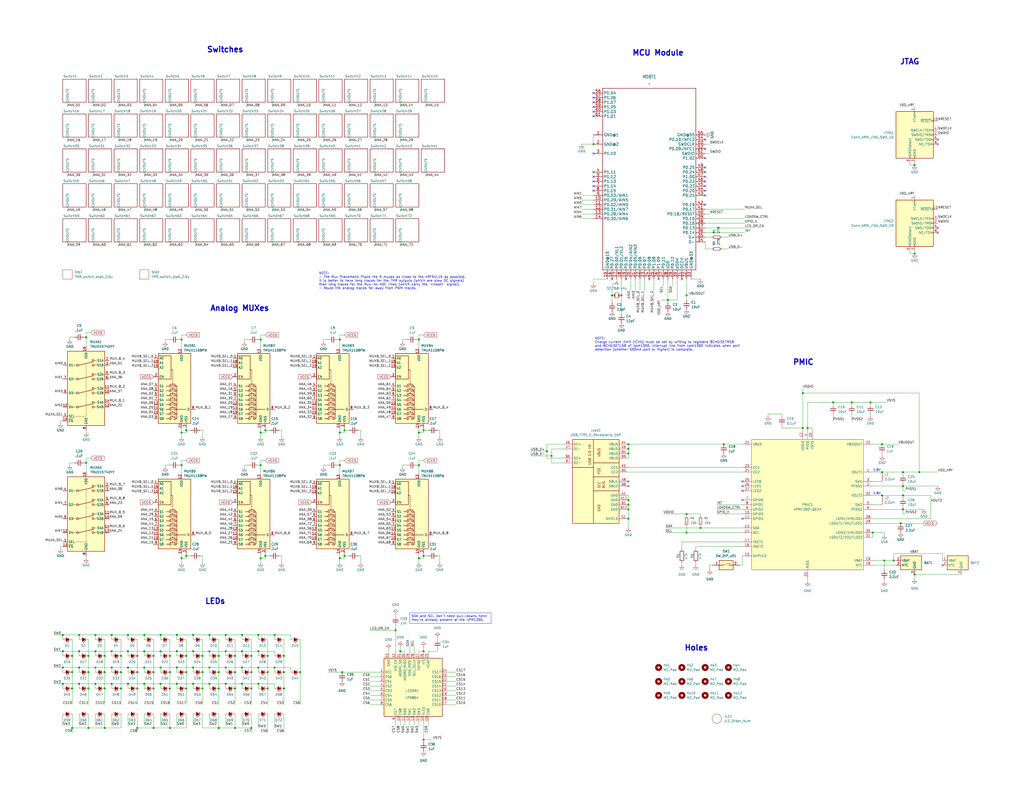
<source format=kicad_sch>
(kicad_sch (version 20250114) (generator "eeschema") (generator_version "9.0")
  (paper "C")
  (text "NOTE:\nCharge current limit (ICHG) must be set by writing to registers BCHGISETMSB\nand BCHGISETLSB of npm1300. Interrupt line from npm1300 indicates when port \ndetection (whether 500mA port or higher) is complete." (at 324.612 187.96 0) (effects (font (size 1.27 1.27)) (justify left)))
  (text "Holes" (at 373.38 355.6 0) (effects (font (size 3 3) (bold yes)) (justify left bottom)))
  (text "1.8V" (at 478.536 256.794 0) (effects (font (size 1.27 1.27))))
  (text "MCU Module" (at 344.932 30.734 0) (effects (font (size 3 3) (bold yes)) (justify left bottom)))
  (text "JTAG" (at 490.982 35.56 0) (effects (font (size 3 3) (bold yes)) (justify left bottom)))
  (text "Analog MUXes" (at 114.554 170.18 0) (effects (font (size 3 3) (bold yes)) (justify left bottom)))
  (text "LEDs" (at 111.76 330.2 0) (effects (font (size 3 3) (bold yes)) (justify left bottom)))
  (text "PMIC" (at 432.562 199.644 0) (effects (font (size 3 3) (bold yes)) (justify left bottom)))
  (text "NOTE:\n- The Mux Placement: Place the 5 muxes as close to the nRF54L15 as possible. \nIt is better to have long traces for the TMR outputs (which are slow DC signals) \nthan long traces for the Mux-to-ADC lines (which carry the \"chosen\" signal).\n- Route the analog traces far away from PWM traces.\n" (at 173.99 158.242 0) (effects (font (size 1.27 1.27)) (justify left bottom)))
  (text "Switches" (at 112.776 28.956 0) (effects (font (size 3 3) (bold yes)) (justify left bottom)))
  (text "1.8V" (at 478.536 269.494 0) (effects (font (size 1.27 1.27))))
  (text_box "SDA and SCL don't need pull-downs here; \nthey're already present at the nPM1300.\n" (at 223.52 334.645 0) (size 44.45 5.715) (margins 0.9525 0.9525 0.9525 0.9525) (effects (font (size 1.27 1.27)) (justify left top)))
  (junction (at 142.24 185.42))
  (junction (at 48.26 358.14))
  (junction (at 123.19 373.38))
  (junction (at 499.11 138.43))
  (junction (at 144.78 234.95))
  (junction (at 114.3 364.49))
  (junction (at 123.19 364.49))
  (junction (at 83.82 397.51))
  (junction (at 185.42 304.8))
  (junction (at 132.08 355.6))
  (junction (at 48.26 375.92))
  (junction (at 48.26 397.51))
  (junction (at 137.16 358.14))
  (junction (at 43.18 346.71))
  (junction (at 92.71 397.51))
  (junction (at 39.37 367.03))
  (junction (at 128.27 397.51))
  (junction (at 342.9 278.13))
  (junction (at 101.6 303.53))
  (junction (at 92.71 358.14))
  (junction (at 146.05 358.14))
  (junction (at 52.07 364.49))
  (junction (at 96.52 364.49))
  (junction (at 140.97 355.6))
  (junction (at 83.82 367.03))
  (junction (at 34.29 373.38))
  (junction (at 140.97 373.38))
  (junction (at 342.9 273.05))
  (junction (at 83.82 375.92))
  (junction (at 39.37 375.92))
  (junction (at 454.66 219.71))
  (junction (at 142.24 304.8))
  (junction (at 96.52 355.6))
  (junction (at 96.52 346.71))
  (junction (at 185.42 254))
  (junction (at 491.49 285.75))
  (junction (at 342.9 247.65))
  (junction (at 132.08 373.38))
  (junction (at 114.3 355.6))
  (junction (at 101.6 358.14))
  (junction (at 298.45 246.38))
  (junction (at 481.33 270.51))
  (junction (at 110.49 367.03))
  (junction (at 99.06 185.42))
  (junction (at 105.41 373.38))
  (junction (at 128.27 367.03))
  (junction (at 119.38 397.51))
  (junction (at 231.14 234.95))
  (junction (at 57.15 367.03))
  (junction (at 438.15 233.68))
  (junction (at 142.24 254))
  (junction (at 394.97 242.57))
  (junction (at 364.49 163.83))
  (junction (at 69.85 364.49))
  (junction (at 60.96 355.6))
  (junction (at 132.08 364.49))
  (junction (at 149.86 346.71))
  (junction (at 185.42 236.22))
  (junction (at 99.06 304.8))
  (junction (at 92.71 375.92))
  (junction (at 339.09 161.29))
  (junction (at 185.42 185.42))
  (junction (at 342.9 275.59))
  (junction (at 83.82 358.14))
  (junction (at 57.15 397.51))
  (junction (at 114.3 373.38))
  (junction (at 60.96 346.71))
  (junction (at 34.29 355.6))
  (junction (at 501.65 257.81))
  (junction (at 187.96 234.95))
  (junction (at 228.6 304.8))
  (junction (at 74.93 397.51))
  (junction (at 105.41 346.71))
  (junction (at 87.63 364.49))
  (junction (at 137.16 367.03))
  (junction (at 487.68 306.07))
  (junction (at 119.38 367.03))
  (junction (at 132.08 346.71))
  (junction (at 374.65 161.29))
  (junction (at 34.29 364.49))
  (junction (at 481.33 257.81))
  (junction (at 48.26 367.03))
  (junction (at 87.63 373.38))
  (junction (at 78.74 364.49))
  (junction (at 39.37 397.51))
  (junction (at 87.63 355.6))
  (junction (at 228.6 185.42))
  (junction (at 186.69 367.03))
  (junction (at 46.99 252.73))
  (junction (at 66.04 358.14))
  (junction (at 99.06 254))
  (junction (at 323.85 78.74))
  (junction (at 74.93 375.92))
  (junction (at 69.85 346.71))
  (junction (at 154.94 358.14))
  (junction (at 146.05 367.03))
  (junction (at 137.16 397.51))
  (junction (at 492.76 265.43))
  (junction (at 110.49 358.14))
  (junction (at 146.05 375.92))
  (junction (at 499.11 313.69))
  (junction (at 52.07 355.6))
  (junction (at 163.83 367.03))
  (junction (at 119.38 375.92))
  (junction (at 154.94 367.03))
  (junction (at 101.6 375.92))
  (junction (at 440.69 233.68))
  (junction (at 187.96 303.53))
  (junction (at 123.19 355.6))
  (junction (at 78.74 346.71))
  (junction (at 228.6 254))
  (junction (at 69.85 355.6))
  (junction (at 149.86 364.49))
  (junction (at 105.41 364.49))
  (junction (at 300.99 248.92))
  (junction (at 43.18 373.38))
  (junction (at 66.04 367.03))
  (junction (at 481.33 242.57))
  (junction (at 140.97 346.71))
  (junction (at 105.41 355.6))
  (junction (at 137.16 375.92))
  (junction (at 128.27 358.14))
  (junction (at 474.98 219.71))
  (junction (at 123.19 346.71))
  (junction (at 334.01 161.29))
  (junction (at 218.44 355.6))
  (junction (at 78.74 373.38))
  (junction (at 154.94 375.92))
  (junction (at 228.6 236.22))
  (junction (at 374.65 280.67))
  (junction (at 482.6 306.07))
  (junction (at 60.96 364.49))
  (junction (at 110.49 375.92))
  (junction (at 69.85 373.38))
  (junction (at 99.06 236.22))
  (junction (at 46.99 184.15))
  (junction (at 87.63 346.71))
  (junction (at 92.71 367.03))
  (junction (at 74.93 367.03))
  (junction (at 144.78 303.53))
  (junction (at 78.74 355.6))
  (junction (at 34.29 346.71))
  (junction (at 476.25 290.83))
  (junction (at 96.52 373.38))
  (junction (at 464.82 219.71))
  (junction (at 57.15 358.14))
  (junction (at 52.07 346.71))
  (junction (at 342.9 283.21))
  (junction (at 114.3 346.71))
  (junction (at 374.65 290.83))
  (junction (at 128.27 375.92))
  (junction (at 39.37 358.14))
  (junction (at 492.76 278.13))
  (junction (at 438.15 214.63))
  (junction (at 119.38 358.14))
  (junction (at 57.15 375.92))
  (junction (at 492.76 257.81))
  (junction (at 231.14 303.53))
  (junction (at 66.04 375.92))
  (junction (at 101.6 367.03))
  (junction (at 52.07 373.38))
  (junction (at 140.97 364.49))
  (junction (at 43.18 364.49))
  (junction (at 342.9 245.11))
  (junction (at 101.6 234.95))
  (junction (at 492.76 270.51))
  (junction (at 43.18 355.6))
  (junction (at 231.14 403.86))
  (junction (at 499.11 90.17))
  (junction (at 342.9 242.57))
  (junction (at 215.9 344.17))
  (junction (at 382.27 288.29))
  (junction (at 60.96 373.38))
  (junction (at 231.14 355.6))
  (junction (at 142.24 236.22))
  (junction (at 74.93 358.14))
  (no_connect (at 384.81 91.44))
  (no_connect (at 384.81 106.68))
  (no_connect (at 323.85 63.5))
  (no_connect (at 323.85 96.52))
  (no_connect (at 323.85 104.14))
  (no_connect (at 354.33 152.4))
  (no_connect (at 384.81 99.06))
  (no_connect (at 405.13 273.05))
  (no_connect (at 342.9 265.43))
  (no_connect (at 323.85 101.6))
  (no_connect (at 384.81 104.14))
  (no_connect (at 334.01 152.4))
  (no_connect (at 511.81 78.74))
  (no_connect (at 384.81 81.28))
  (no_connect (at 323.85 53.34))
  (no_connect (at 511.81 124.46))
  (no_connect (at 384.81 111.76))
  (no_connect (at 323.85 83.82))
  (no_connect (at 372.11 152.4))
  (no_connect (at 511.81 76.2))
  (no_connect (at 323.85 99.06))
  (no_connect (at 323.85 55.88))
  (no_connect (at 514.35 308.61))
  (no_connect (at 359.41 152.4))
  (no_connect (at 323.85 50.8))
  (no_connect (at 323.85 60.96))
  (no_connect (at 384.81 93.98))
  (no_connect (at 384.81 76.2))
  (no_connect (at 405.13 283.21))
  (no_connect (at 341.63 152.4))
  (no_connect (at 405.13 262.89))
  (no_connect (at 511.81 127))
  (no_connect (at 342.9 262.89))
  (no_connect (at 384.81 86.36))
  (no_connect (at 405.13 267.97))
  (no_connect (at 323.85 58.42))
  (no_connect (at 384.81 101.6))
  (no_connect (at 405.13 265.43))
  (no_connect (at 323.85 93.98))
  (no_connect (at 384.81 96.52))
  (wire (pts (xy 110.49 234.95) (xy 110.49 238.76)))
  (wire (pts (xy 405.13 303.53) (xy 405.13 308.61)))
  (wire (pts (xy 123.19 389.89) (xy 123.19 396.24)))
  (wire (pts (xy 96.52 373.38) (xy 105.41 373.38)))
  (wire (pts (xy 393.7 135.89) (xy 397.51 135.89)))
  (wire (pts (xy 231.14 403.86) (xy 236.22 403.86)))
  (wire (pts (xy 223.52 393.7) (xy 223.52 396.24)))
  (wire (pts (xy 64.77 74.93) (xy 64.77 77.47)))
  (wire (pts (xy 196.85 303.53) (xy 196.85 307.34)))
  (wire (pts (xy 238.76 234.95) (xy 240.03 234.95)))
  (wire (pts (xy 154.94 375.92) (xy 154.94 384.81)))
  (wire (pts (xy 132.08 355.6) (xy 132.08 358.14)))
  (wire (pts (xy 222.25 254) (xy 219.71 254)))
  (wire (pts (xy 220.98 356.87) (xy 220.98 355.6)))
  (wire (pts (xy 240.03 303.53) (xy 240.03 307.34)))
  (wire (pts (xy 46.99 257.81) (xy 46.99 252.73)))
  (wire (pts (xy 426.72 227.33) (xy 426.72 226.06)))
  (wire (pts (xy 492.76 278.13) (xy 492.76 276.86)))
  (wire (pts (xy 135.89 185.42) (xy 133.35 185.42)))
  (wire (pts (xy 201.93 372.11) (xy 207.01 372.11)))
  (wire (pts (xy 50.8 113.03) (xy 50.8 115.57)))
  (wire (pts (xy 99.06 190.5) (xy 99.06 185.42)))
  (wire (pts (xy 78.74 364.49) (xy 87.63 364.49)))
  (wire (pts (xy 66.04 367.03) (xy 66.04 375.92)))
  (wire (pts (xy 99.06 233.68) (xy 99.06 236.22)))
  (wire (pts (xy 105.41 364.49) (xy 114.3 364.49)))
  (wire (pts (xy 69.85 373.38) (xy 78.74 373.38)))
  (wire (pts (xy 101.6 236.22) (xy 99.06 236.22)))
  (wire (pts (xy 135.89 254) (xy 133.35 254)))
  (wire (pts (xy 464.82 226.06) (xy 464.82 229.87)))
  (wire (pts (xy 476.25 262.89) (xy 481.33 262.89)))
  (wire (pts (xy 34.29 373.38) (xy 43.18 373.38)))
  (wire (pts (xy 231.14 233.68) (xy 231.14 234.95)))
  (wire (pts (xy 176.53 132.08) (xy 176.53 134.62)))
  (wire (pts (xy 120.65 55.88) (xy 120.65 58.42)))
  (wire (pts (xy 78.74 113.03) (xy 78.74 115.57)))
  (wire (pts (xy 363.22 288.29) (xy 382.27 288.29)))
  (wire (pts (xy 218.44 393.7) (xy 218.44 396.24)))
  (wire (pts (xy 87.63 355.6) (xy 96.52 355.6)))
  (wire (pts (xy 52.07 346.71) (xy 52.07 349.25)))
  (wire (pts (xy 60.96 364.49) (xy 69.85 364.49)))
  (wire (pts (xy 231.14 234.95) (xy 231.14 236.22)))
  (wire (pts (xy 149.86 389.89) (xy 149.86 397.51)))
  (wire (pts (xy 218.44 113.03) (xy 218.44 115.57)))
  (wire (pts (xy 482.6 306.07) (xy 482.6 311.15)))
  (wire (pts (xy 87.63 346.71) (xy 96.52 346.71)))
  (wire (pts (xy 176.53 185.42) (xy 176.53 186.69)))
  (wire (pts (xy 34.29 364.49) (xy 34.29 367.03)))
  (wire (pts (xy 144.78 236.22) (xy 142.24 236.22)))
  (wire (pts (xy 78.74 373.38) (xy 87.63 373.38)))
  (wire (pts (xy 492.76 270.51) (xy 508 270.51)))
  (wire (pts (xy 46.99 181.61) (xy 46.99 184.15)))
  (wire (pts (xy 514.35 306.07) (xy 514.35 302.26)))
  (wire (pts (xy 185.42 304.8) (xy 185.42 307.34)))
  (wire (pts (xy 74.93 375.92) (xy 74.93 384.81)))
  (wire (pts (xy 232.41 93.98) (xy 232.41 96.52)))
  (wire (pts (xy 443.23 233.68) (xy 440.69 233.68)))
  (wire (pts (xy 228.6 393.7) (xy 228.6 396.24)))
  (wire (pts (xy 476.25 278.13) (xy 492.76 278.13)))
  (wire (pts (xy 78.74 346.71) (xy 87.63 346.71)))
  (wire (pts (xy 74.93 349.25) (xy 74.93 358.14)))
  (wire (pts (xy 228.6 304.8) (xy 228.6 307.34)))
  (wire (pts (xy 137.16 389.89) (xy 137.16 397.51)))
  (wire (pts (xy 87.63 389.89) (xy 87.63 396.24)))
  (wire (pts (xy 57.15 358.14) (xy 57.15 367.03)))
  (wire (pts (xy 133.35 254) (xy 133.35 255.27)))
  (wire (pts (xy 454.66 219.71) (xy 454.66 220.98)))
  (wire (pts (xy 69.85 346.71) (xy 69.85 349.25)))
  (wire (pts (xy 34.29 355.6) (xy 43.18 355.6)))
  (wire (pts (xy 162.56 113.03) (xy 162.56 115.57)))
  (wire (pts (xy 128.27 367.03) (xy 128.27 375.92)))
  (wire (pts (xy 219.71 185.42) (xy 219.71 186.69)))
  (wire (pts (xy 144.78 251.46) (xy 142.24 251.46)))
  (wire (pts (xy 114.3 355.6) (xy 123.19 355.6)))
  (wire (pts (xy 57.15 375.92) (xy 57.15 384.81)))
  (wire (pts (xy 60.96 373.38) (xy 69.85 373.38)))
  (wire (pts (xy 317.5 114.3) (xy 323.85 114.3)))
  (wire (pts (xy 101.6 251.46) (xy 99.06 251.46)))
  (wire (pts (xy 52.07 355.6) (xy 52.07 358.14)))
  (wire (pts (xy 482.6 306.07) (xy 487.68 306.07)))
  (wire (pts (xy 92.71 113.03) (xy 92.71 115.57)))
  (wire (pts (xy 196.85 234.95) (xy 196.85 238.76)))
  (wire (pts (xy 90.17 254) (xy 90.17 255.27)))
  (wire (pts (xy 33.02 229.87) (xy 33.02 231.14)))
  (wire (pts (xy 215.9 341.63) (xy 215.9 344.17)))
  (wire (pts (xy 379.73 307.34) (xy 379.73 308.61)))
  (wire (pts (xy 187.96 302.26) (xy 187.96 303.53)))
  (wire (pts (xy 149.86 373.38) (xy 149.86 375.92)))
  (wire (pts (xy 300.99 245.11) (xy 300.99 248.92)))
  (wire (pts (xy 382.27 287.02) (xy 382.27 288.29)))
  (wire (pts (xy 201.93 374.65) (xy 207.01 374.65)))
  (wire (pts (xy 128.27 389.89) (xy 128.27 397.51)))
  (wire (pts (xy 114.3 355.6) (xy 114.3 358.14)))
  (wire (pts (xy 132.08 389.89) (xy 132.08 396.24)))
  (wire (pts (xy 43.18 373.38) (xy 52.07 373.38)))
  (wire (pts (xy 317.5 106.68) (xy 323.85 106.68)))
  (wire (pts (xy 99.06 185.42) (xy 97.79 185.42)))
  (wire (pts (xy 60.96 389.89) (xy 60.96 396.24)))
  (wire (pts (xy 334.01 154.94) (xy 334.01 161.29)))
  (wire (pts (xy 50.8 74.93) (xy 50.8 77.47)))
  (wire (pts (xy 391.16 280.67) (xy 405.13 280.67)))
  (wire (pts (xy 356.87 152.4) (xy 356.87 158.75)))
  (wire (pts (xy 153.67 234.95) (xy 153.67 238.76)))
  (wire (pts (xy 186.69 367.03) (xy 207.01 367.03)))
  (wire (pts (xy 384.81 78.74) (xy 387.35 78.74)))
  (wire (pts (xy 134.62 113.03) (xy 134.62 115.57)))
  (wire (pts (xy 374.65 290.83) (xy 405.13 290.83)))
  (wire (pts (xy 101.6 303.53) (xy 104.14 303.53)))
  (wire (pts (xy 101.6 349.25) (xy 101.6 358.14)))
  (wire (pts (xy 144.78 182.88) (xy 142.24 182.88)))
  (wire (pts (xy 29.21 346.71) (xy 34.29 346.71)))
  (wire (pts (xy 176.53 74.93) (xy 176.53 77.47)))
  (wire (pts (xy 105.41 364.49) (xy 105.41 367.03)))
  (wire (pts (xy 440.69 219.71) (xy 454.66 219.71)))
  (wire (pts (xy 228.6 302.26) (xy 228.6 304.8)))
  (wire (pts (xy 66.04 349.25) (xy 66.04 358.14)))
  (wire (pts (xy 228.6 259.08) (xy 228.6 254)))
  (wire (pts (xy 190.5 132.08) (xy 190.5 134.62)))
  (wire (pts (xy 248.92 374.65) (xy 243.84 374.65)))
  (wire (pts (xy 38.1 184.15) (xy 38.1 185.42)))
  (wire (pts (xy 443.23 234.95) (xy 443.23 233.68)))
  (wire (pts (xy 384.81 119.38) (xy 406.4 119.38)))
  (wire (pts (xy 499.11 313.69) (xy 499.11 316.23)))
  (wire (pts (xy 87.63 355.6) (xy 87.63 358.14)))
  (wire (pts (xy 92.71 397.51) (xy 83.82 397.51)))
  (wire (pts (xy 179.07 254) (xy 176.53 254)))
  (wire (pts (xy 96.52 355.6) (xy 105.41 355.6)))
  (wire (pts (xy 372.11 307.34) (xy 372.11 308.61)))
  (wire (pts (xy 64.77 113.03) (xy 64.77 115.57)))
  (wire (pts (xy 133.35 185.42) (xy 133.35 186.69)))
  (wire (pts (xy 142.24 185.42) (xy 140.97 185.42)))
  (wire (pts (xy 87.63 373.38) (xy 96.52 373.38)))
  (wire (pts (xy 152.4 303.53) (xy 153.67 303.53)))
  (wire (pts (xy 222.25 185.42) (xy 219.71 185.42)))
  (wire (pts (xy 307.34 250.19) (xy 298.45 250.19)))
  (wire (pts (xy 491.49 285.75) (xy 504.19 285.75)))
  (wire (pts (xy 92.71 254) (xy 90.17 254)))
  (wire (pts (xy 66.04 397.51) (xy 57.15 397.51)))
  (wire (pts (xy 361.95 152.4) (xy 361.95 156.21)))
  (wire (pts (xy 218.44 55.88) (xy 218.44 58.42)))
  (wire (pts (xy 106.68 74.93) (xy 106.68 77.47)))
  (wire (pts (xy 369.57 152.4) (xy 369.57 163.83)))
  (wire (pts (xy 384.81 135.89) (xy 388.62 135.89)))
  (wire (pts (xy 83.82 358.14) (xy 83.82 367.03)))
  (wire (pts (xy 298.45 250.19) (xy 298.45 246.38)))
  (wire (pts (xy 49.53 181.61) (xy 46.99 181.61)))
  (wire (pts (xy 52.07 346.71) (xy 60.96 346.71)))
  (wire (pts (xy 426.72 226.06) (xy 419.1 226.06)))
  (wire (pts (xy 106.68 55.88) (xy 106.68 58.42)))
  (wire (pts (xy 163.83 367.03) (xy 163.83 384.81)))
  (wire (pts (xy 228.6 355.6) (xy 231.14 355.6)))
  (wire (pts (xy 231.14 355.6) (xy 231.14 356.87)))
  (wire (pts (xy 212.09 354.33) (xy 212.09 356.87)))
  (wire (pts (xy 92.71 132.08) (xy 92.71 134.62)))
  (wire (pts (xy 34.29 364.49) (xy 43.18 364.49)))
  (wire (pts (xy 342.9 270.51) (xy 342.9 273.05)))
  (wire (pts (xy 201.93 379.73) (xy 207.01 379.73)))
  (wire (pts (xy 153.67 303.53) (xy 153.67 307.34)))
  (wire (pts (xy 228.6 185.42) (xy 227.33 185.42)))
  (wire (pts (xy 142.24 233.68) (xy 142.24 236.22)))
  (wire (pts (xy 96.52 364.49) (xy 105.41 364.49)))
  (wire (pts (xy 109.22 234.95) (xy 110.49 234.95)))
  (wire (pts (xy 201.93 377.19) (xy 207.01 377.19)))
  (wire (pts (xy 144.78 234.95) (xy 147.32 234.95)))
  (wire (pts (xy 36.83 113.03) (xy 36.83 115.57)))
  (wire (pts (xy 132.08 373.38) (xy 132.08 375.92)))
  (wire (pts (xy 34.29 389.89) (xy 34.29 396.24)))
  (wire (pts (xy 382.27 280.67) (xy 382.27 281.94)))
  (wire (pts (xy 78.74 93.98) (xy 78.74 96.52)))
  (wire (pts (xy 231.14 304.8) (xy 228.6 304.8)))
  (wire (pts (xy 148.59 93.98) (xy 148.59 96.52)))
  (wire (pts (xy 105.41 346.71) (xy 114.3 346.71)))
  (wire (pts (xy 137.16 358.14) (xy 137.16 367.03)))
  (wire (pts (xy 105.41 355.6) (xy 114.3 355.6)))
  (wire (pts (xy 110.49 303.53) (xy 110.49 307.34)))
  (wire (pts (xy 144.78 302.26) (xy 144.78 303.53)))
  (wire (pts (xy 34.29 373.38) (xy 34.29 375.92)))
  (wire (pts (xy 132.08 346.71) (xy 140.97 346.71)))
  (wire (pts (xy 83.82 349.25) (xy 83.82 358.14)))
  (wire (pts (xy 474.98 219.71) (xy 483.87 219.71)))
  (wire (pts (xy 187.96 236.22) (xy 185.42 236.22)))
  (wire (pts (xy 99.06 251.46) (xy 99.06 254)))
  (wire (pts (xy 187.96 234.95) (xy 187.96 236.22)))
  (wire (pts (xy 204.47 55.88) (xy 204.47 58.42)))
  (wire (pts (xy 96.52 346.71) (xy 96.52 349.25)))
  (wire (pts (xy 377.19 152.4) (xy 382.27 152.4)))
  (wire (pts (xy 374.65 287.02) (xy 374.65 290.83)))
  (wire (pts (xy 382.27 288.29) (xy 405.13 288.29)))
  (wire (pts (xy 240.03 234.95) (xy 240.03 238.76)))
  (wire (pts (xy 142.24 251.46) (xy 142.24 254)))
  (wire (pts (xy 201.93 369.57) (xy 207.01 369.57)))
  (wire (pts (xy 123.19 346.71) (xy 123.19 349.25)))
  (wire (pts (xy 105.41 355.6) (xy 105.41 358.14)))
  (wire (pts (xy 134.62 93.98) (xy 134.62 96.52)))
  (wire (pts (xy 46.99 189.23) (xy 46.99 184.15)))
  (wire (pts (xy 187.96 251.46) (xy 185.42 251.46)))
  (wire (pts (xy 298.45 246.38) (xy 298.45 242.57)))
  (wire (pts (xy 140.97 346.71) (xy 140.97 349.25)))
  (wire (pts (xy 99.06 304.8) (xy 99.06 307.34)))
  (wire (pts (xy 40.64 184.15) (xy 38.1 184.15)))
  (wire (pts (xy 148.59 55.88) (xy 148.59 58.42)))
  (wire (pts (xy 114.3 364.49) (xy 114.3 367.03)))
  (wire (pts (xy 440.69 233.68) (xy 440.69 219.71)))
  (wire (pts (xy 119.38 349.25) (xy 119.38 358.14)))
  (wire (pts (xy 231.14 182.88) (xy 228.6 182.88)))
  (wire (pts (xy 419.1 226.06) (xy 419.1 227.33)))
  (wire (pts (xy 46.99 252.73) (xy 45.72 252.73)))
  (wire (pts (xy 57.15 397.51) (xy 48.26 397.51)))
  (wire (pts (xy 152.4 234.95) (xy 153.67 234.95)))
  (wire (pts (xy 36.83 55.88) (xy 36.83 58.42)))
  (wire (pts (xy 243.84 367.03) (xy 248.92 367.03)))
  (wire (pts (xy 110.49 349.25) (xy 110.49 358.14)))
  (wire (pts (xy 43.18 346.71) (xy 52.07 346.71)))
  (wire (pts (xy 438.15 233.68) (xy 426.72 233.68)))
  (wire (pts (xy 69.85 355.6) (xy 69.85 358.14)))
  (wire (pts (xy 110.49 389.89) (xy 110.49 397.51)))
  (wire (pts (xy 492.76 267.97) (xy 492.76 265.43)))
  (wire (pts (xy 346.71 152.4) (xy 346.71 158.75)))
  (wire (pts (xy 99.06 182.88) (xy 99.06 185.42)))
  (wire (pts (xy 233.68 356.87) (xy 233.68 355.6)))
  (wire (pts (xy 323.85 73.66) (xy 323.85 78.74)))
  (wire (pts (xy 342.9 283.21) (xy 342.9 288.29)))
  (wire (pts (xy 384.81 124.46) (xy 406.4 124.46)))
  (wire (pts (xy 231.14 353.06) (xy 231.14 355.6)))
  (wire (pts (xy 476.25 290.83) (xy 476.25 293.37)))
  (wire (pts (xy 218.44 353.06) (xy 218.44 355.6)))
  (wire (pts (xy 342.9 273.05) (xy 342.9 275.59)))
  (wire (pts (xy 92.71 349.25) (xy 92.71 358.14)))
  (wire (pts (xy 248.92 369.57) (xy 243.84 369.57)))
  (wire (pts (xy 92.71 55.88) (xy 92.71 58.42)))
  (wire (pts (xy 99.06 254) (xy 97.79 254)))
  (wire (pts (xy 231.14 302.26) (xy 231.14 303.53)))
  (wire (pts (xy 405.13 298.45) (xy 379.73 298.45)))
  (wire (pts (xy 228.6 182.88) (xy 228.6 185.42)))
  (wire (pts (xy 48.26 389.89) (xy 48.26 397.51)))
  (wire (pts (xy 218.44 132.08) (xy 218.44 134.62)))
  (wire (pts (xy 474.98 226.06) (xy 474.98 227.33)))
  (wire (pts (xy 364.49 163.83) (xy 364.49 165.1)))
  (wire (pts (xy 179.07 185.42) (xy 176.53 185.42)))
  (wire (pts (xy 78.74 355.6) (xy 78.74 358.14)))
  (wire (pts (xy 52.07 389.89) (xy 52.07 396.24)))
  (wire (pts (xy 185.42 251.46) (xy 185.42 254)))
  (wire (pts (xy 39.37 375.92) (xy 39.37 384.81)))
  (wire (pts (xy 364.49 152.4) (xy 364.49 163.83)))
  (wire (pts (xy 187.96 182.88) (xy 185.42 182.88)))
  (wire (pts (xy 83.82 397.51) (xy 74.93 397.51)))
  (wire (pts (xy 140.97 373.38) (xy 140.97 375.92)))
  (wire (pts (xy 342.9 245.11) (xy 342.9 247.65)))
  (wire (pts (xy 158.75 346.71) (xy 158.75 349.25)))
  (wire (pts (xy 492.76 257.81) (xy 492.76 259.08)))
  (wire (pts (xy 185.42 190.5) (xy 185.42 185.42)))
  (wire (pts (xy 248.92 384.81) (xy 243.84 384.81)))
  (wire (pts (xy 154.94 349.25) (xy 154.94 358.14)))
  (wire (pts (xy 204.47 132.08) (xy 204.47 134.62)))
  (wire (pts (xy 492.76 270.51) (xy 492.76 271.78)))
  (wire (pts (xy 43.18 389.89) (xy 43.18 396.24)))
  (wire (pts (xy 481.33 257.81) (xy 492.76 257.81)))
  (wire (pts (xy 105.41 373.38) (xy 105.41 375.92)))
  (wire (pts (xy 39.37 389.89) (xy 39.37 397.51)))
  (wire (pts (xy 134.62 132.08) (xy 134.62 134.62)))
  (wire (pts (xy 317.5 109.22) (xy 323.85 109.22)))
  (wire (pts (xy 140.97 355.6) (xy 140.97 358.14)))
  (wire (pts (xy 78.74 55.88) (xy 78.74 58.42)))
  (wire (pts (xy 360.68 163.83) (xy 364.49 163.83)))
  (wire (pts (xy 92.71 375.92) (xy 92.71 384.81)))
  (wire (pts (xy 228.6 251.46) (xy 228.6 254)))
  (wire (pts (xy 48.26 358.14) (xy 48.26 367.03)))
  (wire (pts (xy 492.76 265.43) (xy 511.81 265.43)))
  (wire (pts (xy 149.86 364.49) (xy 149.86 367.03)))
  (wire (pts (xy 176.53 93.98) (xy 176.53 96.52)))
  (wire (pts (xy 476.25 242.57) (xy 481.33 242.57)))
  (wire (pts (xy 87.63 373.38) (xy 87.63 375.92)))
  (wire (pts (xy 501.65 214.63) (xy 438.15 214.63)))
  (wire (pts (xy 132.08 373.38) (xy 140.97 373.38)))
  (wire (pts (xy 476.25 275.59) (xy 481.33 275.59)))
  (wire (pts (xy 496.57 88.9) (xy 496.57 90.17)))
  (wire (pts (xy 101.6 234.95) (xy 104.14 234.95)))
  (wire (pts (xy 74.93 358.14) (xy 74.93 367.03)))
  (wire (pts (xy 92.71 93.98) (xy 92.71 96.52)))
  (wire (pts (xy 48.26 349.25) (xy 48.26 358.14)))
  (wire (pts (xy 142.24 236.22) (xy 142.24 238.76)))
  (wire (pts (xy 83.82 389.89) (xy 83.82 397.51)))
  (wire (pts (xy 96.52 355.6) (xy 96.52 358.14)))
  (wire (pts (xy 195.58 303.53) (xy 196.85 303.53)))
  (wire (pts (xy 90.17 185.42) (xy 90.17 186.69)))
  (wire (pts (xy 384.81 83.82) (xy 387.35 83.82)))
  (wire (pts (xy 384.81 121.92) (xy 406.4 121.92)))
  (wire (pts (xy 231.14 303.53) (xy 233.68 303.53)))
  (wire (pts (xy 185.42 254) (xy 184.15 254)))
  (wire (pts (xy 218.44 93.98) (xy 218.44 96.52)))
  (wire (pts (xy 323.85 152.4) (xy 331.47 152.4)))
  (wire (pts (xy 187.96 233.68) (xy 187.96 234.95)))
  (wire (pts (xy 46.99 234.95) (xy 46.99 236.22)))
  (wire (pts (xy 140.97 364.49) (xy 140.97 367.03)))
  (wire (pts (xy 185.42 185.42) (xy 184.15 185.42)))
  (wire (pts (xy 29.21 355.6) (xy 34.29 355.6)))
  (wire (pts (xy 363.22 290.83) (xy 374.65 290.83)))
  (wire (pts (xy 231.14 234.95) (xy 233.68 234.95)))
  (wire (pts (xy 300.99 252.73) (xy 307.34 252.73)))
  (wire (pts (xy 496.57 138.43) (xy 499.11 138.43)))
  (wire (pts (xy 372.11 295.91) (xy 372.11 299.72)))
  (wire (pts (xy 114.3 346.71) (xy 114.3 349.25)))
  (wire (pts (xy 231.14 236.22) (xy 228.6 236.22)))
  (wire (pts (xy 128.27 375.92) (xy 128.27 384.81)))
  (wire (pts (xy 119.38 389.89) (xy 119.38 397.51)))
  (wire (pts (xy 96.52 389.89) (xy 96.52 396.24)))
  (wire (pts (xy 142.24 254) (xy 140.97 254)))
  (wire (pts (xy 289.56 248.92) (xy 300.99 248.92)))
  (wire (pts (xy 440.69 316.23) (xy 440.69 317.5)))
  (wire (pts (xy 204.47 74.93) (xy 204.47 77.47)))
  (wire (pts (xy 426.72 233.68) (xy 426.72 232.41)))
  (wire (pts (xy 176.53 55.88) (xy 176.53 58.42)))
  (wire (pts (xy 162.56 132.08) (xy 162.56 134.62)))
  (wire (pts (xy 334.01 161.29) (xy 334.01 165.1)))
  (wire (pts (xy 317.5 78.74) (xy 323.85 78.74)))
  (wire (pts (xy 106.68 93.98) (xy 106.68 96.52)))
  (wire (pts (xy 220.98 355.6) (xy 218.44 355.6)))
  (wire (pts (xy 87.63 364.49) (xy 96.52 364.49)))
  (wire (pts (xy 149.86 364.49) (xy 158.75 364.49)))
  (wire (pts (xy 248.92 377.19) (xy 243.84 377.19)))
  (wire (pts (xy 391.16 275.59) (xy 405.13 275.59)))
  (wire (pts (xy 78.74 346.71) (xy 78.74 349.25)))
  (wire (pts (xy 101.6 233.68) (xy 101.6 234.95)))
  (wire (pts (xy 99.06 236.22) (xy 99.06 238.76)))
  (wire (pts (xy 140.97 355.6) (xy 149.86 355.6)))
  (wire (pts (xy 204.47 93.98) (xy 204.47 96.52)))
  (wire (pts (xy 29.21 364.49) (xy 34.29 364.49)))
  (wire (pts (xy 43.18 355.6) (xy 43.18 358.14)))
  (wire (pts (xy 39.37 397.51) (xy 39.37 400.05)))
  (wire (pts (xy 342.9 255.27) (xy 405.13 255.27)))
  (wire (pts (xy 132.08 364.49) (xy 132.08 367.03)))
  (wire (pts (xy 464.82 219.71) (xy 464.82 220.98)))
  (wire (pts (xy 336.55 154.94) (xy 334.01 154.94)))
  (wire (pts (xy 185.42 259.08) (xy 185.42 254)))
  (wire (pts (xy 336.55 152.4) (xy 336.55 154.94)))
  (wire (pts (xy 494.03 267.97) (xy 492.76 267.97)))
  (wire (pts (xy 87.63 364.49) (xy 87.63 367.03)))
  (wire (pts (xy 387.35 308.61) (xy 387.35 311.15)))
  (wire (pts (xy 101.6 303.53) (xy 101.6 304.8)))
  (wire (pts (xy 187.96 304.8) (xy 185.42 304.8)))
  (wire (pts (xy 83.82 375.92) (xy 83.82 384.81)))
  (wire (pts (xy 388.62 308.61) (xy 387.35 308.61)))
  (wire (pts (xy 501.65 257.81) (xy 511.81 257.81)))
  (wire (pts (xy 231.14 393.7) (xy 231.14 403.86)))
  (wire (pts (xy 144.78 303.53) (xy 144.78 304.8)))
  (wire (pts (xy 190.5 113.03) (xy 190.5 115.57)))
  (wire (pts (xy 176.53 254) (xy 176.53 255.27)))
  (wire (pts (xy 140.97 346.71) (xy 149.86 346.71)))
  (wire (pts (xy 393.7 129.54) (xy 397.51 129.54)))
  (wire (pts (xy 92.71 358.14) (xy 92.71 367.03)))
  (wire (pts (xy 52.07 373.38) (xy 52.07 375.92)))
  (wire (pts (xy 187.96 234.95) (xy 190.5 234.95)))
  (wire (pts (xy 289.56 246.38) (xy 298.45 246.38)))
  (wire (pts (xy 179.07 367.03) (xy 186.69 367.03)))
  (wire (pts (xy 149.86 346.71) (xy 149.86 349.25)))
  (wire (pts (xy 43.18 364.49) (xy 52.07 364.49)))
  (wire (pts (xy 342.9 275.59) (xy 342.9 278.13)))
  (wire (pts (xy 36.83 132.08) (xy 36.83 134.62)))
  (wire (pts (xy 476.25 308.61) (xy 488.95 308.61)))
  (wire (pts (xy 96.52 373.38) (xy 96.52 375.92)))
  (wire (pts (xy 231.14 251.46) (xy 228.6 251.46)))
  (wire (pts (xy 132.08 346.71) (xy 132.08 349.25)))
  (wire (pts (xy 114.3 373.38) (xy 123.19 373.38)))
  (wire (pts (xy 114.3 389.89) (xy 114.3 396.24)))
  (wire (pts (xy 342.9 278.13) (xy 342.9 283.21)))
  (wire (pts (xy 228.6 190.5) (xy 228.6 185.42)))
  (wire (pts (xy 38.1 252.73) (xy 38.1 254)))
  (wire (pts (xy 119.38 367.03) (xy 119.38 375.92)))
  (wire (pts (xy 342.9 257.81) (xy 405.13 257.81)))
  (wire (pts (xy 374.65 280.67) (xy 374.65 281.94)))
  (wire (pts (xy 481.33 270.51) (xy 492.76 270.51)))
  (wire (pts (xy 231.14 303.53) (xy 231.14 304.8)))
  (wire (pts (xy 109.22 303.53) (xy 110.49 303.53)))
  (wire (pts (xy 99.06 259.08) (xy 99.06 254)))
  (wire (pts (xy 300.99 248.92) (xy 300.99 252.73)))
  (wire (pts (xy 39.37 349.25) (xy 39.37 358.14)))
  (wire (pts (xy 176.53 113.03) (xy 176.53 115.57)))
  (wire (pts (xy 101.6 375.92) (xy 101.6 384.81)))
  (wire (pts (xy 144.78 234.95) (xy 144.78 236.22)))
  (wire (pts (xy 39.37 358.14) (xy 39.37 367.03)))
  (wire (pts (xy 114.3 364.49) (xy 123.19 364.49)))
  (wire (pts (xy 114.3 346.71) (xy 123.19 346.71)))
  (wire (pts (xy 215.9 335.28) (xy 215.9 336.55)))
  (wire (pts (xy 105.41 389.89) (xy 105.41 396.24)))
  (wire (pts (xy 149.86 346.71) (xy 158.75 346.71)))
  (wire (pts (xy 454.66 219.71) (xy 464.82 219.71)))
  (wire (pts (xy 78.74 74.93) (xy 78.74 77.47)))
  (wire (pts (xy 476.25 290.83) (xy 482.6 290.83)))
  (wire (pts (xy 34.29 229.87) (xy 33.02 229.87)))
  (wire (pts (xy 233.68 355.6) (xy 238.76 355.6)))
  (wire (pts (xy 34.29 298.45) (xy 33.02 298.45)))
  (wire (pts (xy 148.59 132.08) (xy 148.59 134.62)))
  (wire (pts (xy 43.18 346.71) (xy 43.18 349.25)))
  (wire (pts (xy 190.5 55.88) (xy 190.5 58.42)))
  (wire (pts (xy 123.19 346.71) (xy 132.08 346.71)))
  (wire (pts (xy 57.15 389.89) (xy 57.15 397.51)))
  (wire (pts (xy 481.33 242.57) (xy 490.22 242.57)))
  (wire (pts (xy 128.27 349.25) (xy 128.27 358.14)))
  (wire (pts (xy 106.68 132.08) (xy 106.68 134.62)))
  (wire (pts (xy 248.92 372.11) (xy 243.84 372.11)))
  (wire (pts (xy 128.27 397.51) (xy 137.16 397.51)))
  (wire (pts (xy 120.65 113.03) (xy 120.65 115.57)))
  (wire (pts (xy 394.97 242.57) (xy 405.13 242.57)))
  (wire (pts (xy 154.94 389.89) (xy 154.94 400.05)))
  (wire (pts (xy 482.6 316.23) (xy 482.6 317.5)))
  (wire (pts (xy 64.77 55.88) (xy 64.77 58.42)))
  (wire (pts (xy 185.42 233.68) (xy 185.42 236.22)))
  (wire (pts (xy 487.68 302.26) (xy 487.68 306.07)))
  (wire (pts (xy 405.13 308.61) (xy 403.86 308.61)))
  (wire (pts (xy 187.96 303.53) (xy 190.5 303.53)))
  (wire (pts (xy 132.08 364.49) (xy 140.97 364.49)))
  (wire (pts (xy 369.57 163.83) (xy 364.49 163.83)))
  (wire (pts (xy 384.81 132.08) (xy 384.81 135.89)))
  (wire (pts (xy 492.76 265.43) (xy 492.76 264.16)))
  (wire (pts (xy 50.8 132.08) (xy 50.8 134.62)))
  (wire (pts (xy 144.78 233.68) (xy 144.78 234.95)))
  (wire (pts (xy 233.68 393.7) (xy 233.68 396.24)))
  (wire (pts (xy 476.25 257.81) (xy 481.33 257.81)))
  (wire (pts (xy 69.85 346.71) (xy 78.74 346.71)))
  (wire (pts (xy 92.71 389.89) (xy 92.71 397.51)))
  (wire (pts (xy 46.99 184.15) (xy 45.72 184.15)))
  (wire (pts (xy 43.18 355.6) (xy 52.07 355.6)))
  (wire (pts (xy 50.8 93.98) (xy 50.8 96.52)))
  (wire (pts (xy 78.74 373.38) (xy 78.74 375.92)))
  (wire (pts (xy 351.79 152.4) (xy 351.79 158.75)))
  (wire (pts (xy 57.15 349.25) (xy 57.15 358.14)))
  (wire (pts (xy 215.9 344.17) (xy 215.9 356.87)))
  (wire (pts (xy 78.74 389.89) (xy 78.74 396.24)))
  (wire (pts (xy 494.03 280.67) (xy 492.76 280.67)))
  (wire (pts (xy 342.9 247.65) (xy 342.9 250.19)))
  (wire (pts (xy 499.11 88.9) (xy 499.11 90.17)))
  (wire (pts (xy 374.65 152.4) (xy 374.65 161.29)))
  (wire (pts (xy 60.96 355.6) (xy 60.96 358.14)))
  (wire (pts (xy 33.02 298.45) (xy 33.02 299.72)))
  (wire (pts (xy 248.92 382.27) (xy 243.84 382.27)))
  (wire (pts (xy 60.96 346.71) (xy 60.96 349.25)))
  (wire (pts (xy 57.15 367.03) (xy 57.15 375.92)))
  (wire (pts (xy 344.17 152.4) (xy 344.17 158.75)))
  (wire (pts (xy 349.25 152.4) (xy 349.25 158.75)))
  (wire (pts (xy 339.09 152.4) (xy 339.09 161.29)))
  (wire (pts (xy 228.6 233.68) (xy 228.6 236.22)))
  (wire (pts (xy 137.16 375.92) (xy 137.16 384.81)))
  (wire (pts (xy 405.13 295.91) (xy 372.11 295.91)))
  (wire (pts (xy 101.6 358.14) (xy 101.6 367.03)))
  (wire (pts (xy 132.08 355.6) (xy 140.97 355.6)))
  (wire (pts (xy 323.85 154.94) (xy 323.85 152.4)))
  (wire (pts (xy 43.18 373.38) (xy 43.18 375.92)))
  (wire (pts (xy 201.93 344.17) (xy 215.9 344.17)))
  (wire (pts (xy 96.52 364.49) (xy 96.52 367.03)))
  (wire (pts (xy 74.93 389.89) (xy 74.93 397.51)))
  (wire (pts (xy 40.64 252.73) (xy 38.1 252.73)))
  (wire (pts (xy 142.24 304.8) (xy 142.24 307.34)))
  (wire (pts (xy 60.96 346.71) (xy 69.85 346.71)))
  (wire (pts (xy 163.83 349.25) (xy 163.83 367.03)))
  (wire (pts (xy 66.04 375.92) (xy 66.04 384.81)))
  (wire (pts (xy 238.76 303.53) (xy 240.03 303.53)))
  (wire (pts (xy 148.59 74.93) (xy 148.59 77.47)))
  (wire (pts (xy 223.52 353.06) (xy 223.52 356.87)))
  (wire (pts (xy 514.35 302.26) (xy 487.68 302.26)))
  (wire (pts (xy 187.96 303.53) (xy 187.96 304.8)))
  (wire (pts (xy 78.74 364.49) (xy 78.74 367.03)))
  (wire (pts (xy 110.49 397.51) (xy 119.38 397.51)))
  (wire (pts (xy 367.03 152.4) (xy 367.03 156.21)))
  (wire (pts (xy 64.77 93.98) (xy 64.77 96.52)))
  (wire (pts (xy 96.52 346.71) (xy 105.41 346.71)))
  (wire (pts (xy 140.97 364.49) (xy 149.86 364.49)))
  (wire (pts (xy 110.49 375.92) (xy 110.49 384.81)))
  (wire (pts (xy 123.19 364.49) (xy 123.19 367.03)))
  (wire (pts (xy 492.76 280.67) (xy 492.76 278.13)))
  (wire (pts (xy 142.24 182.88) (xy 142.24 185.42)))
  (wire (pts (xy 52.07 355.6) (xy 60.96 355.6)))
  (wire (pts (xy 110.49 358.14) (xy 110.49 367.03)))
  (wire (pts (xy 119.38 358.14) (xy 119.38 367.03)))
  (wire (pts (xy 50.8 55.88) (xy 50.8 58.42)))
  (wire (pts (xy 78.74 132.08) (xy 78.74 134.62)))
  (wire (pts (xy 49.53 250.19) (xy 46.99 250.19)))
  (wire (pts (xy 476.25 270.51) (xy 481.33 270.51)))
  (wire (pts (xy 69.85 389.89) (xy 69.85 396.24)))
  (wire (pts (xy 60.96 355.6) (xy 69.85 355.6)))
  (wire (pts (xy 474.98 219.71) (xy 474.98 220.98)))
  (wire (pts (xy 52.07 364.49) (xy 60.96 364.49)))
  (wire (pts (xy 140.97 373.38) (xy 149.86 373.38)))
  (wire (pts (xy 218.44 355.6) (xy 218.44 356.87)))
  (wire (pts (xy 317.5 111.76) (xy 323.85 111.76)))
  (wire (pts (xy 438.15 212.09) (xy 438.15 214.63)))
  (wire (pts (xy 128.27 358.14) (xy 128.27 367.03)))
  (wire (pts (xy 339.09 161.29) (xy 339.09 171.45)))
  (wire (pts (xy 144.78 303.53) (xy 147.32 303.53)))
  (wire (pts (xy 34.29 346.71) (xy 43.18 346.71)))
  (wire (pts (xy 144.78 304.8) (xy 142.24 304.8)))
  (wire (pts (xy 476.25 265.43) (xy 492.76 265.43)))
  (wire (pts (xy 92.71 367.03) (xy 92.71 375.92)))
  (wire (pts (xy 487.68 306.07) (xy 488.95 306.07)))
  (wire (pts (xy 201.93 384.81) (xy 207.01 384.81)))
  (wire (pts (xy 361.95 280.67) (xy 374.65 280.67)))
  (wire (pts (xy 384.81 114.3) (xy 406.4 114.3)))
  (wire (pts (xy 36.83 93.98) (xy 36.83 96.52)))
  (wire (pts (xy 384.81 129.54) (xy 388.62 129.54)))
  (wire (pts (xy 158.75 364.49) (xy 158.75 367.03)))
  (wire (pts (xy 60.96 364.49) (xy 60.96 367.03)))
  (wire (pts (xy 481.33 247.65) (xy 481.33 248.92)))
  (wire (pts (xy 162.56 55.88) (xy 162.56 58.42)))
  (wire (pts (xy 99.06 302.26) (xy 99.06 304.8)))
  (wire (pts (xy 119.38 397.51) (xy 128.27 397.51)))
  (wire (pts (xy 492.76 278.13) (xy 504.19 278.13)))
  (wire (pts (xy 317.5 119.38) (xy 323.85 119.38)))
  (wire (pts (xy 482.6 290.83) (xy 482.6 292.1)))
  (wire (pts (xy 204.47 113.03) (xy 204.47 115.57)))
  (wire (pts (xy 501.65 257.81) (xy 501.65 214.63)))
  (wire (pts (xy 162.56 93.98) (xy 162.56 96.52)))
  (wire (pts (xy 140.97 389.89) (xy 140.97 397.51)))
  (wire (pts (xy 499.11 137.16) (xy 499.11 138.43)))
  (wire (pts (xy 440.69 234.95) (xy 440.69 233.68)))
  (wire (pts (xy 464.82 219.71) (xy 474.98 219.71)))
  (wire (pts (xy 499.11 313.69) (xy 524.51 313.69)))
  (wire (pts (xy 317.5 116.84) (xy 323.85 116.84)))
  (wire (pts (xy 146.05 375.92) (xy 146.05 384.81)))
  (wire (pts (xy 185.42 182.88) (xy 185.42 185.42)))
  (wire (pts (xy 92.71 74.93) (xy 92.71 77.47)))
  (wire (pts (xy 476.25 283.21) (xy 508 283.21)))
  (wire (pts (xy 146.05 349.25) (xy 146.05 358.14)))
  (wire (pts (xy 46.99 303.53) (xy 46.99 304.8)))
  (wire (pts (xy 190.5 74.93) (xy 190.5 77.47)))
  (wire (pts (xy 492.76 257.81) (xy 501.65 257.81)))
  (wire (pts (xy 101.6 234.95) (xy 101.6 236.22)))
  (wire (pts (xy 34.29 346.71) (xy 34.29 349.25)))
  (wire (pts (xy 374.65 161.29) (xy 375.92 161.29)))
  (wire (pts (xy 101.6 304.8) (xy 99.06 304.8)))
  (wire (pts (xy 496.57 137.16) (xy 496.57 138.43)))
  (wire (pts (xy 201.93 382.27) (xy 207.01 382.27)))
  (wire (pts (xy 78.74 355.6) (xy 87.63 355.6)))
  (wire (pts (xy 48.26 397.51) (xy 39.37 397.51)))
  (wire (pts (xy 476.25 306.07) (xy 482.6 306.07)))
  (wire (pts (xy 48.26 367.03) (xy 48.26 375.92)))
  (wire (pts (xy 218.44 74.93) (xy 218.44 77.47)))
  (wire (pts (xy 162.56 74.93) (xy 162.56 77.47)))
  (wire (pts (xy 391.16 278.13) (xy 405.13 278.13)))
  (wire (pts (xy 232.41 55.88) (xy 232.41 58.42)))
  (wire (pts (xy 123.19 373.38) (xy 132.08 373.38)))
  (wire (pts (xy 220.98 393.7) (xy 220.98 396.24)))
  (wire (pts (xy 101.6 302.26) (xy 101.6 303.53)))
  (wire (pts (xy 374.65 280.67) (xy 382.27 280.67)))
  (wire (pts (xy 60.96 373.38) (xy 60.96 375.92)))
  (wire (pts (xy 146.05 367.03) (xy 146.05 375.92)))
  (wire (pts (xy 137.16 349.25) (xy 137.16 358.14)))
  (wire (pts (xy 154.94 367.03) (xy 154.94 375.92)))
  (wire (pts (xy 226.06 353.06) (xy 226.06 356.87)))
  (wire (pts (xy 52.07 373.38) (xy 60.96 373.38)))
  (wire (pts (xy 438.15 234.95) (xy 438.15 233.68)))
  (wire (pts (xy 342.9 242.57) (xy 394.97 242.57)))
  (wire (pts (xy 149.86 355.6) (xy 149.86 358.14)))
  (wire (pts (xy 238.76 347.98) (xy 238.76 349.25)))
  (wire (pts (xy 342.9 242.57) (xy 342.9 245.11)))
  (wire (pts (xy 137.16 397.51) (xy 137.16 400.05)))
  (wire (pts (xy 379.73 298.45) (xy 379.73 299.72)))
  (wire (pts (xy 137.16 367.03) (xy 137.16 375.92)))
  (wire (pts (xy 384.81 116.84) (xy 387.35 116.84)))
  (wire (pts (xy 66.04 358.14) (xy 66.04 367.03)))
  (wire (pts (xy 134.62 74.93) (xy 134.62 77.47)))
  (wire (pts (xy 307.34 245.11) (xy 300.99 245.11)))
  (wire (pts (xy 69.85 364.49) (xy 78.74 364.49)))
  (wire (pts (xy 48.26 375.92) (xy 48.26 384.81)))
  (wire (pts (xy 142.24 259.08) (xy 142.24 254)))
  (wire (pts (xy 43.18 364.49) (xy 43.18 367.03)))
  (wire (pts (xy 148.59 113.03) (xy 148.59 115.57)))
  (wire (pts (xy 190.5 93.98) (xy 190.5 96.52)))
  (wire (pts (xy 64.77 132.08) (xy 64.77 134.62)))
  (wire (pts (xy 185.42 302.26) (xy 185.42 304.8)))
  (wire (pts (xy 248.92 379.73) (xy 243.84 379.73)))
  (wire (pts (xy 83.82 367.03) (xy 83.82 375.92)))
  (wire (pts (xy 29.21 373.38) (xy 34.29 373.38)))
  (wire (pts (xy 34.29 355.6) (xy 34.29 358.14)))
  (wire (pts (xy 39.37 367.03) (xy 39.37 375.92)))
  (wire (pts (xy 87.63 346.71) (xy 87.63 349.25)))
  (wire (pts (xy 120.65 93.98) (xy 120.65 96.52)))
  (wire (pts (xy 476.25 285.75) (xy 491.49 285.75)))
  (wire (pts (xy 69.85 364.49) (xy 69.85 367.03)))
  (wire (pts (xy 219.71 254) (xy 219.71 255.27)))
  (wire (pts (xy 146.05 389.89) (xy 146.05 400.05)))
  (wire (pts (xy 384.81 127) (xy 406.4 127)))
  (wire (pts (xy 101.6 389.89) (xy 101.6 397.51)))
  (wire (pts (xy 69.85 355.6) (xy 78.74 355.6)))
  (wire (pts (xy 228.6 356.87) (xy 228.6 355.6)))
  (wire (pts (xy 454.66 226.06) (xy 454.66 229.87)))
  (wire (pts (xy 101.6 182.88) (xy 99.06 182.88)))
  (wire (pts (xy 231.14 403.86) (xy 231.14 405.13)))
  (wire (pts (xy 226.06 393.7) (xy 226.06 396.24)))
  (wire (pts (xy 69.85 373.38) (xy 69.85 375.92)))
  (wire (pts (xy 101.6 397.51) (xy 92.71 397.51)))
  (wire (pts (xy 228.6 236.22) (xy 228.6 238.76)))
  (wire (pts (xy 238.76 355.6) (xy 238.76 354.33)))
  (wire (pts (xy 120.65 74.93) (xy 120.65 77.47)))
  (wire (pts (xy 438.15 214.63) (xy 438.15 233.68)))
  (wire (pts (xy 74.93 397.51) (xy 74.93 400.05)))
  (wire (pts (xy 215.9 393.7) (xy 215.9 396.24)))
  (wire (pts (xy 185.42 236.22) (xy 185.42 238.76)))
  (wire (pts (xy 195.58 234.95) (xy 196.85 234.95)))
  (wire (pts (xy 92.71 185.42) (xy 90.17 185.42)))
  (wire (pts (xy 142.24 302.26) (xy 142.24 304.8)))
  (wire (pts (xy 114.3 373.38) (xy 114.3 375.92)))
  (wire (pts (xy 123.19 373.38) (xy 123.19 375.92)))
  (wire (pts (xy 36.83 74.93) (xy 36.83 77.47)))
  (wire (pts (xy 508 270.51) (xy 508 283.21)))
  (wire (pts (xy 142.24 190.5) (xy 142.24 185.42)))
  (wire (pts (xy 120.65 132.08) (xy 120.65 134.62)))
  (wire (pts (xy 66.04 389.89) (xy 66.04 397.51)))
  (wire (pts (xy 123.19 355.6) (xy 123.19 358.14)))
  (wire (pts (xy 119.38 375.92) (xy 119.38 384.81)))
  (wire (pts (xy 110.49 367.03) (xy 110.49 375.92)))
  (wire (pts (xy 101.6 367.03) (xy 101.6 375.92)))
  (wire (pts (xy 105.41 346.71) (xy 105.41 349.25)))
  (wire (pts (xy 74.93 367.03) (xy 74.93 375.92)))
  (wire (pts (xy 105.41 373.38) (xy 114.3 373.38)))
  (wire (pts (xy 228.6 254) (xy 227.33 254)))
  (wire (pts (xy 52.07 364.49) (xy 52.07 367.03)))
  (wire (pts (xy 154.94 358.14) (xy 154.94 367.03)))
  (wire (pts (xy 106.68 113.03) (xy 106.68 115.57)))
  (wire (pts (xy 146.05 358.14) (xy 146.05 367.03)))
  (wire (pts (xy 374.65 161.29) (xy 374.65 163.83)))
  (wire (pts (xy 46.99 250.19) (xy 46.99 252.73)))
  (wire (pts (xy 496.57 90.17) (xy 499.11 90.17)))
  (wire (pts (xy 123.19 364.49) (xy 132.08 364.49)))
  (wire (pts (xy 123.19 355.6) (xy 132.08 355.6)))
  (wire (pts (xy 134.62 55.88) (xy 134.62 58.42)))
  (wire (pts (xy 298.45 242.57) (xy 307.34 242.57)))
  (label "SW0" (at 60.96 396.24 0))
  (label "MUXB_SEL_1" (at 127 266.7 180))
  (label "AIN1" (at 34.29 207.01 180))
  (label "LED_DR_EN" (at 406.4 124.46 0))
  (label "SW1" (at 149.86 397.51 0))
  (label "ANA_38" (at 148.59 96.52 0))
  (label "ANA_49" (at 213.36 223.52 180))
  (label "ANA_15" (at 232.41 58.42 0))
  (label "ANA_18" (at 127 226.06 180))
  (label "CS2" (at 128.27 384.81 180))
  (label "ANA_70" (at 190.5 134.62 0))
  (label "USB_D+" (at 397.51 129.54 0))
  (label "ANA_37" (at 59.69 214.63 0))
  (label "ANA_06" (at 83.82 220.98 180))
  (label "ANA_60" (at 170.18 218.44 180))
  (label "ANA_34" (at 92.71 96.52 0))
  (label "ANA_50" (at 213.36 220.98 180))
  (label "ANA_38" (at 59.69 267.97 0))
  (label "ANA_56" (at 190.5 115.57 0))
  (label "ANA_01" (at 83.82 218.44 180))
  (label "MUX_B_1" (at 59.69 219.71 0))
  (label "MUXB_SEL_1" (at 83.82 198.12 180))
  (label "ANA_30" (at 127 218.44 180))
  (label "ANA_22" (at 59.69 222.25 0))
  (label "VSYS" (at 179.07 367.03 0))
  (label "SW2" (at 226.06 396.24 270))
  (label "SW1" (at 223.52 396.24 270))
  (label "MUX_B_7" (at 193.04 292.1 0))
  (label "ANA_45" (at 36.83 115.57 0))
  (label "MUXB_SEL_2" (at 356.87 158.75 270))
  (label "VDD_nRF" (at 499.11 106.68 180))
  (label "ANA_39" (at 170.18 279.4 180))
  (label "SW2" (at 114.3 396.24 0))
  (label "MUXB_SEL_1" (at 127 198.12 180))
  (label "MUXB_SEL_1" (at 170.18 266.7 180))
  (label "SCL" (at 226.06 353.06 90))
  (label "INT" (at 406.4 127 0))
  (label "NRESET" (at 511.81 66.04 0))
  (label "SW0" (at 96.52 396.24 0))
  (label "ANA_13" (at 204.47 58.42 0))
  (label "ANA_15" (at 83.82 284.48 180))
  (label "USB_D-" (at 289.56 248.92 0))
  (label "ANA_07" (at 83.82 210.82 180))
  (label "USB_D+" (at 289.56 246.38 0))
  (label "CS3" (at 137.16 384.81 180))
  (label "ANA_41" (at 190.5 96.52 0))
  (label "ANA_33" (at 170.18 226.06 180))
  (label "ANA_66" (at 134.62 134.62 0))
  (label "ANA_64" (at 213.36 213.36 180))
  (label "ANA_53" (at 213.36 281.94 180))
  (label "ANA_31" (at 127 215.9 180))
  (label "MUX_B_4" (at 236.22 223.52 0))
  (label "ANA_49" (at 92.71 115.57 0))
  (label "ANA_36" (at 59.69 207.01 0))
  (label "CS6" (at 201.93 384.81 180))
  (label "NRESET" (at 511.81 114.3 0))
  (label "ANA_32" (at 64.77 96.52 0))
  (label "AIN2" (at 344.17 158.75 270))
  (label "ANA_25" (at 162.56 77.47 0))
  (label "SW3" (at 69.85 396.24 0))
  (label "ANA_12" (at 83.82 292.1 180))
  (label "ANA_64" (at 106.68 134.62 0))
  (label "ANA_06" (at 106.68 58.42 0))
  (label "ANA_09" (at 59.69 283.21 0))
  (label "SW2" (at 43.18 396.24 0))
  (label "ANA_26" (at 176.53 77.47 0))
  (label "AIN0" (at 317.5 111.76 180))
  (label "ANA_48" (at 213.36 226.06 180))
  (label "ANA_48" (at 78.74 115.57 0))
  (label "AIN6" (at 34.29 267.97 180))
  (label "ANA_03" (at 83.82 228.6 180))
  (label "ANA_19" (at 78.74 77.47 0))
  (label "VDDIO" (at 438.15 212.09 0))
  (label "SW1" (at 29.21 355.6 0))
  (label "VDDIO" (at 361.95 280.67 0))
  (label "ANA_50" (at 106.68 115.57 0))
  (label "SW1" (at 52.07 396.24 0))
  (label "ANA_29" (at 83.82 281.94 180))
  (label "ANA_58" (at 170.18 284.48 180))
  (label "PVSS1" (at 494.03 267.97 0))
  (label "ANA_28" (at 127 289.56 180))
  (label "ANA_65" (at 120.65 134.62 0))
  (label "ANA_01" (at 36.83 58.42 0))
  (label "ANA_69" (at 176.53 134.62 0))
  (label "ANA_23" (at 134.62 77.47 0))
  (label "AIN3" (at 34.29 214.63 180))
  (label "VSYS" (at 483.87 219.71 0))
  (label "AIN6" (at 317.5 119.38 180))
  (label "SW3" (at 140.97 397.51 0))
  (label "ANA_04" (at 78.74 58.42 0))
  (label "MUX_B_6" (at 149.86 292.1 0))
  (label "ANA_44" (at 232.41 96.52 0))
  (label "AIN3" (at 346.71 158.75 270))
  (label "ANA_63" (at 213.36 215.9 180))
  (label "CS10" (at 248.92 384.81 0))
  (label "ANA_25" (at 127 297.18 180))
  (label "ANA_68" (at 162.56 134.62 0))
  (label "ANA_58" (at 218.44 115.57 0))
  (label "ANA_61" (at 64.77 134.62 0))
  (label "SW1" (at 87.63 396.24 0))
  (label "CS16" (at 92.71 384.81 180))
  (label "ANA_53" (at 148.59 115.57 0))
  (label "ANA_27" (at 127 292.1 180))
  (label "ANA_16" (at 36.83 77.47 0))
  (label "ANA_29" (at 218.44 77.47 0))
  (label "LOADSW_CTRL" (at 406.4 119.38 0))
  (label "SCL" (at 363.22 290.83 0))
  (label "CS8" (at 218.44 396.24 270))
  (label "MUXB_SEL_2" (at 170.18 200.66 180))
  (label "CS14" (at 248.92 374.65 0))
  (label "SW0" (at 29.21 346.71 0))
  (label "VBUSOUT" (at 490.22 242.57 0))
  (label "ANA_63" (at 92.71 134.62 0))
  (label "MUX_B_4" (at 59.69 196.85 0))
  (label "SW3" (at 34.29 396.24 0))
  (label "MUXB_SEL_0" (at 83.82 264.16 180))
  (label "ANA_57" (at 204.47 115.57 0))
  (label "ANA_20" (at 127 220.98 180))
  (label "AIN4" (at 317.5 116.84 180))
  (label "ANA_52" (at 134.62 115.57 0))
  (label "ANA_11" (at 83.82 294.64 180))
  (label "ANA_07" (at 120.65 58.42 0))
  (label "CS16" (at 248.92 369.57 0))
  (label "ANA_41" (at 127 284.48 180))
  (label "MUX_B_8" (at 59.69 273.05 0))
  (label "ANA_16" (at 127 213.36 180))
  (label "ANA_27" (at 190.5 77.47 0))
  (label "PVSS2" (at 494.03 280.67 0))
  (label "ANA_70" (at 170.18 294.64 180))
  (label "MUXB_SEL_1" (at 170.18 198.12 180))
  (label "VDD_nRF" (at 499.11 58.42 180))
  (label "SW2" (at 29.21 364.49 0))
  (label "CS1" (at 119.38 384.81 180))
  (label "MUXB_SEL_2" (at 170.18 269.24 180))
  (label "ANA_46" (at 170.18 210.82 180))
  (label "AIN5" (at 317.5 109.22 180))
  (label "ANA_14" (at 83.82 287.02 180))
  (label "ANA_43" (at 218.44 96.52 0))
  (label "AIN1" (at 317.5 106.68 180))
  (label "CS3" (at 201.93 377.19 180))
  (label "USB_D-" (at 397.51 135.89 0))
  (label "CS17" (at 248.92 367.03 0))
  (label "LED_DR_EN" (at 201.93 344.17 0))
  (label "ANA_05" (at 83.82 223.52 180))
  (label "ANA_21" (at 106.68 77.47 0))
  (label "CS15" (at 248.92 372.11 0))
  (label "ANA_14" (at 218.44 58.42 0))
  (label "ANA_03" (at 64.77 58.42 0))
  (label "ANA_10" (at 162.56 58.42 0))
  (label "MUX_B_5" (at 59.69 280.67 0))
  (label "MUX_B_3" (at 59.69 204.47 0))
  (label "ANA_24" (at 148.59 77.47 0))
  (label "ANA_42" (at 127 281.94 180))
  (label "MUXB_SEL_0" (at 170.18 195.58 180))
  (label "CS0" (at 201.93 369.57 180))
  (label "MUXA_SEL" (at 406.4 114.3 0))
  (label "ANA_56" (at 170.18 289.56 180))
  (label "ANA_72" (at 218.44 134.62 0))
  (label "ANA_57" (at 170.18 281.94 180))
  (label "CS6" (at 163.83 384.81 180))
  (label "SW1" (at 123.19 396.24 0))
  (label "VOUT2" (at 508 274.32 0))
  (label "ANA_62" (at 213.36 218.44 180))
  (label "ANA_43" (at 127 279.4 180))
  (label "CS12" (at 57.15 384.81 180))
  (label "ANA_72" (at 170.18 287.02 180))
  (label "ANA_71" (at 170.18 292.1 180))
  (label "ANA_04" (at 83.82 226.06 180))
  (label "CS1" (at 201.93 372.11 180))
  (label "SWDIO" (at 511.81 73.66 0))
  (label "SW3" (at 105.41 396.24 0))
  (label "MUXB_SEL_2" (at 83.82 200.66 180))
  (label "MUXB_SEL_0" (at 213.36 195.58 180))
  (label "CS12" (at 248.92 379.73 0))
  (label "CS9" (at 39.37 400.05 180))
  (label "ANA_34" (at 170.18 223.52 180))
  (label "ANA_44" (at 83.82 279.4 180))
  (label "ANA_55" (at 176.53 115.57 0))
  (label "MUXB_SEL_2" (at 127 200.66 180))
  (label "MUXB_SEL_0" (at 213.36 264.16 180))
  (label "ANA_51" (at 120.65 115.57 0))
  (label "CS7" (at 215.9 396.24 270))
  (label "SCL" (at 361.95 156.21 270))
  (label "ANA_20" (at 92.71 77.47 0))
  (label "CS11" (at 248.92 382.27 0))
  (label "ANA_59" (at 36.83 134.62 0))
  (label "CS7" (at 137.16 400.05 180))
  (label "AIN2" (at 34.29 222.25 180))
  (label "ANA_68" (at 213.36 297.18 180))
  (label "ANA_36" (at 120.65 96.52 0))
  (label "ANA_33" (at 78.74 96.52 0))
  (label "ANA_60" (at 50.8 134.62 0))
  (label "CS2" (at 201.93 374.65 180))
  (label "AIN5" (at 34.29 283.21 180))
  (label "AIN7" (at 317.5 114.3 180))
  (label "PVSS1" (at 454.66 229.87 0))
  (label "ANA_47" (at 213.36 228.6 180))
  (label "ANA_09" (at 148.59 58.42 0))
  (label "CS5" (at 154.94 384.81 180))
  (label "ANA_12" (at 190.5 58.42 0))
  (label "CS5" (at 201.93 382.27 180))
  (label "ANA_10" (at 83.82 297.18 180))
  (label "LOADSW_CTRL" (at 391.16 278.13 0))
  (label "VBAT" (at 496.57 302.26 0))
  (label "MUXB_SEL_1" (at 83.82 266.7 180))
  (label "ANA_17" (at 50.8 77.47 0))
  (label "CS10" (at 39.37 384.81 180))
  (label "CS15" (at 83.82 384.81 180))
  (label "ANA_54" (at 213.36 284.48 180))
  (label "MUX_B_6" (at 59.69 288.29 0))
  (label "MUX_B_7" (at 59.69 265.43 0))
  (label "ANA_05" (at 92.71 58.42 0))
  (label "MUXB_SEL_1" (at 213.36 198.12 180))
  (label "ANA_30" (at 36.83 96.52 0))
  (label "ANA_26" (at 127 294.64 180))
  (label "SW0" (at 220.98 396.24 270))
  (label "AIN4" (at 34.29 275.59 180))
  (label "MUXA_SEL" (at 34.29 227.33 180))
  (label "ANA_69" (at 170.18 297.18 180))
  (label "ANA_71" (at 204.47 134.62 0))
  (label "MUXB_SEL_0" (at 83.82 195.58 180))
  (label "ANA_61" (at 213.36 210.82 180))
  (label "MUXB_SEL_1" (at 351.79 158.75 270))
  (label "SW0" (at 132.08 396.24 0))
  (label "CS13" (at 248.92 377.19 0))
  (label "CS4" (at 201.93 379.73 180))
  (label "ANA_39" (at 162.56 96.52 0))
  (label "ANA_62" (at 78.74 134.62 0))
  (label "CS6" (at 154.94 400.05 180))
  (label "MUX_B_3" (at 193.04 223.52 0))
  (label "ANA_65" (at 213.36 289.56 180))
  (label "SW2" (at 78.74 396.24 0))
  (label "PVSS2" (at 464.82 229.87 0))
  (label "ANA_67" (at 148.59 134.62 0))
  (label "MUXA_SEL" (at 34.29 295.91 180))
  (label "VDD_nRF" (at 360.68 163.83 270))
  (label "VBUSOUT" (at 375.92 161.29 0))
  (label "ANA_19" (at 127 223.52 180))
  (label "ANA_02" (at 83.82 215.9 180))
  (label "MUX_B_5" (at 106.68 292.1 0))
  (label "CS6" (at 146.05 400.05 180))
  (label "MUXB_SEL_2" (at 213.36 269.24 180))
  (label "ANA_13" (at 83.82 289.56 180))
  (label "ANA_47" (at 64.77 115.57 0))
  (label "MUXB_SEL_0" (at 127 195.58 180))
  (label "ANA_55" (at 213.36 287.02 180))
  (label "ANA_31" (at 50.8 96.52 0))
  (label "ANA_08" (at 134.62 58.42 0))
  (label "CS11" (at 48.26 384.81 180))
  (label "CS4" (at 146.05 384.81 180))
  (label "ANA_22" (at 120.65 77.47 0))
  (label "ANA_02" (at 50.8 58.42 0))
  (label "ANA_08" (at 83.82 213.36 180))
  (label "ANA_17" (at 127 228.6 180))
  (label "SDA" (at 367.03 156.21 270))
  (label "ANA_28" (at 204.47 77.47 0))
  (label "MUXB_SEL_1" (at 213.36 266.7 180))
  (label "MUX_B_1" (at 106.68 223.52 0))
  (label "NRESET" (at 387.35 116.84 0))
  (label "ANA_37" (at 134.62 96.52 0))
  (label "CS8" (at 74.93 400.05 180))
  (label "MUXB_SEL_0" (at 127 264.16 180))
  (label "VDD_nRF" (at 511.81 257.81 0))
  (label "ANA_18" (at 64.77 77.47 0))
  (label "ANA_21" (at 127 210.82 180))
  (label "SWDCLK" (at 511.81 119.38 0))
  (label "ANA_32" (at 170.18 228.6 180))
  (label "SWDCLK" (at 511.81 71.12 0))
  (label "ANA_35" (at 170.18 220.98 180))
  (label "MUXB_SEL_2" (at 127 269.24 180))
  (label "CS17" (at 101.6 384.81 180))
  (label "ANA_52" (at 213.36 279.4 180))
  (label "SW3" (at 228.6 396.24 270))
  (label "ANA_59" (at 170.18 215.9 180))
  (label "AIN7" (at 34.29 290.83 180))
  (label "CS14" (at 74.93 384.81 180))
  (label "VSYS" (at 236.22 403.86 0))
  (label "ANA_35" (at 106.68 96.52 0))
  (label "ANA_24" (at 59.69 290.83 0))
  (label "SW3" (at 29.21 373.38 0))
  (label "GPIO_X" (at 391.16 280.67 0))
  (label "GPIO_X" (at 406.4 121.92 0))
  (label "ANA_66" (at 213.36 292.1 180))
  (label "ANA_11" (at 176.53 58.42 0))
  (label "MUX_B_8" (at 236.22 292.1 0))
  (label "ANA_54" (at 162.56 115.57 0))
  (label "ANA_67" (at 213.36 294.64 180))
  (label "SWDCLK" (at 387.35 78.74 0))
  (label "MUXB_SEL_0" (at 349.25 158.75 270))
  (label "CS9" (at 233.68 396.24 270))
  (label "MUXB_SEL_2" (at 213.36 200.66 180))
  (label "MUXB_SEL_2" (at 83.82 269.24 180))
  (label "ANA_42" (at 204.47 96.52 0))
  (label "ANA_51" (at 59.69 199.39 0))
  (label "AIN0" (at 34.29 199.39 180))
  (label "SDA" (at 363.22 288.29 0))
  (label "ANA_23" (at 59.69 275.59 0))
  (label "MUX_B_2" (at 59.69 212.09 0))
  (label "INT" (at 391.16 275.59 0))
  (label "MUXB_SEL_0" (at 170.18 264.16 180))
  (label "SDA" (at 223.52 353.06 90))
  (label "SWDIO" (at 387.35 83.82 0))
  (label "ANA_40" (at 127 287.02 180))
  (label "ANA_46" (at 50.8 115.57 0))
  (label "CS0" (at 110.49 384.81 180))
  (label "CS13" (at 66.04 384.81 180))
  (label "ANA_40" (at 176.53 96.52 0))
  (label "ANA_45" (at 170.18 213.36 180))
  (label "MUX_B_2" (at 149.86 223.52 0))
  (label "SWDIO" (at 511.81 121.92 0))
  (global_label "VCCS" (shape input) (at 187.96 251.46 0) (property "Intersheetrefs" "${INTERSHEET_REFS}" (effects (hide yes))))
  (global_label "VCCS" (shape input) (at 144.78 251.46 0) (property "Intersheetrefs" "${INTERSHEET_REFS}" (effects (hide yes))))
  (global_label "VCCS" (shape input) (at 231.14 182.88 0) (property "Intersheetrefs" "${INTERSHEET_REFS}" (effects (hide yes))))
  (global_label "VCCS" (shape input) (at 144.78 182.88 0) (property "Intersheetrefs" "${INTERSHEET_REFS}" (effects (hide yes))))
  (global_label "VCCS" (shape output) (at 504.19 285.75 0) (property "Intersheetrefs" "${INTERSHEET_REFS}" (effects (hide yes))))
  (global_label "VCCS" (shape input) (at 187.96 182.88 0) (property "Intersheetrefs" "${INTERSHEET_REFS}" (effects (hide yes))))
  (global_label "VCCS" (shape input) (at 213.36 205.74 180) (property "Intersheetrefs" "${INTERSHEET_REFS}" (effects (hide yes))))
  (global_label "VCCS" (shape input) (at 170.18 205.74 180) (property "Intersheetrefs" "${INTERSHEET_REFS}" (effects (hide yes))))
  (global_label "VCCS" (shape input) (at 49.53 250.19 0) (property "Intersheetrefs" "${INTERSHEET_REFS}" (effects (hide yes))))
  (global_label "VCCS" (shape input) (at 170.18 274.32 180) (property "Intersheetrefs" "${INTERSHEET_REFS}" (effects (hide yes))))
  (global_label "VCCS" (shape input) (at 83.82 274.32 180) (property "Intersheetrefs" "${INTERSHEET_REFS}" (effects (hide yes))))
  (global_label "VCCS" (shape input) (at 127 274.32 180) (property "Intersheetrefs" "${INTERSHEET_REFS}" (effects (hide yes))))
  (global_label "VCCS" (shape input) (at 213.36 274.32 180) (property "Intersheetrefs" "${INTERSHEET_REFS}" (effects (hide yes))))
  (global_label "VCCS" (shape input) (at 83.82 205.74 180) (property "Intersheetrefs" "${INTERSHEET_REFS}" (effects (hide yes))))
  (global_label "VCCS" (shape input) (at 127 205.74 180) (property "Intersheetrefs" "${INTERSHEET_REFS}" (effects (hide yes))))
  (global_label "VCCS" (shape input) (at 101.6 251.46 0) (property "Intersheetrefs" "${INTERSHEET_REFS}" (effects (hide yes))))
  (global_label "VCCS" (shape input) (at 231.14 251.46 0) (property "Intersheetrefs" "${INTERSHEET_REFS}" (effects (hide yes))))
  (global_label "VCCS" (shape input) (at 49.53 181.61 0) (property "Intersheetrefs" "${INTERSHEET_REFS}" (effects (hide yes))))
  (global_label "VCCS" (shape input) (at 101.6 182.88 0) (property "Intersheetrefs" "${INTERSHEET_REFS}" (effects (hide yes))))
  (symbol (lib_id "power:GND") (at 185.42 307.34 0) (unit 1)
    (property "Reference" "#PWR047" (effects (hide yes)))
    (property "Value" "GND" (at 185.42 311.15 0))
    (property "Description" "Power symbol creates a global label with name \"GND\" , ground" (effects (hide yes)))
  )
  (symbol (lib_id "Analog_Switch:TMUX1108PW") (at 137.16 281.94 0) (unit 1)
    (property "Reference" "MUXB6" (at 146.812 257.302 0))
    (property "Value" "TMUX1108PW" (at 149.86 259.842 0))
    (property "Footprint" "Package_SO:TSSOP-16_4.4x5mm_P0.65mm" (effects (hide yes)))
    (property "Datasheet" "https://www.ti.com/lit/ds/symlink/tmux1108.pdf" (effects (hide yes)))
    (property "Description" "5V / ±2.5V, Low-Leakage-Current, 8:1 Precision Multiplexer, 2.5 Ohm Ron, 90Mhz, TSSOP-16" (effects (hide yes)))
  )
  (symbol (lib_id "Device:LED_Small_Filled") (at 99.06 349.25 180) (unit 1)
    (property "Reference" "D8" (at 98.806 352.552 0))
    (property "Value" "Green LED" (effects (hide yes)))
    (property "Footprint" "tmr-lib:LED_1206_3216Metric_ReverseMount_Hole2.1mm" (effects (hide yes)))
    (property "Datasheet" "https://www.we-online.com/components/products/datasheet/156120VS75300.pdf" (effects (hide yes)))
    (property "Description" "Light emitting diode, small symbol, filled shape" (effects (hide yes)))
    (property "Sim.Pins" "1=K 2=A" (effects (hide yes)))
  )
  (symbol (lib_id "Device:LED_Small_Filled") (at 107.95 367.03 180) (unit 1)
    (property "Reference" "D38" (at 107.696 370.332 0))
    (property "Value" "Green LED" (effects (hide yes)))
    (property "Footprint" "tmr-lib:LED_1206_3216Metric_ReverseMount_Hole2.1mm" (effects (hide yes)))
    (property "Datasheet" "https://www.we-online.com/components/products/datasheet/156120VS75300.pdf" (effects (hide yes)))
    (property "Description" "Light emitting diode, small symbol, filled shape" (effects (hide yes)))
    (property "Sim.Pins" "1=K 2=A" (effects (hide yes)))
  )
  (symbol (lib_id "power:GND") (at 364.49 170.18 0) (unit 1)
    (property "Reference" "#PWR010" (effects (hide yes)))
    (property "Value" "GND" (at 364.49 173.99 0))
    (property "Description" "Power symbol creates a global label with name \"GND\" , ground" (effects (hide yes)))
  )
  (symbol (lib_id "power:GND") (at 215.9 335.28 180) (unit 1)
    (property "Reference" "#PWR057" (effects (hide yes)))
    (property "Value" "GND" (at 215.9 330.2 0))
    (property "Description" "Power symbol creates a global label with name \"GND\" , ground" (effects (hide yes)))
  )
  (symbol (lib_id "power:GND") (at 176.53 255.27 0) (unit 1)
    (property "Reference" "#PWR034" (effects (hide yes)))
    (property "Value" "GND" (at 176.53 259.08 0))
    (property "Description" "Power symbol creates a global label with name \"GND\" , ground" (effects (hide yes)))
  )
  (symbol (lib_id "Device:R") (at 379.73 303.53 180) (unit 1)
    (property "Reference" "R6" (at 377.698 303.53 90))
    (property "Value" "47k" (at 382.016 303.784 90))
    (property "Footprint" "Resistor_SMD:R_0402_1005Metric" (effects (hide yes)))
    (property "Description" "Resistor, 0.05 W, ±1%, to select 1.8v at buck converter #1 on reset" (effects (hide yes)))
  )
  (symbol (lib_id "Device:C_Small") (at 224.79 185.42 90) (unit 1)
    (property "Reference" "C9" (at 224.7963 179.07 90))
    (property "Value" ".1uF" (at 224.7963 181.61 90))
    (property "Footprint" "Capacitor_SMD:C_0402_1005Metric" (effects (hide yes)))
    (property "Description" "Capacitor, X5R, ±10%, at least 2xVdd (>=5V)" (effects (hide yes)))
  )
  (symbol (lib_id "power:GND") (at 46.99 304.8 0) (unit 1)
    (property "Reference" "#PWR042" (effects (hide yes)))
    (property "Value" "GND" (at 46.99 308.61 0))
    (property "Description" "Power symbol creates a global label with name \"GND\" , ground" (effects (hide yes)))
  )
  (symbol (lib_id "power:GND") (at 339.09 176.53 0) (unit 1)
    (property "Reference" "#PWR011" (effects (hide yes)))
    (property "Value" "GND" (at 339.09 180.34 0))
    (property "Description" "Power symbol creates a global label with name \"GND\" , ground" (effects (hide yes)))
  )
  (symbol (lib_id "Device:C_Small") (at 236.22 234.95 90) (unit 1)
    (property "Reference" "C17" (at 236.2263 228.6 90))
    (property "Value" ".1uF" (at 236.2263 231.14 90))
    (property "Footprint" "Capacitor_SMD:C_0402_1005Metric" (effects (hide yes)))
    (property "Description" "Capacitor, X5R, ±10%, at least 2xVdd (>=5V)" (effects (hide yes)))
  )
  (symbol (lib_id "Mechanical:MountingHole") (at 359.41 364.49 0) (unit 1) (in_bom no)
    (property "Reference" "Hs1" (at 361.95 363.2199 0) (effects (justify left)))
    (property "Value" "M2_Pad" (at 361.95 365.7599 0) (effects (justify left)))
    (property "Footprint" "tmr-lib:MountingHole_2.2mm_M2_ISO7380_Pad_TopBottom" (effects (hide yes)))
    (property "Description" "Mounting Hole without connection" (effects (hide yes)))
  )
  (symbol (lib_id "Device:C_Small") (at 138.43 185.42 90) (unit 1)
    (property "Reference" "C7" (at 138.4363 179.07 90))
    (property "Value" ".1uF" (at 138.4363 181.61 90))
    (property "Footprint" "Capacitor_SMD:C_0402_1005Metric" (effects (hide yes)))
    (property "Description" "Capacitor, X5R, ±10%, at least 2xVdd (>=5V)" (effects (hide yes)))
  )
  (symbol (lib_id "power:GND") (at 419.1 227.33 0) (unit 1)
    (property "Reference" "#PWR017" (effects (hide yes)))
    (property "Value" "GND" (at 419.1 231.14 0))
    (property "Description" "Power symbol creates a global label with name \"GND\" , ground" (effects (hide yes)))
  )
  (symbol (lib_id "Device:LED_Small_Filled") (at 116.84 358.14 180) (unit 1)
    (property "Reference" "D25" (at 116.586 361.442 0))
    (property "Value" "Green LED" (effects (hide yes)))
    (property "Footprint" "tmr-lib:LED_1206_3216Metric_ReverseMount_Hole2.1mm" (effects (hide yes)))
    (property "Datasheet" "https://www.we-online.com/components/products/datasheet/156120VS75300.pdf" (effects (hide yes)))
    (property "Description" "Light emitting diode, small symbol, filled shape" (effects (hide yes)))
    (property "Sim.Pins" "1=K 2=A" (effects (hide yes)))
  )
  (symbol (lib_id "Device:C_Small") (at 491.49 288.29 0) (unit 1)
    (property "Reference" "C27" (at 494.03 287.0262 0) (effects (justify left)))
    (property "Value" "2.2uF" (at 494.03 289.5662 0) (effects (justify left)))
    (property "Footprint" "Capacitor_SMD:C_0603_1608Metric" (effects (hide yes)))
    (property "Description" "Capacitor, X7R, 16 V, ±10%" (effects (hide yes)))
  )
  (symbol (lib_id "power:GND") (at 142.24 307.34 0) (unit 1)
    (property "Reference" "#PWR045" (effects (hide yes)))
    (property "Value" "GND" (at 142.24 311.15 0))
    (property "Description" "Power symbol creates a global label with name \"GND\" , ground" (effects (hide yes)))
  )
  (symbol (lib_id "power:GND") (at 176.53 186.69 0) (unit 1)
    (property "Reference" "#PWR015" (effects (hide yes)))
    (property "Value" "GND" (at 176.53 190.5 0))
    (property "Description" "Power symbol creates a global label with name \"GND\" , ground" (effects (hide yes)))
  )
  (symbol (lib_id "Device:LED_Small_Filled") (at 134.62 349.25 180) (unit 1)
    (property "Reference" "D12" (at 134.366 352.552 0))
    (property "Value" "Green LED" (effects (hide yes)))
    (property "Footprint" "tmr-lib:LED_1206_3216Metric_ReverseMount_Hole2.1mm" (effects (hide yes)))
    (property "Datasheet" "https://www.we-online.com/components/products/datasheet/156120VS75300.pdf" (effects (hide yes)))
    (property "Description" "Light emitting diode, small symbol, filled shape" (effects (hide yes)))
    (property "Sim.Pins" "1=K 2=A" (effects (hide yes)))
  )
  (symbol (lib_id "Mechanical:MountingHole") (at 359.41 372.11 0) (unit 1) (in_bom no)
    (property "Reference" "Hs5" (at 361.95 370.8399 0) (effects (justify left)))
    (property "Value" "M2_Pad" (at 361.95 373.3799 0) (effects (justify left)))
    (property "Footprint" "tmr-lib:MountingHole_2.2mm_M2_ISO7380_Pad_TopBottom" (effects (hide yes)))
    (property "Description" "Mounting Hole without connection" (effects (hide yes)))
  )
  (symbol (lib_id "Device:C_Small") (at 181.61 254 90) (unit 1)
    (property "Reference" "C23" (at 181.6163 247.65 90))
    (property "Value" ".1uF" (at 181.6163 250.19 90))
    (property "Footprint" "Capacitor_SMD:C_0402_1005Metric" (effects (hide yes)))
    (property "Description" "Capacitor, X5R, ±10%, at least 2xVdd (>=5V)" (effects (hide yes)))
  )
  (symbol (lib_id "power:GND") (at 33.02 299.72 0) (unit 1)
    (property "Reference" "#PWR041" (effects (hide yes)))
    (property "Value" "GND" (at 33.02 303.53 0))
    (property "Description" "Power symbol creates a global label with name \"GND\" , ground" (effects (hide yes)))
  )
  (symbol (lib_id "Device:LED_Small_Filled") (at 81.28 375.92 180) (unit 1)
    (property "Reference" "D50" (at 81.026 379.222 0))
    (property "Value" "Green LED" (effects (hide yes)))
    (property "Footprint" "tmr-lib:LED_1206_3216Metric_ReverseMount_Hole2.1mm" (effects (hide yes)))
    (property "Datasheet" "https://www.we-online.com/components/products/datasheet/156120VS75300.pdf" (effects (hide yes)))
    (property "Description" "Light emitting diode, small symbol, filled shape" (effects (hide yes)))
    (property "Sim.Pins" "1=K 2=A" (effects (hide yes)))
  )
  (symbol (lib_id "Device:C_Small") (at 149.86 234.95 90) (unit 1)
    (property "Reference" "C15" (at 149.8663 228.6 90))
    (property "Value" ".1uF" (at 149.8663 231.14 90))
    (property "Footprint" "Capacitor_SMD:C_0402_1005Metric" (effects (hide yes)))
    (property "Description" "Capacitor, X5R, ±10%, at least 2xVdd (>=5V)" (effects (hide yes)))
  )
  (symbol (lib_id "Device:C_Small") (at 464.82 223.52 0) (unit 1)
    (property "Reference" "C11" (at 467.36 222.2562 0) (effects (justify left)))
    (property "Value" "10uF" (at 467.36 224.7962 0) (effects (justify left)))
    (property "Footprint" "Capacitor_SMD:C_0603_1608Metric" (effects (hide yes)))
    (property "Description" "Capacitor, X5R, 25 V, ±20%" (effects (hide yes)))
  )
  (symbol (lib_id "tmr-lib:TMR_switch_stab_2.0u") (at 36.83 149.86 0) (unit 1)
    (property "Reference" "Stb1" (at 40.64 148.5899 0) (effects (justify left)))
    (property "Value" "TMR_switch_stab_2.0u" (at 40.64 151.1299 0) (effects (justify left)))
    (property "Footprint" "tmr-lib:Stabilizer_Lowpro_2U" (effects (hide yes)))
  )
  (symbol (lib_id "Device:LED_Small_Filled") (at 107.95 389.89 180) (unit 1)
    (property "Reference" "D67" (at 107.696 393.192 0))
    (property "Value" "Green LED" (effects (hide yes)))
    (property "Footprint" "tmr-lib:LED_1206_3216Metric_ReverseMount_Hole2.1mm" (effects (hide yes)))
    (property "Datasheet" "https://www.we-online.com/components/products/datasheet/156120VS75300.pdf" (effects (hide yes)))
    (property "Description" "Light emitting diode, small symbol, filled shape" (effects (hide yes)))
    (property "Sim.Pins" "1=K 2=A" (effects (hide yes)))
  )
  (symbol (lib_id "Device:LED_Small_Filled") (at 107.95 358.14 180) (unit 1)
    (property "Reference" "D24" (at 107.696 361.442 0))
    (property "Value" "Green LED" (effects (hide yes)))
    (property "Footprint" "tmr-lib:LED_1206_3216Metric_ReverseMount_Hole2.1mm" (effects (hide yes)))
    (property "Datasheet" "https://www.we-online.com/components/products/datasheet/156120VS75300.pdf" (effects (hide yes)))
    (property "Description" "Light emitting diode, small symbol, filled shape" (effects (hide yes)))
    (property "Sim.Pins" "1=K 2=A" (effects (hide yes)))
  )
  (symbol (lib_id "Connector:Conn_ARM_JTAG_SWD_10") (at 499.11 73.66 0) (unit 1)
    (property "Reference" "JTAG1" (at 487.68 72.3899 0) (effects (justify right)))
    (property "Value" "Conn_ARM_JTAG_SWD_10" (at 487.68 74.9299 0) (effects (justify right)))
    (property "Footprint" "tmr-lib:SAMTEC-CLP-105-02-X-D-A" (effects (hide yes)))
    (property "Datasheet" "http://infocenter.arm.com/help/topic/com.arm.doc.ddi0314h/DDI0314H_coresight_components_trm.pdf" (effects (hide yes)))
    (property "Description" "Cortex Debug Connector, standard ARM Cortex-M SWD and JTAG interface" (effects (hide yes)))
  )
  (symbol (lib_id "Device:C_Small") (at 481.33 245.11 0) (unit 1)
    (property "Reference" "C19" (at 483.87 243.8462 0) (effects (justify left)))
    (property "Value" "1uF" (at 483.87 246.3862 0) (effects (justify left)))
    (property "Footprint" "Capacitor_SMD:C_0603_1608Metric" (effects (hide yes)))
    (property "Description" "Capacitor, X5R, 10 V, ±10%" (effects (hide yes)))
  )
  (symbol (lib_id "Device:LED_Small_Filled") (at 54.61 367.03 180) (unit 1)
    (property "Reference" "D32" (at 54.356 370.332 0))
    (property "Value" "Green LED" (effects (hide yes)))
    (property "Footprint" "tmr-lib:LED_1206_3216Metric_ReverseMount_Hole2.1mm" (effects (hide yes)))
    (property "Datasheet" "https://www.we-online.com/components/products/datasheet/156120VS75300.pdf" (effects (hide yes)))
    (property "Description" "Light emitting diode, small symbol, filled shape" (effects (hide yes)))
    (property "Sim.Pins" "1=K 2=A" (effects (hide yes)))
  )
  (symbol (lib_name "Battery_Pack_PS5_1") (lib_id "tmr-lib:Battery_Pack_PS5") (at 523.24 307.34 0) (unit 1)
    (property "Reference" "BAT2" (at 529.59 307.3399 0) (effects (justify left)))
    (property "Footprint" "Connector_JST:JST_SH_SM03B-SRSS-TB_1x03-1MP_P1.00mm_Horizontal" (effects (hide yes)))
    (property "Description" "PS5 battery pack (red->power, black->ground, white->ntc)" (effects (hide yes)))
  )
  (symbol (lib_id "power:GND") (at 240.03 307.34 0) (unit 1)
    (property "Reference" "#PWR050" (effects (hide yes)))
    (property "Value" "GND" (at 240.03 311.15 0))
    (property "Description" "Power symbol creates a global label with name \"GND\" , ground" (effects (hide yes)))
  )
  (symbol (lib_id "Device:LED_Small_Filled") (at 125.73 349.25 180) (unit 1)
    (property "Reference" "D11" (at 125.476 352.552 0))
    (property "Value" "Green LED" (effects (hide yes)))
    (property "Footprint" "tmr-lib:LED_1206_3216Metric_ReverseMount_Hole2.1mm" (effects (hide yes)))
    (property "Datasheet" "https://www.we-online.com/components/products/datasheet/156120VS75300.pdf" (effects (hide yes)))
    (property "Description" "Light emitting diode, small symbol, filled shape" (effects (hide yes)))
    (property "Sim.Pins" "1=K 2=A" (effects (hide yes)))
  )
  (symbol (lib_id "Device:C_Small") (at 215.9 339.09 180) (unit 1)
    (property "Reference" "C33" (at 218.44 337.8135 0) (effects (justify right)))
    (property "Value" "1nF" (at 218.44 340.3535 0) (effects (justify right)))
    (property "Footprint" "Capacitor_SMD:C_0603_1608Metric" (effects (hide yes)))
    (property "Description" "Capacitor, X5R, ±10%" (effects (hide yes)))
  )
  (symbol (lib_id "power:GND") (at 153.67 307.34 0) (unit 1)
    (property "Reference" "#PWR046" (effects (hide yes)))
    (property "Value" "GND" (at 153.67 311.15 0))
    (property "Description" "Power symbol creates a global label with name \"GND\" , ground" (effects (hide yes)))
  )
  (symbol (lib_id "power:GND") (at 387.35 311.15 0) (unit 1)
    (property "Reference" "#PWR053" (effects (hide yes)))
    (property "Value" "GND" (at 387.35 316.23 0))
    (property "Description" "Power symbol creates a global label with name \"GND\" , ground" (effects (hide yes)))
  )
  (symbol (lib_id "Device:LED_Small_Filled") (at 45.72 375.92 180) (unit 1)
    (property "Reference" "D46" (at 45.466 379.222 0))
    (property "Value" "Green LED" (effects (hide yes)))
    (property "Footprint" "tmr-lib:LED_1206_3216Metric_ReverseMount_Hole2.1mm" (effects (hide yes)))
    (property "Datasheet" "https://www.we-online.com/components/products/datasheet/156120VS75300.pdf" (effects (hide yes)))
    (property "Description" "Light emitting diode, small symbol, filled shape" (effects (hide yes)))
    (property "Sim.Pins" "1=K 2=A" (effects (hide yes)))
  )
  (symbol (lib_id "power:GND") (at 511.81 265.43 0) (unit 1)
    (property "Reference" "#PWR036" (effects (hide yes)))
    (property "Value" "GND" (at 511.81 269.24 0))
    (property "Description" "Power symbol creates a global label with name \"GND\" , ground" (effects (hide yes)))
  )
  (symbol (lib_id "Device:LED_Small_Filled") (at 54.61 389.89 180) (unit 1)
    (property "Reference" "D61" (at 54.356 393.192 0))
    (property "Value" "Green LED" (effects (hide yes)))
    (property "Footprint" "tmr-lib:LED_1206_3216Metric_ReverseMount_Hole2.1mm" (effects (hide yes)))
    (property "Datasheet" "https://www.we-online.com/components/products/datasheet/156120VS75300.pdf" (effects (hide yes)))
    (property "Description" "Light emitting diode, small symbol, filled shape" (effects (hide yes)))
    (property "Sim.Pins" "1=K 2=A" (effects (hide yes)))
  )
  (symbol (lib_id "tmr-lib:JLC_Order_Num") (at 391.16 392.43 0) (unit 1)
    (property "Reference" "JLC1" (at 394.97 391.1599 0) (effects (justify left)))
    (property "Value" "JLC_Order_Num" (at 394.97 393.6999 0) (effects (justify left)))
    (property "Footprint" "tmr-lib:JLC_Order_Num" (effects (hide yes)))
  )
  (symbol (lib_id "power:GND") (at 440.69 317.5 0) (unit 1)
    (property "Reference" "#PWR055" (effects (hide yes)))
    (property "Value" "GND" (at 440.69 322.58 0))
    (property "Description" "Power symbol creates a global label with name \"GND\" , ground" (effects (hide yes)))
  )
  (symbol (lib_id "Device:LED_Small_Filled") (at 134.62 367.03 180) (unit 1)
    (property "Reference" "D41" (at 134.366 370.332 0))
    (property "Value" "Green LED" (effects (hide yes)))
    (property "Footprint" "tmr-lib:LED_1206_3216Metric_ReverseMount_Hole2.1mm" (effects (hide yes)))
    (property "Datasheet" "https://www.we-online.com/components/products/datasheet/156120VS75300.pdf" (effects (hide yes)))
    (property "Description" "Light emitting diode, small symbol, filled shape" (effects (hide yes)))
    (property "Sim.Pins" "1=K 2=A" (effects (hide yes)))
  )
  (symbol (lib_id "Device:R_Small") (at 382.27 284.48 0) (unit 1)
    (property "Reference" "R4" (at 384.302 282.956 0) (effects (font (size 1.016 1.016)) (justify left)))
    (property "Value" "10k" (at 384.302 285.496 0) (effects (justify left)))
    (property "Footprint" "Resistor_SMD:R_0402_1005Metric" (effects (hide yes)))
    (property "Description" "Resistor, small symbol" (effects (hide yes)))
  )
  (symbol (lib_id "power:GND") (at 153.67 238.76 0) (unit 1)
    (property "Reference" "#PWR024" (effects (hide yes)))
    (property "Value" "GND" (at 153.67 242.57 0))
    (property "Description" "Power symbol creates a global label with name \"GND\" , ground" (effects (hide yes)))
  )
  (symbol (lib_id "Device:LED_Small_Filled") (at 90.17 375.92 180) (unit 1)
    (property "Reference" "D51" (at 89.916 379.222 0))
    (property "Value" "Green LED" (effects (hide yes)))
    (property "Footprint" "tmr-lib:LED_1206_3216Metric_ReverseMount_Hole2.1mm" (effects (hide yes)))
    (property "Datasheet" "https://www.we-online.com/components/products/datasheet/156120VS75300.pdf" (effects (hide yes)))
    (property "Description" "Light emitting diode, small symbol, filled shape" (effects (hide yes)))
    (property "Sim.Pins" "1=K 2=A" (effects (hide yes)))
  )
  (symbol (lib_id "power:GND") (at 334.01 170.18 0) (unit 1)
    (property "Reference" "#PWR09" (effects (hide yes)))
    (property "Value" "GND" (at 334.01 173.99 0))
    (property "Description" "Power symbol creates a global label with name \"GND\" , ground" (effects (hide yes)))
  )
  (symbol (lib_id "Device:C_Small") (at 181.61 185.42 90) (unit 1)
    (property "Reference" "C8" (at 181.6163 179.07 90))
    (property "Value" ".1uF" (at 181.6163 181.61 90))
    (property "Footprint" "Capacitor_SMD:C_0402_1005Metric" (effects (hide yes)))
    (property "Description" "Capacitor, X5R, ±10%, at least 2xVdd (>=5V)" (effects (hide yes)))
  )
  (symbol (lib_id "Device:LED_Small_Filled") (at 99.06 389.89 180) (unit 1)
    (property "Reference" "D66" (at 98.806 393.192 0))
    (property "Value" "Green LED" (effects (hide yes)))
    (property "Footprint" "tmr-lib:LED_1206_3216Metric_ReverseMount_Hole2.1mm" (effects (hide yes)))
    (property "Datasheet" "https://www.we-online.com/components/products/datasheet/156120VS75300.pdf" (effects (hide yes)))
    (property "Description" "Light emitting diode, small symbol, filled shape" (effects (hide yes)))
    (property "Sim.Pins" "1=K 2=A" (effects (hide yes)))
  )
  (symbol (lib_id "Analog_Switch:TMUX1574DYY") (at 46.99 212.09 0) (unit 1)
    (property "Reference" "MUXA1" (at 49.1333 186.69 0) (effects (justify left)))
    (property "Value" "TMUX1574DYY" (at 49.1333 189.23 0) (effects (justify left)))
    (property "Footprint" "tmr-lib:Texas_DYY0016A_TSOT-23-16_2x4.2mm_P0.5mm" (effects (hide yes)))
    (property "Datasheet" "https://www.ti.com/lit/ds/symlink/tmux1574.pdf" (effects (hide yes)))
    (property "Description" "Low Capacitance, 4-Channel, 2 to 1 Switch, Powered-off Protection with 1.8V logic, TSOT-23-16" (effects (hide yes)))
  )
  (symbol (lib_id "Device:C_Small") (at 106.68 303.53 90) (unit 1)
    (property "Reference" "C28" (at 106.6863 297.18 90))
    (property "Value" ".1uF" (at 106.6863 299.72 90))
    (property "Footprint" "Capacitor_SMD:C_0402_1005Metric" (effects (hide yes)))
    (property "Description" "Capacitor, X5R, ±10%, at least 2xVdd (>=5V)" (effects (hide yes)))
  )
  (symbol (lib_id "Device:LED_Small_Filled") (at 36.83 358.14 180) (unit 1)
    (property "Reference" "D16" (at 36.576 361.442 0))
    (property "Value" "Green LED" (effects (hide yes)))
    (property "Footprint" "tmr-lib:LED_1206_3216Metric_ReverseMount_Hole2.1mm" (effects (hide yes)))
    (property "Datasheet" "https://www.we-online.com/components/products/datasheet/156120VS75300.pdf" (effects (hide yes)))
    (property "Description" "Light emitting diode, small symbol, filled shape" (effects (hide yes)))
    (property "Sim.Pins" "1=K 2=A" (effects (hide yes)))
  )
  (symbol (lib_id "Device:LED_Small_Filled") (at 125.73 358.14 180) (unit 1)
    (property "Reference" "D26" (at 125.476 361.442 0))
    (property "Value" "Green LED" (effects (hide yes)))
    (property "Footprint" "tmr-lib:LED_1206_3216Metric_ReverseMount_Hole2.1mm" (effects (hide yes)))
    (property "Datasheet" "https://www.we-online.com/components/products/datasheet/156120VS75300.pdf" (effects (hide yes)))
    (property "Description" "Light emitting diode, small symbol, filled shape" (effects (hide yes)))
    (property "Sim.Pins" "1=K 2=A" (effects (hide yes)))
  )
  (symbol (lib_id "power:GND") (at 504.19 278.13 0) (unit 1)
    (property "Reference" "#PWR037" (effects (hide yes)))
    (property "Value" "GND" (at 504.19 281.94 0))
    (property "Description" "Power symbol creates a global label with name \"GND\" , ground" (effects (hide yes)))
  )
  (symbol (lib_id "Device:LED_Small_Filled") (at 152.4 367.03 180) (unit 1)
    (property "Reference" "D43" (at 152.146 370.332 0))
    (property "Value" "Green LED" (effects (hide yes)))
    (property "Footprint" "tmr-lib:LED_1206_3216Metric_ReverseMount_Hole2.1mm" (effects (hide yes)))
    (property "Datasheet" "https://www.we-online.com/components/products/datasheet/156120VS75300.pdf" (effects (hide yes)))
    (property "Description" "Light emitting diode, small symbol, filled shape" (effects (hide yes)))
    (property "Sim.Pins" "1=K 2=A" (effects (hide yes)))
  )
  (symbol (lib_id "Device:LED_Small_Filled") (at 72.39 349.25 180) (unit 1)
    (property "Reference" "D5" (at 72.136 352.552 0))
    (property "Value" "Green LED" (effects (hide yes)))
    (property "Footprint" "tmr-lib:LED_1206_3216Metric_ReverseMount_Hole2.1mm" (effects (hide yes)))
    (property "Datasheet" "https://www.we-online.com/components/products/datasheet/156120VS75300.pdf" (effects (hide yes)))
    (property "Description" "Light emitting diode, small symbol, filled shape" (effects (hide yes)))
    (property "Sim.Pins" "1=K 2=A" (effects (hide yes)))
  )
  (symbol (lib_id "Device:C_Small") (at 339.09 173.99 0) (unit 1)
    (property "Reference" "C4" (at 341.63 172.7262 0) (effects (justify left)))
    (property "Value" "12pF" (at 341.63 175.2662 0) (effects (justify left)))
    (property "Footprint" "tmr-lib:C_0402_1005Metric" (effects (hide yes)))
    (property "Description" "Capacitor, X5R, 25 V, ±20%" (effects (hide yes)))
  )
  (symbol (lib_id "Device:LED_Small_Filled") (at 152.4 389.89 180) (unit 1)
    (property "Reference" "D72" (at 152.146 393.192 0))
    (property "Value" "Green LED" (effects (hide yes)))
    (property "Footprint" "tmr-lib:LED_1206_3216Metric_ReverseMount_Hole2.1mm" (effects (hide yes)))
    (property "Datasheet" "https://www.we-online.com/components/products/datasheet/156120VS75300.pdf" (effects (hide yes)))
    (property "Description" "Light emitting diode, small symbol, filled shape" (effects (hide yes)))
    (property "Sim.Pins" "1=K 2=A" (effects (hide yes)))
  )
  (symbol (lib_id "power:GND") (at 196.85 238.76 0) (unit 1)
    (property "Reference" "#PWR026" (effects (hide yes)))
    (property "Value" "GND" (at 196.85 242.57 0))
    (property "Description" "Power symbol creates a global label with name \"GND\" , ground" (effects (hide yes)))
  )
  (symbol (lib_id "Device:C_Small") (at 95.25 185.42 90) (unit 1)
    (property "Reference" "C6" (at 95.2563 179.07 90))
    (property "Value" ".1uF" (at 95.2563 181.61 90))
    (property "Footprint" "Capacitor_SMD:C_0402_1005Metric" (effects (hide yes)))
    (property "Description" "Capacitor, X5R, ±10%, at least 2xVdd (>=5V)" (effects (hide yes)))
  )
  (symbol (lib_id "Device:LED_Small_Filled") (at 36.83 375.92 180) (unit 1)
    (property "Reference" "D45" (at 36.576 379.222 0))
    (property "Value" "Green LED" (effects (hide yes)))
    (property "Footprint" "tmr-lib:LED_1206_3216Metric_ReverseMount_Hole2.1mm" (effects (hide yes)))
    (property "Datasheet" "https://www.we-online.com/components/products/datasheet/156120VS75300.pdf" (effects (hide yes)))
    (property "Description" "Light emitting diode, small symbol, filled shape" (effects (hide yes)))
    (property "Sim.Pins" "1=K 2=A" (effects (hide yes)))
  )
  (symbol (lib_id "power:GND") (at 33.02 231.14 0) (unit 1)
    (property "Reference" "#PWR019" (effects (hide yes)))
    (property "Value" "GND" (at 33.02 234.95 0))
    (property "Description" "Power symbol creates a global label with name \"GND\" , ground" (effects (hide yes)))
  )
  (symbol (lib_id "tmr-lib:USB_TYPE_C_Receptacle_16P") (at 312.42 240.03 0) (unit 1)
    (property "Reference" "Jusb1" (at 325.12 234.95 0))
    (property "Value" "USB_TYPE_C_Receptacle_16P" (at 325.12 237.49 0))
    (property "Footprint" "Connector_USB:USB_C_Receptacle_XKB_U262-16XN-4BVC11" (effects (hide yes)))
    (property "Description" "Connector; USB 3.1 Type C; Receptacle; 24-pin; USB 2.0 Only;" (effects (hide yes)))
    (property "MANUFACTURER" "XKB Connectivity" (effects (hide yes)))
    (property "ALTIUM_VALUE" "U262-161N-4BVC11" (effects (hide yes)))
    (property "MPN" "U262-161N-4BVC11" (effects (hide yes)))
    (property "COMPONENT SUBTYPE" "USB-C" (effects (hide yes)))
    (property "COMPONENT TYPE" "Connector" (effects (hide yes)))
    (property "MOUNTING TYPE" "SMD" (effects (hide yes)))
    (property "PACKAGE (CASE)" "SMD" (effects (hide yes)))
    (property "LCSC" "C319148" (effects (hide yes)))
  )
  (symbol (lib_id "Device:LED_Small_Filled") (at 63.5 358.14 180) (unit 1)
    (property "Reference" "D19" (at 63.246 361.442 0))
    (property "Value" "Green LED" (effects (hide yes)))
    (property "Footprint" "tmr-lib:LED_1206_3216Metric_ReverseMount_Hole2.1mm" (effects (hide yes)))
    (property "Datasheet" "https://www.we-online.com/components/products/datasheet/156120VS75300.pdf" (effects (hide yes)))
    (property "Description" "Light emitting diode, small symbol, filled shape" (effects (hide yes)))
    (property "Sim.Pins" "1=K 2=A" (effects (hide yes)))
  )
  (symbol (lib_id "power:GND") (at 38.1 185.42 0) (unit 1)
    (property "Reference" "#PWR012" (effects (hide yes)))
    (property "Value" "GND" (at 38.1 189.23 0))
    (property "Description" "Power symbol creates a global label with name \"GND\" , ground" (effects (hide yes)))
  )
  (symbol (lib_id "Device:C_Small") (at 43.18 184.15 90) (unit 1)
    (property "Reference" "C5" (at 43.1863 177.8 90))
    (property "Value" ".1uF" (at 43.1863 180.34 90))
    (property "Footprint" "Capacitor_SMD:C_0402_1005Metric" (effects (hide yes)))
    (property "Description" "Capacitor, X5R, ±10%, at least 2xVdd (>=5V)" (effects (hide yes)))
  )
  (symbol (lib_id "Device:LED_Small_Filled") (at 45.72 358.14 180) (unit 1)
    (property "Reference" "D17" (at 45.466 361.442 0))
    (property "Value" "Green LED" (effects (hide yes)))
    (property "Footprint" "tmr-lib:LED_1206_3216Metric_ReverseMount_Hole2.1mm" (effects (hide yes)))
    (property "Datasheet" "https://www.we-online.com/components/products/datasheet/156120VS75300.pdf" (effects (hide yes)))
    (property "Description" "Light emitting diode, small symbol, filled shape" (effects (hide yes)))
    (property "Sim.Pins" "1=K 2=A" (effects (hide yes)))
  )
  (symbol (lib_id "Device:C_Small") (at 426.72 229.87 0) (unit 1)
    (property "Reference" "C13" (at 429.26 228.6062 0) (effects (justify left)))
    (property "Value" "0.1uF" (at 429.26 231.1462 0) (effects (justify left)))
    (property "Footprint" "Capacitor_SMD:C_0402_1005Metric" (effects (hide yes)))
    (property "Description" "Capacitor, X5R, ±10%" (effects (hide yes)))
  )
  (symbol (lib_id "Device:R") (at 372.11 303.53 180) (unit 1)
    (property "Reference" "R5" (at 370.078 303.53 90))
    (property "Value" "47k" (at 374.396 303.784 90))
    (property "Footprint" "Resistor_SMD:R_0402_1005Metric" (effects (hide yes)))
    (property "Description" "Resistor, 0.05 W, ±1%, to select 1.8v at buck converter #1 on reset" (effects (hide yes)))
  )
  (symbol (lib_id "Device:C_Small") (at 149.86 303.53 90) (unit 1)
    (property "Reference" "C29" (at 149.8663 297.18 90))
    (property "Value" ".1uF" (at 149.8663 299.72 90))
    (property "Footprint" "Capacitor_SMD:C_0402_1005Metric" (effects (hide yes)))
    (property "Description" "Capacitor, X5R, ±10%, at least 2xVdd (>=5V)" (effects (hide yes)))
  )
  (symbol (lib_id "Device:LED_Small_Filled") (at 54.61 375.92 180) (unit 1)
    (property "Reference" "D47" (at 54.356 379.222 0))
    (property "Value" "Green LED" (effects (hide yes)))
    (property "Footprint" "tmr-lib:LED_1206_3216Metric_ReverseMount_Hole2.1mm" (effects (hide yes)))
    (property "Datasheet" "https://www.we-online.com/components/products/datasheet/156120VS75300.pdf" (effects (hide yes)))
    (property "Description" "Light emitting diode, small symbol, filled shape" (effects (hide yes)))
    (property "Sim.Pins" "1=K 2=A" (effects (hide yes)))
  )
  (symbol (lib_id "Device:LED_Small_Filled") (at 72.39 358.14 180) (unit 1)
    (property "Reference" "D20" (at 72.136 361.442 0))
    (property "Value" "Green LED" (effects (hide yes)))
    (property "Footprint" "tmr-lib:LED_1206_3216Metric_ReverseMount_Hole2.1mm" (effects (hide yes)))
    (property "Datasheet" "https://www.we-online.com/components/products/datasheet/156120VS75300.pdf" (effects (hide yes)))
    (property "Description" "Light emitting diode, small symbol, filled shape" (effects (hide yes)))
    (property "Sim.Pins" "1=K 2=A" (effects (hide yes)))
  )
  (symbol (lib_id "power:GND") (at 228.6 307.34 0) (unit 1)
    (property "Reference" "#PWR049" (effects (hide yes)))
    (property "Value" "GND" (at 228.6 311.15 0))
    (property "Description" "Power symbol creates a global label with name \"GND\" , ground" (effects (hide yes)))
  )
  (symbol (lib_id "Analog_Switch:TMUX1108PW") (at 93.98 213.36 0) (unit 1)
    (property "Reference" "MUXB1" (at 103.632 188.722 0))
    (property "Value" "TMUX1108PW" (at 106.68 191.262 0))
    (property "Footprint" "Package_SO:TSSOP-16_4.4x5mm_P0.65mm" (effects (hide yes)))
    (property "Datasheet" "https://www.ti.com/lit/ds/symlink/tmux1108.pdf" (effects (hide yes)))
    (property "Description" "5V / ±2.5V, Low-Leakage-Current, 8:1 Precision Multiplexer, 2.5 Ohm Ron, 90Mhz, TSSOP-16" (effects (hide yes)))
  )
  (symbol (lib_id "Device:LED_Small_Filled") (at 63.5 375.92 180) (unit 1)
    (property "Reference" "D48" (at 63.246 379.222 0))
    (property "Value" "Green LED" (effects (hide yes)))
    (property "Footprint" "tmr-lib:LED_1206_3216Metric_ReverseMount_Hole2.1mm" (effects (hide yes)))
    (property "Datasheet" "https://www.we-online.com/components/products/datasheet/156120VS75300.pdf" (effects (hide yes)))
    (property "Description" "Light emitting diode, small symbol, filled shape" (effects (hide yes)))
    (property "Sim.Pins" "1=K 2=A" (effects (hide yes)))
  )
  (symbol (lib_id "power:GND") (at 491.49 290.83 0) (unit 1)
    (property "Reference" "#PWR039" (effects (hide yes)))
    (property "Value" "GND" (at 491.49 294.64 0))
    (property "Description" "Power symbol creates a global label with name \"GND\" , ground" (effects (hide yes)))
  )
  (symbol (lib_id "Device:LED_Small_Filled") (at 90.17 358.14 180) (unit 1)
    (property "Reference" "D22" (at 89.916 361.442 0))
    (property "Value" "Green LED" (effects (hide yes)))
    (property "Footprint" "tmr-lib:LED_1206_3216Metric_ReverseMount_Hole2.1mm" (effects (hide yes)))
    (property "Datasheet" "https://www.we-online.com/components/products/datasheet/156120VS75300.pdf" (effects (hide yes)))
    (property "Description" "Light emitting diode, small symbol, filled shape" (effects (hide yes)))
    (property "Sim.Pins" "1=K 2=A" (effects (hide yes)))
  )
  (symbol (lib_id "Device:C_Small") (at 231.14 407.67 0) (unit 1)
    (property "Reference" "C36" (at 233.68 406.4062 0) (effects (justify left)))
    (property "Value" "1uF" (at 233.68 408.9462 0) (effects (justify left)))
    (property "Footprint" "Capacitor_SMD:C_0603_1608Metric" (effects (hide yes)))
    (property "Description" "Capacitor, X5R, 10 V, ±10%" (effects (hide yes)))
  )
  (symbol (lib_id "Device:C_Small") (at 186.69 369.57 0) (unit 1)
    (property "Reference" "C35" (at 189.23 368.3062 0) (effects (justify left)))
    (property "Value" "1uF" (at 189.23 370.8462 0) (effects (justify left)))
    (property "Footprint" "Capacitor_SMD:C_0603_1608Metric" (effects (hide yes)))
    (property "Description" "Capacitor, X5R, 10 V, ±10%" (effects (hide yes)))
  )
  (symbol (lib_id "power:GND") (at 90.17 186.69 0) (unit 1)
    (property "Reference" "#PWR013" (effects (hide yes)))
    (property "Value" "GND" (at 90.17 190.5 0))
    (property "Description" "Power symbol creates a global label with name \"GND\" , ground" (effects (hide yes)))
  )
  (symbol (lib_id "Device:LED_Small_Filled") (at 152.4 375.92 180) (unit 1)
    (property "Reference" "D58" (at 152.146 379.222 0))
    (property "Value" "Green LED" (effects (hide yes)))
    (property "Footprint" "tmr-lib:LED_1206_3216Metric_ReverseMount_Hole2.1mm" (effects (hide yes)))
    (property "Datasheet" "https://www.we-online.com/components/products/datasheet/156120VS75300.pdf" (effects (hide yes)))
    (property "Description" "Light emitting diode, small symbol, filled shape" (effects (hide yes)))
    (property "Sim.Pins" "1=K 2=A" (effects (hide yes)))
  )
  (symbol (lib_id "Mechanical:MountingHole") (at 384.81 364.49 0) (unit 1) (in_bom no)
    (property "Reference" "Hs3" (at 387.35 363.2199 0) (effects (justify left)))
    (property "Value" "M2_Pad" (at 387.35 365.7599 0) (effects (justify left)))
    (property "Footprint" "tmr-lib:MountingHole_2.2mm_M2_ISO7380_Pad_TopBottom" (effects (hide yes)))
    (property "Description" "Mounting Hole without connection" (effects (hide yes)))
  )
  (symbol (lib_id "Device:C_Small") (at 482.6 313.69 0) (unit 1)
    (property "Reference" "C32" (at 485.14 312.4262 0) (effects (justify left)))
    (property "Value" "2.2uF" (at 485.14 314.9662 0) (effects (justify left)))
    (property "Footprint" "Capacitor_SMD:C_0603_1608Metric" (effects (hide yes)))
    (property "Description" "Capacitor, X7R, 16 V, ±10%" (effects (hide yes)))
  )
  (symbol (lib_id "power:GND") (at 317.5 78.74 0) (unit 1)
    (property "Reference" "#PWR02" (effects (hide yes)))
    (property "Value" "GND" (at 317.5 82.55 0))
    (property "Description" "Power symbol creates a global label with name \"GND\" , ground" (effects (hide yes)))
  )
  (symbol (lib_id "power:GND") (at 228.6 238.76 0) (unit 1)
    (property "Reference" "#PWR027" (effects (hide yes)))
    (property "Value" "GND" (at 228.6 242.57 0))
    (property "Description" "Power symbol creates a global label with name \"GND\" , ground" (effects (hide yes)))
  )
  (symbol (lib_id "Device:LED_Small_Filled") (at 99.06 367.03 180) (unit 1)
    (property "Reference" "D37" (at 98.806 370.332 0))
    (property "Value" "Green LED" (effects (hide yes)))
    (property "Footprint" "tmr-lib:LED_1206_3216Metric_ReverseMount_Hole2.1mm" (effects (hide yes)))
    (property "Datasheet" "https://www.we-online.com/components/products/datasheet/156120VS75300.pdf" (effects (hide yes)))
    (property "Description" "Light emitting diode, small symbol, filled shape" (effects (hide yes)))
    (property "Sim.Pins" "1=K 2=A" (effects (hide yes)))
  )
  (symbol (lib_id "Mechanical:MountingHole") (at 372.11 364.49 0) (unit 1) (in_bom no)
    (property "Reference" "Hs2" (at 374.65 363.2199 0) (effects (justify left)))
    (property "Value" "M2_Pad" (at 374.65 365.7599 0) (effects (justify left)))
    (property "Footprint" "tmr-lib:MountingHole_2.2mm_M2_ISO7380_Pad_TopBottom" (effects (hide yes)))
    (property "Description" "Mounting Hole without connection" (effects (hide yes)))
  )
  (symbol (lib_id "Device:LED_Small_Filled") (at 125.73 367.03 180) (unit 1)
    (property "Reference" "D40" (at 125.476 370.332 0))
    (property "Value" "Green LED" (effects (hide yes)))
    (property "Footprint" "tmr-lib:LED_1206_3216Metric_ReverseMount_Hole2.1mm" (effects (hide yes)))
    (property "Datasheet" "https://www.we-online.com/components/products/datasheet/156120VS75300.pdf" (effects (hide yes)))
    (property "Description" "Light emitting diode, small symbol, filled shape" (effects (hide yes)))
    (property "Sim.Pins" "1=K 2=A" (effects (hide yes)))
  )
  (symbol (lib_id "Device:LED_Small_Filled") (at 116.84 349.25 180) (unit 1)
    (property "Reference" "D10" (at 116.586 352.552 0))
    (property "Value" "Green LED" (effects (hide yes)))
    (property "Footprint" "tmr-lib:LED_1206_3216Metric_ReverseMount_Hole2.1mm" (effects (hide yes)))
    (property "Datasheet" "https://www.we-online.com/components/products/datasheet/156120VS75300.pdf" (effects (hide yes)))
    (property "Description" "Light emitting diode, small symbol, filled shape" (effects (hide yes)))
    (property "Sim.Pins" "1=K 2=A" (effects (hide yes)))
  )
  (symbol (lib_id "Device:LED_Small_Filled") (at 107.95 349.25 180) (unit 1)
    (property "Reference" "D9" (at 107.696 352.552 0))
    (property "Value" "Green LED" (effects (hide yes)))
    (property "Footprint" "tmr-lib:LED_1206_3216Metric_ReverseMount_Hole2.1mm" (effects (hide yes)))
    (property "Datasheet" "https://www.we-online.com/components/products/datasheet/156120VS75300.pdf" (effects (hide yes)))
    (property "Description" "Light emitting diode, small symbol, filled shape" (effects (hide yes)))
    (property "Sim.Pins" "1=K 2=A" (effects (hide yes)))
  )
  (symbol (lib_id "Device:LED_Small_Filled") (at 81.28 358.14 180) (unit 1)
    (property "Reference" "D21" (at 81.026 361.442 0))
    (property "Value" "Green LED" (effects (hide yes)))
    (property "Footprint" "tmr-lib:LED_1206_3216Metric_ReverseMount_Hole2.1mm" (effects (hide yes)))
    (property "Datasheet" "https://www.we-online.com/components/products/datasheet/156120VS75300.pdf" (effects (hide yes)))
    (property "Description" "Light emitting diode, small symbol, filled shape" (effects (hide yes)))
    (property "Sim.Pins" "1=K 2=A" (effects (hide yes)))
  )
  (symbol (lib_id "Device:LED_Small_Filled") (at 72.39 367.03 180) (unit 1)
    (property "Reference" "D34" (at 72.136 370.332 0))
    (property "Value" "Green LED" (effects (hide yes)))
    (property "Footprint" "tmr-lib:LED_1206_3216Metric_ReverseMount_Hole2.1mm" (effects (hide yes)))
    (property "Datasheet" "https://www.we-online.com/components/products/datasheet/156120VS75300.pdf" (effects (hide yes)))
    (property "Description" "Light emitting diode, small symbol, filled shape" (effects (hide yes)))
    (property "Sim.Pins" "1=K 2=A" (effects (hide yes)))
  )
  (symbol (lib_id "Device:LED_Small_Filled") (at 125.73 389.89 180) (unit 1)
    (property "Reference" "D69" (at 125.476 393.192 0))
    (property "Value" "Green LED" (effects (hide yes)))
    (property "Footprint" "tmr-lib:LED_1206_3216Metric_ReverseMount_Hole2.1mm" (effects (hide yes)))
    (property "Datasheet" "https://www.we-online.com/components/products/datasheet/156120VS75300.pdf" (effects (hide yes)))
    (property "Description" "Light emitting diode, small symbol, filled shape" (effects (hide yes)))
    (property "Sim.Pins" "1=K 2=A" (effects (hide yes)))
  )
  (symbol (lib_id "power:GND") (at 90.17 255.27 0) (unit 1)
    (property "Reference" "#PWR032" (effects (hide yes)))
    (property "Value" "GND" (at 90.17 259.08 0))
    (property "Description" "Power symbol creates a global label with name \"GND\" , ground" (effects (hide yes)))
  )
  (symbol (lib_id "power:GND") (at 185.42 238.76 0) (unit 1)
    (property "Reference" "#PWR025" (effects (hide yes)))
    (property "Value" "GND" (at 185.42 242.57 0))
    (property "Description" "Power symbol creates a global label with name \"GND\" , ground" (effects (hide yes)))
  )
  (symbol (lib_id "Device:C_Small") (at 492.76 274.32 0) (unit 1)
    (property "Reference" "C26" (at 495.3 273.0562 0) (effects (justify left)))
    (property "Value" "10uF" (at 495.3 275.5962 0) (effects (justify left)))
    (property "Footprint" "Capacitor_SMD:C_0603_1608Metric" (effects (hide yes)))
    (property "Description" "Capacitor, X5R, 25 V, ±20%" (effects (hide yes)))
  )
  (symbol (lib_id "power:GND") (at 238.76 347.98 180) (unit 1)
    (property "Reference" "#PWR058" (effects (hide yes)))
    (property "Value" "GND" (at 238.76 342.9 0))
    (property "Description" "Power symbol creates a global label with name \"GND\" , ground" (effects (hide yes)))
  )
  (symbol (lib_id "power:GND") (at 219.71 255.27 0) (unit 1)
    (property "Reference" "#PWR035" (effects (hide yes)))
    (property "Value" "GND" (at 219.71 259.08 0))
    (property "Description" "Power symbol creates a global label with name \"GND\" , ground" (effects (hide yes)))
  )
  (symbol (lib_id "Device:C_Small") (at 236.22 303.53 90) (unit 1)
    (property "Reference" "C31" (at 236.2263 297.18 90))
    (property "Value" ".1uF" (at 236.2263 299.72 90))
    (property "Footprint" "Capacitor_SMD:C_0402_1005Metric" (effects (hide yes)))
    (property "Description" "Capacitor, X5R, ±10%, at least 2xVdd (>=5V)" (effects (hide yes)))
  )
  (symbol (lib_id "Device:LED_Small_Filled") (at 107.95 375.92 180) (unit 1)
    (property "Reference" "D53" (at 107.696 379.222 0))
    (property "Value" "Green LED" (effects (hide yes)))
    (property "Footprint" "tmr-lib:LED_1206_3216Metric_ReverseMount_Hole2.1mm" (effects (hide yes)))
    (property "Datasheet" "https://www.we-online.com/components/products/datasheet/156120VS75300.pdf" (effects (hide yes)))
    (property "Description" "Light emitting diode, small symbol, filled shape" (effects (hide yes)))
    (property "Sim.Pins" "1=K 2=A" (effects (hide yes)))
  )
  (symbol (lib_id "power:GND") (at 499.11 316.23 0) (unit 1)
    (property "Reference" "#PWR054" (effects (hide yes)))
    (property "Value" "GND" (at 499.11 321.31 0))
    (property "Description" "Power symbol creates a global label with name \"GND\" , ground" (effects (hide yes)))
  )
  (symbol (lib_id "Device:LED_Small_Filled") (at 54.61 358.14 180) (unit 1)
    (property "Reference" "D18" (at 54.356 361.442 0))
    (property "Value" "Green LED" (effects (hide yes)))
    (property "Footprint" "tmr-lib:LED_1206_3216Metric_ReverseMount_Hole2.1mm" (effects (hide yes)))
    (property "Datasheet" "https://www.we-online.com/components/products/datasheet/156120VS75300.pdf" (effects (hide yes)))
    (property "Description" "Light emitting diode, small symbol, filled shape" (effects (hide yes)))
    (property "Sim.Pins" "1=K 2=A" (effects (hide yes)))
  )
  (symbol (lib_id "Device:C_Small") (at 224.79 254 90) (unit 1)
    (property "Reference" "C24" (at 224.7963 247.65 90))
    (property "Value" ".1uF" (at 224.7963 250.19 90))
    (property "Footprint" "Capacitor_SMD:C_0402_1005Metric" (effects (hide yes)))
    (property "Description" "Capacitor, X5R, ±10%, at least 2xVdd (>=5V)" (effects (hide yes)))
  )
  (symbol (lib_id "Device:LED_Small_Filled") (at 63.5 367.03 180) (unit 1)
    (property "Reference" "D33" (at 63.246 370.332 0))
    (property "Value" "Green LED" (effects (hide yes)))
    (property "Footprint" "tmr-lib:LED_1206_3216Metric_ReverseMount_Hole2.1mm" (effects (hide yes)))
    (property "Datasheet" "https://www.we-online.com/components/products/datasheet/156120VS75300.pdf" (effects (hide yes)))
    (property "Description" "Light emitting diode, small symbol, filled shape" (effects (hide yes)))
    (property "Sim.Pins" "1=K 2=A" (effects (hide yes)))
  )
  (symbol (lib_id "Switch:SW_DIP_x01") (at 396.24 308.61 0) (unit 1)
    (property "Reference" "SW1" (at 396.24 300.99 0))
    (property "Value" "SW_DIP_x01" (at 396.24 303.53 0))
    (property "Footprint" "tmr-lib:Button_Switch_3x4x2.5" (effects (hide yes)))
    (property "Description" "1x DIP Switch, Single Pole Single Throw (SPST) switch, small symbol" (effects (hide yes)))
  )
  (symbol (lib_id "Mechanical:MountingHole") (at 397.51 372.11 0) (unit 1) (in_bom no)
    (property "Reference" "Hs8" (at 400.05 370.8399 0) (effects (justify left)))
    (property "Value" "M2_Pad" (at 400.05 373.3799 0) (effects (justify left)))
    (property "Footprint" "tmr-lib:MountingHole_2.2mm_M2_ISO7380_Pad_TopBottom" (effects (hide yes)))
    (property "Description" "Mounting Hole without connection" (effects (hide yes)))
  )
  (symbol (lib_id "power:GND") (at 499.11 90.17 0) (unit 1)
    (property "Reference" "#PWR04" (effects (hide yes)))
    (property "Value" "GND" (at 499.11 93.98 0))
    (property "Description" "Power symbol creates a global label with name \"GND\" , ground" (effects (hide yes)))
  )
  (symbol (lib_id "Device:R_Small") (at 374.65 284.48 0) (unit 1)
    (property "Reference" "R3" (at 376.682 282.956 0) (effects (font (size 1.016 1.016)) (justify left)))
    (property "Value" "10k" (at 376.682 285.496 0) (effects (justify left)))
    (property "Footprint" "Resistor_SMD:R_0402_1005Metric" (effects (hide yes)))
    (property "Description" "Resistor, small symbol" (effects (hide yes)))
  )
  (symbol (lib_id "Device:LED_Small_Filled") (at 125.73 375.92 180) (unit 1)
    (property "Reference" "D55" (at 125.476 379.222 0))
    (property "Value" "Green LED" (effects (hide yes)))
    (property "Footprint" "tmr-lib:LED_1206_3216Metric_ReverseMount_Hole2.1mm" (effects (hide yes)))
    (property "Datasheet" "https://www.we-online.com/components/products/datasheet/156120VS75300.pdf" (effects (hide yes)))
    (property "Description" "Light emitting diode, small symbol, filled shape" (effects (hide yes)))
    (property "Sim.Pins" "1=K 2=A" (effects (hide yes)))
  )
  (symbol (lib_id "power:GND") (at 379.73 308.61 0) (unit 1)
    (property "Reference" "#PWR052" (effects (hide yes)))
    (property "Value" "GND" (at 379.73 313.69 0))
    (property "Description" "Power symbol creates a global label with name \"GND\" , ground" (effects (hide yes)))
  )
  (symbol (lib_id "power:GND") (at 482.6 317.5 0) (unit 1)
    (property "Reference" "#PWR056" (effects (hide yes)))
    (property "Value" "GND" (at 482.6 322.58 0))
    (property "Description" "Power symbol creates a global label with name \"GND\" , ground" (effects (hide yes)))
  )
  (symbol (lib_id "Device:LED_Small_Filled") (at 63.5 389.89 180) (unit 1)
    (property "Reference" "D62" (at 63.246 393.192 0))
    (property "Value" "Green LED" (effects (hide yes)))
    (property "Footprint" "tmr-lib:LED_1206_3216Metric_ReverseMount_Hole2.1mm" (effects (hide yes)))
    (property "Datasheet" "https://www.we-online.com/components/products/datasheet/156120VS75300.pdf" (effects (hide yes)))
    (property "Description" "Light emitting diode, small symbol, filled shape" (effects (hide yes)))
    (property "Sim.Pins" "1=K 2=A" (effects (hide yes)))
  )
  (symbol (lib_id "Connector:Conn_ARM_JTAG_SWD_10") (at 499.11 121.92 0) (unit 1)
    (property "Reference" "JTAG2" (at 487.68 120.6499 0) (effects (justify right)))
    (property "Value" "Conn_ARM_JTAG_SWD_10" (at 487.68 123.1899 0) (effects (justify right)))
    (property "Footprint" "Connector:Tag-Connect_TC2050-IDC-NL_2x05_P1.27mm_Vertical" (effects (hide yes)))
    (property "Datasheet" "http://infocenter.arm.com/help/topic/com.arm.doc.ddi0314h/DDI0314H_coresight_components_trm.pdf" (effects (hide yes)))
    (property "Description" "Cortex Debug Connector, standard ARM Cortex-M SWD and JTAG interface" (effects (hide yes)))
  )
  (symbol (lib_id "Device:LED_Small_Filled") (at 72.39 375.92 180) (unit 1)
    (property "Reference" "D49" (at 72.136 379.222 0))
    (property "Value" "Green LED" (effects (hide yes)))
    (property "Footprint" "tmr-lib:LED_1206_3216Metric_ReverseMount_Hole2.1mm" (effects (hide yes)))
    (property "Datasheet" "https://www.we-online.com/components/products/datasheet/156120VS75300.pdf" (effects (hide yes)))
    (property "Description" "Light emitting diode, small symbol, filled shape" (effects (hide yes)))
    (property "Sim.Pins" "1=K 2=A" (effects (hide yes)))
  )
  (symbol (lib_id "power:GND") (at 99.06 238.76 0) (unit 1)
    (property "Reference" "#PWR021" (effects (hide yes)))
    (property "Value" "GND" (at 99.06 242.57 0))
    (property "Description" "Power symbol creates a global label with name \"GND\" , ground" (effects (hide yes)))
  )
  (symbol (lib_id "Device:LED_Small_Filled") (at 143.51 367.03 180) (unit 1)
    (property "Reference" "D42" (at 143.256 370.332 0))
    (property "Value" "Green LED" (effects (hide yes)))
    (property "Footprint" "tmr-lib:LED_1206_3216Metric_ReverseMount_Hole2.1mm" (effects (hide yes)))
    (property "Datasheet" "https://www.we-online.com/components/products/datasheet/156120VS75300.pdf" (effects (hide yes)))
    (property "Description" "Light emitting diode, small symbol, filled shape" (effects (hide yes)))
    (property "Sim.Pins" "1=K 2=A" (effects (hide yes)))
  )
  (symbol (lib_id "Device:C_Small") (at 454.66 223.52 0) (unit 1)
    (property "Reference" "C10" (at 457.2 222.2562 0) (effects (justify left)))
    (property "Value" "10uF" (at 457.2 224.7962 0) (effects (justify left)))
    (property "Footprint" "Capacitor_SMD:C_0603_1608Metric" (effects (hide yes)))
    (property "Description" "Capacitor, X5R, 25 V, ±20%" (effects (hide yes)))
  )
  (symbol (lib_id "power:GND") (at 474.98 227.33 0) (unit 1)
    (property "Reference" "#PWR018" (effects (hide yes)))
    (property "Value" "GND" (at 474.98 231.14 0))
    (property "Description" "Power symbol creates a global label with name \"GND\" , ground" (effects (hide yes)))
  )
  (symbol (lib_id "Device:LED_Small_Filled") (at 116.84 389.89 180) (unit 1)
    (property "Reference" "D68" (at 116.586 393.192 0))
    (property "Value" "Green LED" (effects (hide yes)))
    (property "Footprint" "tmr-lib:LED_1206_3216Metric_ReverseMount_Hole2.1mm" (effects (hide yes)))
    (property "Datasheet" "https://www.we-online.com/components/products/datasheet/156120VS75300.pdf" (effects (hide yes)))
    (property "Description" "Light emitting diode, small symbol, filled shape" (effects (hide yes)))
    (property "Sim.Pins" "1=K 2=A" (effects (hide yes)))
  )
  (symbol (lib_id "Device:LED_Small_Filled") (at 134.62 389.89 180) (unit 1)
    (property "Reference" "D70" (at 134.366 393.192 0))
    (property "Value" "Green LED" (effects (hide yes)))
    (property "Footprint" "tmr-lib:LED_1206_3216Metric_ReverseMount_Hole2.1mm" (effects (hide yes)))
    (property "Datasheet" "https://www.we-online.com/components/products/datasheet/156120VS75300.pdf" (effects (hide yes)))
    (property "Description" "Light emitting diode, small symbol, filled shape" (effects (hide yes)))
    (property "Sim.Pins" "1=K 2=A" (effects (hide yes)))
  )
  (symbol (lib_id "power:GND") (at 384.81 73.66 90) (unit 1)
    (property "Reference" "#PWR01" (effects (hide yes)))
    (property "Value" "GND" (at 388.62 73.66 0))
    (property "Description" "Power symbol creates a global label with name \"GND\" , ground" (effects (hide yes)))
  )
  (symbol (lib_id "power:GND") (at 394.97 247.65 0) (unit 1)
    (property "Reference" "#PWR029" (effects (hide yes)))
    (property "Value" "GND" (at 394.97 251.46 0))
    (property "Description" "Power symbol creates a global label with name \"GND\" , ground" (effects (hide yes)))
  )
  (symbol (lib_id "tmr-lib:TMR_switch_stab_2.0u") (at 78.74 149.86 0) (unit 1)
    (property "Reference" "Stb2" (at 82.55 148.5899 0) (effects (justify left)))
    (property "Value" "TMR_switch_stab_2.0u" (at 82.55 151.1299 0) (effects (justify left)))
    (property "Footprint" "tmr-lib:Stabilizer_Lowpro_2U" (effects (hide yes)))
  )
  (symbol (lib_id "tmr-lib:LP5864") (at 224.79 375.92 0) (unit 1)
    (property "Reference" "LEDDR1" (at 225.044 377.19 0))
    (property "Value" "LP5864" (at 224.79 381 0))
    (property "Footprint" "Package_DFN_QFN:VQFN-32-1EP_4x4mm_P0.4mm_EP2.8x2.8mm_ThermalVias" (effects (hide yes)))
    (property "Datasheet" "http://www.ti.com/lit/ds/symlink/lp5864.pdf" (effects (hide yes)))
    (property "Description" "72-Channel 12-Bit PWM Ultra-low Quiescent Current I2C RGB LED Driver" (effects (hide yes)))
  )
  (symbol (lib_id "Device:LED_Small_Filled") (at 152.4 358.14 180) (unit 1)
    (property "Reference" "D29" (at 152.146 361.442 0))
    (property "Value" "Green LED" (effects (hide yes)))
    (property "Footprint" "tmr-lib:LED_1206_3216Metric_ReverseMount_Hole2.1mm" (effects (hide yes)))
    (property "Datasheet" "https://www.we-online.com/components/products/datasheet/156120VS75300.pdf" (effects (hide yes)))
    (property "Description" "Light emitting diode, small symbol, filled shape" (effects (hide yes)))
    (property "Sim.Pins" "1=K 2=A" (effects (hide yes)))
  )
  (symbol (lib_id "Analog_Switch:TMUX1108PW") (at 180.34 281.94 0) (unit 1)
    (property "Reference" "MUXB7" (at 189.992 257.302 0))
    (property "Value" "TMUX1108PW" (at 193.04 259.842 0))
    (property "Footprint" "Package_SO:TSSOP-16_4.4x5mm_P0.65mm" (effects (hide yes)))
    (property "Datasheet" "https://www.ti.com/lit/ds/symlink/tmux1108.pdf" (effects (hide yes)))
    (property "Description" "5V / ±2.5V, Low-Leakage-Current, 8:1 Precision Multiplexer, 2.5 Ohm Ron, 90Mhz, TSSOP-16" (effects (hide yes)))
  )
  (symbol (lib_id "Device:LED_Small_Filled") (at 90.17 367.03 180) (unit 1)
    (property "Reference" "D36" (at 89.916 370.332 0))
    (property "Value" "Green LED" (effects (hide yes)))
    (property "Footprint" "tmr-lib:LED_1206_3216Metric_ReverseMount_Hole2.1mm" (effects (hide yes)))
    (property "Datasheet" "https://www.we-online.com/components/products/datasheet/156120VS75300.pdf" (effects (hide yes)))
    (property "Description" "Light emitting diode, small symbol, filled shape" (effects (hide yes)))
    (property "Sim.Pins" "1=K 2=A" (effects (hide yes)))
  )
  (symbol (lib_id "Device:L_Small") (at 481.33 260.35 0) (unit 1)
    (property "Reference" "L1" (at 482.6 259.0799 0) (effects (justify left)))
    (property "Value" "2.2uH" (at 482.6 261.6199 0) (effects (justify left)))
    (property "Footprint" "tmr-lib:L_Samsung_CIGT201610EH2R2MNE" (effects (hide yes)))
    (property "Description" "Inductor, DCR < 400 mΩ, ±20%" (effects (hide yes)))
    (property "Ex" "Murata DFE201210U-2R2M Samsung CIGT201610EH2R2MNE  Samsung CIGT252008LM2R2MNE  Taiyo Yuden MDKK1616T2R2MM " (effects (hide yes)))
  )
  (symbol (lib_id "Analog_Switch:TMUX1108PW") (at 223.52 213.36 0) (unit 1)
    (property "Reference" "MUXB4" (at 233.172 188.722 0))
    (property "Value" "TMUX1108PW" (at 236.22 191.262 0))
    (property "Footprint" "Package_SO:TSSOP-16_4.4x5mm_P0.65mm" (effects (hide yes)))
    (property "Datasheet" "https://www.ti.com/lit/ds/symlink/tmux1108.pdf" (effects (hide yes)))
    (property "Description" "5V / ±2.5V, Low-Leakage-Current, 8:1 Precision Multiplexer, 2.5 Ohm Ron, 90Mhz, TSSOP-16" (effects (hide yes)))
  )
  (symbol (lib_id "power:GND") (at 372.11 308.61 0) (unit 1)
    (property "Reference" "#PWR051" (effects (hide yes)))
    (property "Value" "GND" (at 372.11 313.69 0))
    (property "Description" "Power symbol creates a global label with name \"GND\" , ground" (effects (hide yes)))
  )
  (symbol (lib_id "Device:C_Small") (at 474.98 223.52 0) (unit 1)
    (property "Reference" "C12" (at 477.52 222.2562 0) (effects (justify left)))
    (property "Value" "10uF" (at 477.52 224.7962 0) (effects (justify left)))
    (property "Footprint" "Capacitor_SMD:C_0603_1608Metric" (effects (hide yes)))
    (property "Description" "Capacitor, X5R, 25 V, ±20%" (effects (hide yes)))
  )
  (symbol (lib_id "Device:LED_Small_Filled") (at 36.83 367.03 180) (unit 1)
    (property "Reference" "D30" (at 36.576 370.332 0))
    (property "Value" "Green LED" (effects (hide yes)))
    (property "Footprint" "tmr-lib:LED_1206_3216Metric_ReverseMount_Hole2.1mm" (effects (hide yes)))
    (property "Datasheet" "https://www.we-online.com/components/products/datasheet/156120VS75300.pdf" (effects (hide yes)))
    (property "Description" "Light emitting diode, small symbol, filled shape" (effects (hide yes)))
    (property "Sim.Pins" "1=K 2=A" (effects (hide yes)))
  )
  (symbol (lib_id "pcb-eagle-import:MDBT50") (at 354.33 96.52 0) (unit 1)
    (property "Reference" "MDBT1" (at 354.33 41.91 0) (effects (font (size 1.778 1.5113))))
    (property "Value" "~" (at 354.33 45.72 0) (effects (font (size 1.778 1.5113))))
    (property "Footprint" "RF_Module:Raytac_MDBT50Q" (effects (hide yes)))
    (property "Description" "Raytac Corporation\n\nMDBT50\nBluetooth Low Energy Module based on Noridc nRF52840\n\nSource:\n\n• Raytac datasheet" (effects (hide yes)))
  )
  (symbol (lib_id "power:GND") (at 240.03 238.76 0) (unit 1)
    (property "Reference" "#PWR028" (effects (hide yes)))
    (property "Value" "GND" (at 240.03 242.57 0))
    (property "Description" "Power symbol creates a global label with name \"GND\" , ground" (effects (hide yes)))
  )
  (symbol (lib_id "power:GND") (at 481.33 248.92 0) (unit 1)
    (property "Reference" "#PWR030" (effects (hide yes)))
    (property "Value" "GND" (at 481.33 252.73 0))
    (property "Description" "Power symbol creates a global label with name \"GND\" , ground" (effects (hide yes)))
  )
  (symbol (lib_id "power:GND") (at 110.49 307.34 0) (unit 1)
    (property "Reference" "#PWR044" (effects (hide yes)))
    (property "Value" "GND" (at 110.49 311.15 0))
    (property "Description" "Power symbol creates a global label with name \"GND\" , ground" (effects (hide yes)))
  )
  (symbol (lib_id "Device:C_Small") (at 238.76 351.79 0) (unit 1)
    (property "Reference" "C34" (at 241.3 350.5262 0) (effects (justify left)))
    (property "Value" "1uF" (at 241.3 353.0662 0) (effects (justify left)))
    (property "Footprint" "Capacitor_SMD:C_0603_1608Metric" (effects (hide yes)))
    (property "Description" "Capacitor, X5R, 10 V, ±10%" (effects (hide yes)))
  )
  (symbol (lib_id "power:GND") (at 212.09 354.33 180) (unit 1)
    (property "Reference" "#PWR061" (effects (hide yes)))
    (property "Value" "GND" (at 212.09 349.25 0))
    (property "Description" "Power symbol creates a global label with name \"GND\" , ground" (effects (hide yes)))
  )
  (symbol (lib_id "Device:LED_Small_Filled") (at 36.83 349.25 180) (unit 1)
    (property "Reference" "D1" (at 36.576 352.552 0))
    (property "Value" "Green LED" (effects (hide yes)))
    (property "Footprint" "tmr-lib:LED_1206_3216Metric_ReverseMount_Hole2.1mm" (effects (hide yes)))
    (property "Datasheet" "https://www.we-online.com/components/products/datasheet/156120VS75300.pdf" (effects (hide yes)))
    (property "Description" "Light emitting diode, small symbol, filled shape" (effects (hide yes)))
    (property "Sim.Pins" "1=K 2=A" (effects (hide yes)))
  )
  (symbol (lib_id "power:GND") (at 142.24 238.76 0) (unit 1)
    (property "Reference" "#PWR023" (effects (hide yes)))
    (property "Value" "GND" (at 142.24 242.57 0))
    (property "Description" "Power symbol creates a global label with name \"GND\" , ground" (effects (hide yes)))
  )
  (symbol (lib_id "Device:LED_Small_Filled") (at 36.83 389.89 180) (unit 1)
    (property "Reference" "D59" (at 36.576 393.192 0))
    (property "Value" "Green LED" (effects (hide yes)))
    (property "Footprint" "tmr-lib:LED_1206_3216Metric_ReverseMount_Hole2.1mm" (effects (hide yes)))
    (property "Datasheet" "https://www.we-online.com/components/products/datasheet/156120VS75300.pdf" (effects (hide yes)))
    (property "Description" "Light emitting diode, small symbol, filled shape" (effects (hide yes)))
    (property "Sim.Pins" "1=K 2=A" (effects (hide yes)))
  )
  (symbol (lib_id "Mechanical:MountingHole") (at 372.11 372.11 0) (unit 1) (in_bom no)
    (property "Reference" "Hs6" (at 374.65 370.8399 0) (effects (justify left)))
    (property "Value" "M2_Pad" (at 374.65 373.3799 0) (effects (justify left)))
    (property "Footprint" "tmr-lib:MountingHole_2.2mm_M2_ISO7380_Pad_TopBottom" (effects (hide yes)))
    (property "Description" "Mounting Hole without connection" (effects (hide yes)))
  )
  (symbol (lib_id "Device:LED_Small_Filled") (at 90.17 389.89 180) (unit 1)
    (property "Reference" "D65" (at 89.916 393.192 0))
    (property "Value" "Green LED" (effects (hide yes)))
    (property "Footprint" "tmr-lib:LED_1206_3216Metric_ReverseMount_Hole2.1mm" (effects (hide yes)))
    (property "Datasheet" "https://www.we-online.com/components/products/datasheet/156120VS75300.pdf" (effects (hide yes)))
    (property "Description" "Light emitting diode, small symbol, filled shape" (effects (hide yes)))
    (property "Sim.Pins" "1=K 2=A" (effects (hide yes)))
  )
  (symbol (lib_id "Mechanical:MountingHole") (at 359.41 379.73 0) (unit 1) (in_bom no)
    (property "Reference" "Hs9" (at 361.95 378.4599 0) (effects (justify left)))
    (property "Value" "M2_Pad" (at 361.95 380.9999 0) (effects (justify left)))
    (property "Footprint" "tmr-lib:MountingHole_2.2mm_M2_ISO7380_Pad_TopBottom" (effects (hide yes)))
    (property "Description" "Mounting Hole without connection" (effects (hide yes)))
  )
  (symbol (lib_id "power:GND") (at 342.9 288.29 0) (unit 1)
    (property "Reference" "#PWR038" (effects (hide yes)))
    (property "Value" "GND" (at 342.9 292.1 0))
    (property "Description" "Power symbol creates a global label with name \"GND\" , ground" (effects (hide yes)))
  )
  (symbol (lib_id "Device:LED_Small_Filled") (at 72.39 389.89 180) (unit 1)
    (property "Reference" "D63" (at 72.136 393.192 0))
    (property "Value" "Green LED" (effects (hide yes)))
    (property "Footprint" "tmr-lib:LED_1206_3216Metric_ReverseMount_Hole2.1mm" (effects (hide yes)))
    (property "Datasheet" "https://www.we-online.com/components/products/datasheet/156120VS75300.pdf" (effects (hide yes)))
    (property "Description" "Light emitting diode, small symbol, filled shape" (effects (hide yes)))
    (property "Sim.Pins" "1=K 2=A" (effects (hide yes)))
  )
  (symbol (lib_id "power:GND") (at 133.35 186.69 0) (unit 1)
    (property "Reference" "#PWR014" (effects (hide yes)))
    (property "Value" "GND" (at 133.35 190.5 0))
    (property "Description" "Power symbol creates a global label with name \"GND\" , ground" (effects (hide yes)))
  )
  (symbol (lib_id "power:GND") (at 482.6 292.1 0) (unit 1)
    (property "Reference" "#PWR040" (effects (hide yes)))
    (property "Value" "GND" (at 482.6 295.91 0))
    (property "Description" "Power symbol creates a global label with name \"GND\" , ground" (effects (hide yes)))
  )
  (symbol (lib_id "Device:C_Small") (at 193.04 234.95 90) (unit 1)
    (property "Reference" "C16" (at 193.0463 228.6 90))
    (property "Value" ".1uF" (at 193.0463 231.14 90))
    (property "Footprint" "Capacitor_SMD:C_0402_1005Metric" (effects (hide yes)))
    (property "Description" "Capacitor, X5R, ±10%, at least 2xVdd (>=5V)" (effects (hide yes)))
  )
  (symbol (lib_id "Device:LED_Small_Filled") (at 99.06 375.92 180) (unit 1)
    (property "Reference" "D52" (at 98.806 379.222 0))
    (property "Value" "Green LED" (effects (hide yes)))
    (property "Footprint" "tmr-lib:LED_1206_3216Metric_ReverseMount_Hole2.1mm" (effects (hide yes)))
    (property "Datasheet" "https://www.we-online.com/components/products/datasheet/156120VS75300.pdf" (effects (hide yes)))
    (property "Description" "Light emitting diode, small symbol, filled shape" (effects (hide yes)))
    (property "Sim.Pins" "1=K 2=A" (effects (hide yes)))
  )
  (symbol (lib_id "Device:C_Small") (at 492.76 261.62 0) (unit 1)
    (property "Reference" "C25" (at 495.3 260.3562 0) (effects (justify left)))
    (property "Value" "10uF" (at 495.3 262.8962 0) (effects (justify left)))
    (property "Footprint" "Capacitor_SMD:C_0603_1608Metric" (effects (hide yes)))
    (property "Description" "Capacitor, X5R, 25 V, ±20%" (effects (hide yes)))
  )
  (symbol (lib_id "Device:LED_Small_Filled") (at 152.4 349.25 180) (unit 1)
    (property "Reference" "D14" (at 152.146 352.552 0))
    (property "Value" "Green LED" (effects (hide yes)))
    (property "Footprint" "tmr-lib:LED_1206_3216Metric_ReverseMount_Hole2.1mm" (effects (hide yes)))
    (property "Datasheet" "https://www.we-online.com/components/products/datasheet/156120VS75300.pdf" (effects (hide yes)))
    (property "Description" "Light emitting diode, small symbol, filled shape" (effects (hide yes)))
    (property "Sim.Pins" "1=K 2=A" (effects (hide yes)))
  )
  (symbol (lib_id "Device:LED_Small_Filled") (at 143.51 375.92 180) (unit 1)
    (property "Reference" "D57" (at 143.256 379.222 0))
    (property "Value" "Green LED" (effects (hide yes)))
    (property "Footprint" "tmr-lib:LED_1206_3216Metric_ReverseMount_Hole2.1mm" (effects (hide yes)))
    (property "Datasheet" "https://www.we-online.com/components/products/datasheet/156120VS75300.pdf" (effects (hide yes)))
    (property "Description" "Light emitting diode, small symbol, filled shape" (effects (hide yes)))
    (property "Sim.Pins" "1=K 2=A" (effects (hide yes)))
  )
  (symbol (lib_id "Device:LED_Small_Filled") (at 134.62 358.14 180) (unit 1)
    (property "Reference" "D27" (at 134.366 361.442 0))
    (property "Value" "Green LED" (effects (hide yes)))
    (property "Footprint" "tmr-lib:LED_1206_3216Metric_ReverseMount_Hole2.1mm" (effects (hide yes)))
    (property "Datasheet" "https://www.we-online.com/components/products/datasheet/156120VS75300.pdf" (effects (hide yes)))
    (property "Description" "Light emitting diode, small symbol, filled shape" (effects (hide yes)))
    (property "Sim.Pins" "1=K 2=A" (effects (hide yes)))
  )
  (symbol (lib_id "Device:LED_Small_Filled") (at 134.62 375.92 180) (unit 1)
    (property "Reference" "D56" (at 134.366 379.222 0))
    (property "Value" "Green LED" (effects (hide yes)))
    (property "Footprint" "tmr-lib:LED_1206_3216Metric_ReverseMount_Hole2.1mm" (effects (hide yes)))
    (property "Datasheet" "https://www.we-online.com/components/products/datasheet/156120VS75300.pdf" (effects (hide yes)))
    (property "Description" "Light emitting diode, small symbol, filled shape" (effects (hide yes)))
    (property "Sim.Pins" "1=K 2=A" (effects (hide yes)))
  )
  (symbol (lib_id "Device:LED_Small_Filled") (at 143.51 389.89 180) (unit 1)
    (property "Reference" "D71" (at 143.256 393.192 0))
    (property "Value" "Green LED" (effects (hide yes)))
    (property "Footprint" "tmr-lib:LED_1206_3216Metric_ReverseMount_Hole2.1mm" (effects (hide yes)))
    (property "Datasheet" "https://www.we-online.com/components/products/datasheet/156120VS75300.pdf" (effects (hide yes)))
    (property "Description" "Light emitting diode, small symbol, filled shape" (effects (hide yes)))
    (property "Sim.Pins" "1=K 2=A" (effects (hide yes)))
  )
  (symbol (lib_id "power:GND") (at 46.99 236.22 0) (unit 1)
    (property "Reference" "#PWR020" (effects (hide yes)))
    (property "Value" "GND" (at 46.99 240.03 0))
    (property "Description" "Power symbol creates a global label with name \"GND\" , ground" (effects (hide yes)))
  )
  (symbol (lib_id "Device:C_Small") (at 364.49 167.64 0) (unit 1)
    (property "Reference" "C3" (at 367.03 166.3762 0) (effects (justify left)))
    (property "Value" "10uF" (at 367.03 168.9162 0) (effects (justify left)))
    (property "Footprint" "Capacitor_SMD:C_0603_1608Metric" (effects (hide yes)))
    (property "Description" "Capacitor, X5R, 25 V, ±20%" (effects (hide yes)))
  )
  (symbol (lib_id "nordic-npm:nPM1300-QEXX") (at 440.69 275.59 0) (unit 1)
    (property "Reference" "PMIC1" (at 440.69 275.59 0))
    (property "Value" "nPM1300-QEXX" (at 440.69 278.13 0))
    (property "Footprint" "Package_DFN_QFN:QFN-32-1EP_5x5mm_P0.5mm_EP3.6x3.6mm_ThermalVias" (effects (hide yes)))
    (property "Datasheet" "https://docs.nordicsemi.com/bundle/ps_npm1300" (effects (hide yes)))
    (property "Description" "PMIC, LED Driver, Battery Charger, QFN-32" (effects (hide yes)))
  )
  (symbol (lib_id "Device:LED_Small_Filled") (at 116.84 375.92 180) (unit 1)
    (property "Reference" "D54" (at 116.586 379.222 0))
    (property "Value" "Green LED" (effects (hide yes)))
    (property "Footprint" "tmr-lib:LED_1206_3216Metric_ReverseMount_Hole2.1mm" (effects (hide yes)))
    (property "Datasheet" "https://www.we-online.com/components/products/datasheet/156120VS75300.pdf" (effects (hide yes)))
    (property "Description" "Light emitting diode, small symbol, filled shape" (effects (hide yes)))
    (property "Sim.Pins" "1=K 2=A" (effects (hide yes)))
  )
  (symbol (lib_id "Device:LED_Small_Filled") (at 45.72 389.89 180) (unit 1)
    (property "Reference" "D60" (at 45.466 393.192 0))
    (property "Value" "Green LED" (effects (hide yes)))
    (property "Footprint" "tmr-lib:LED_1206_3216Metric_ReverseMount_Hole2.1mm" (effects (hide yes)))
    (property "Datasheet" "https://www.we-online.com/components/products/datasheet/156120VS75300.pdf" (effects (hide yes)))
    (property "Description" "Light emitting diode, small symbol, filled shape" (effects (hide yes)))
    (property "Sim.Pins" "1=K 2=A" (effects (hide yes)))
  )
  (symbol (lib_id "Device:L_Small") (at 481.33 273.05 0) (unit 1)
    (property "Reference" "L2" (at 482.6 271.7799 0) (effects (justify left)))
    (property "Value" "2.2uH" (at 482.6 274.3199 0) (effects (justify left)))
    (property "Footprint" "tmr-lib:L_Samsung_CIGT201610EH2R2MNE" (effects (hide yes)))
    (property "Description" "Inductor, DCR < 400 mΩ, ±20%" (effects (hide yes)))
  )
  (symbol (lib_id "power:GND") (at 323.85 154.94 0) (unit 1)
    (property "Reference" "#PWR07" (effects (hide yes)))
    (property "Value" "GND" (at 323.85 158.75 0))
    (property "Description" "Power symbol creates a global label with name \"GND\" , ground" (effects (hide yes)))
  )
  (symbol (lib_id "Device:LED_Small_Filled") (at 116.84 367.03 180) (unit 1)
    (property "Reference" "D39" (at 116.586 370.332 0))
    (property "Value" "Green LED" (effects (hide yes)))
    (property "Footprint" "tmr-lib:LED_1206_3216Metric_ReverseMount_Hole2.1mm" (effects (hide yes)))
    (property "Datasheet" "https://www.we-online.com/components/products/datasheet/156120VS75300.pdf" (effects (hide yes)))
    (property "Description" "Light emitting diode, small symbol, filled shape" (effects (hide yes)))
    (property "Sim.Pins" "1=K 2=A" (effects (hide yes)))
  )
  (symbol (lib_id "Mechanical:MountingHole") (at 397.51 379.73 0) (unit 1) (in_bom no)
    (property "Reference" "Hs12" (at 400.05 378.4599 0) (effects (justify left)))
    (property "Value" "M2_Pad" (at 400.05 380.9999 0) (effects (justify left)))
    (property "Footprint" "tmr-lib:MountingHole_2.2mm_M2_ISO7380_Pad_TopBottom" (effects (hide yes)))
    (property "Description" "Mounting Hole without connection" (effects (hide yes)))
  )
  (symbol (lib_id "power:GND") (at 219.71 186.69 0) (unit 1)
    (property "Reference" "#PWR016" (effects (hide yes)))
    (property "Value" "GND" (at 219.71 190.5 0))
    (property "Description" "Power symbol creates a global label with name \"GND\" , ground" (effects (hide yes)))
  )
  (symbol (lib_id "Device:LED_Small_Filled") (at 81.28 349.25 180) (unit 1)
    (property "Reference" "D6" (at 81.026 352.552 0))
    (property "Value" "Green LED" (effects (hide yes)))
    (property "Footprint" "tmr-lib:LED_1206_3216Metric_ReverseMount_Hole2.1mm" (effects (hide yes)))
    (property "Datasheet" "https://www.we-online.com/components/products/datasheet/156120VS75300.pdf" (effects (hide yes)))
    (property "Description" "Light emitting diode, small symbol, filled shape" (effects (hide yes)))
    (property "Sim.Pins" "1=K 2=A" (effects (hide yes)))
  )
  (symbol (lib_id "Analog_Switch:TMUX1108PW") (at 223.52 281.94 0) (unit 1)
    (property "Reference" "MUXB8" (at 233.172 257.302 0))
    (property "Value" "TMUX1108PW" (at 236.22 259.842 0))
    (property "Footprint" "Package_SO:TSSOP-16_4.4x5mm_P0.65mm" (effects (hide yes)))
    (property "Datasheet" "https://www.ti.com/lit/ds/symlink/tmux1108.pdf" (effects (hide yes)))
    (property "Description" "5V / ±2.5V, Low-Leakage-Current, 8:1 Precision Multiplexer, 2.5 Ohm Ron, 90Mhz, TSSOP-16" (effects (hide yes)))
  )
  (symbol (lib_id "Device:R_Small") (at 391.16 129.54 90) (unit 1)
    (property "Reference" "R1" (at 389.636 127.508 0) (effects (font (size 1.016 1.016)) (justify left)))
    (property "Value" "27R" (at 392.176 127.508 0) (effects (justify left)))
    (property "Footprint" "tmr-lib:R_0603_1608Metric" (effects (hide yes)))
    (property "Description" "Resistor, small symbol" (effects (hide yes)))
  )
  (symbol (lib_id "Mechanical:MountingHole") (at 384.81 372.11 0) (unit 1) (in_bom no)
    (property "Reference" "Hs7" (at 387.35 370.8399 0) (effects (justify left)))
    (property "Value" "M2_Pad" (at 387.35 373.3799 0) (effects (justify left)))
    (property "Footprint" "tmr-lib:MountingHole_2.2mm_M2_ISO7380_Pad_TopBottom" (effects (hide yes)))
    (property "Description" "Mounting Hole without connection" (effects (hide yes)))
  )
  (symbol (lib_id "Device:LED_Small_Filled") (at 143.51 349.25 180) (unit 1)
    (property "Reference" "D13" (at 143.256 352.552 0))
    (property "Value" "Green LED" (effects (hide yes)))
    (property "Footprint" "tmr-lib:LED_1206_3216Metric_ReverseMount_Hole2.1mm" (effects (hide yes)))
    (property "Datasheet" "https://www.we-online.com/components/products/datasheet/156120VS75300.pdf" (effects (hide yes)))
    (property "Description" "Light emitting diode, small symbol, filled shape" (effects (hide yes)))
    (property "Sim.Pins" "1=K 2=A" (effects (hide yes)))
  )
  (symbol (lib_id "power:GND") (at 186.69 372.11 0) (unit 1)
    (property "Reference" "#PWR062" (effects (hide yes)))
    (property "Value" "GND" (at 186.69 377.19 0))
    (property "Description" "Power symbol creates a global label with name \"GND\" , ground" (effects (hide yes)))
  )
  (symbol (lib_id "Device:C_Small") (at 193.04 303.53 90) (unit 1)
    (property "Reference" "C30" (at 193.0463 297.18 90))
    (property "Value" ".1uF" (at 193.0463 299.72 90))
    (property "Footprint" "Capacitor_SMD:C_0402_1005Metric" (effects (hide yes)))
    (property "Description" "Capacitor, X5R, ±10%, at least 2xVdd (>=5V)" (effects (hide yes)))
  )
  (symbol (lib_id "Device:C_Small") (at 138.43 254 90) (unit 1)
    (property "Reference" "C22" (at 138.4363 247.65 90))
    (property "Value" ".1uF" (at 138.4363 250.19 90))
    (property "Footprint" "Capacitor_SMD:C_0402_1005Metric" (effects (hide yes)))
    (property "Description" "Capacitor, X5R, ±10%, at least 2xVdd (>=5V)" (effects (hide yes)))
  )
  (symbol (lib_id "Device:LED_Small_Filled") (at 143.51 358.14 180) (unit 1)
    (property "Reference" "D28" (at 143.256 361.442 0))
    (property "Value" "Green LED" (effects (hide yes)))
    (property "Footprint" "tmr-lib:LED_1206_3216Metric_ReverseMount_Hole2.1mm" (effects (hide yes)))
    (property "Datasheet" "https://www.we-online.com/components/products/datasheet/156120VS75300.pdf" (effects (hide yes)))
    (property "Description" "Light emitting diode, small symbol, filled shape" (effects (hide yes)))
    (property "Sim.Pins" "1=K 2=A" (effects (hide yes)))
  )
  (symbol (lib_id "Device:LED_Small_Filled") (at 45.72 349.25 180) (unit 1)
    (property "Reference" "D2" (at 45.466 352.552 0))
    (property "Value" "Green LED" (effects (hide yes)))
    (property "Footprint" "tmr-lib:LED_1206_3216Metric_ReverseMount_Hole2.1mm" (effects (hide yes)))
    (property "Datasheet" "https://www.we-online.com/components/products/datasheet/156120VS75300.pdf" (effects (hide yes)))
    (property "Description" "Light emitting diode, small symbol, filled shape" (effects (hide yes)))
    (property "Sim.Pins" "1=K 2=A" (effects (hide yes)))
  )
  (symbol (lib_id "power:GND") (at 99.06 307.34 0) (unit 1)
    (property "Reference" "#PWR043" (effects (hide yes)))
    (property "Value" "GND" (at 99.06 311.15 0))
    (property "Description" "Power symbol creates a global label with name \"GND\" , ground" (effects (hide yes)))
  )
  (symbol (lib_id "power:GND") (at 133.35 255.27 0) (unit 1)
    (property "Reference" "#PWR033" (effects (hide yes)))
    (property "Value" "GND" (at 133.35 259.08 0))
    (property "Description" "Power symbol creates a global label with name \"GND\" , ground" (effects (hide yes)))
  )
  (symbol (lib_id "Device:LED_Small_Filled") (at 161.29 349.25 180) (unit 1)
    (property "Reference" "D15" (at 161.036 352.552 0))
    (property "Value" "Green LED" (effects (hide yes)))
    (property "Footprint" "tmr-lib:LED_1206_3216Metric_ReverseMount_Hole2.1mm" (effects (hide yes)))
    (property "Datasheet" "https://www.we-online.com/components/products/datasheet/156120VS75300.pdf" (effects (hide yes)))
    (property "Description" "Light emitting diode, small symbol, filled shape" (effects (hide yes)))
    (property "Sim.Pins" "1=K 2=A" (effects (hide yes)))
  )
  (symbol (lib_id "Device:R_Small") (at 391.16 135.89 90) (unit 1)
    (property "Reference" "R2" (at 389.636 133.858 0) (effects (font (size 1.016 1.016)) (justify left)))
    (property "Value" "27R" (at 392.176 133.858 0) (effects (justify left)))
    (property "Footprint" "tmr-lib:R_0603_1608Metric" (effects (hide yes)))
    (property "Description" "Resistor, small symbol" (effects (hide yes)))
  )
  (symbol (lib_id "Analog_Switch:TMUX1108PW") (at 93.98 281.94 0) (unit 1)
    (property "Reference" "MUXB5" (at 103.632 257.302 0))
    (property "Value" "TMUX1108PW" (at 106.68 259.842 0))
    (property "Footprint" "Package_SO:TSSOP-16_4.4x5mm_P0.65mm" (effects (hide yes)))
    (property "Datasheet" "https://www.ti.com/lit/ds/symlink/tmux1108.pdf" (effects (hide yes)))
    (property "Description" "5V / ±2.5V, Low-Leakage-Current, 8:1 Precision Multiplexer, 2.5 Ohm Ron, 90Mhz, TSSOP-16" (effects (hide yes)))
  )
  (symbol (lib_id "power:GND") (at 38.1 254 0) (unit 1)
    (property "Reference" "#PWR031" (effects (hide yes)))
    (property "Value" "GND" (at 38.1 257.81 0))
    (property "Description" "Power symbol creates a global label with name \"GND\" , ground" (effects (hide yes)))
  )
  (symbol (lib_id "Analog_Switch:TMUX1108PW") (at 180.34 213.36 0) (unit 1)
    (property "Reference" "MUXB3" (at 189.992 188.722 0))
    (property "Value" "TMUX1108PW" (at 193.04 191.262 0))
    (property "Footprint" "Package_SO:TSSOP-16_4.4x5mm_P0.65mm" (effects (hide yes)))
    (property "Datasheet" "https://www.ti.com/lit/ds/symlink/tmux1108.pdf" (effects (hide yes)))
    (property "Description" "5V / ±2.5V, Low-Leakage-Current, 8:1 Precision Multiplexer, 2.5 Ohm Ron, 90Mhz, TSSOP-16" (effects (hide yes)))
  )
  (symbol (lib_id "Device:C_Small") (at 394.97 245.11 0) (unit 1)
    (property "Reference" "C18" (at 397.51 243.8462 0) (effects (justify left)))
    (property "Value" "1uF" (at 397.51 246.3862 0) (effects (justify left)))
    (property "Footprint" "Capacitor_SMD:C_0603_1608Metric" (effects (hide yes)))
    (property "Description" "Capacitor, X5R, 10 V, ±10%" (effects (hide yes)))
  )
  (symbol (lib_id "power:GND") (at 110.49 238.76 0) (unit 1)
    (property "Reference" "#PWR022" (effects (hide yes)))
    (property "Value" "GND" (at 110.49 242.57 0))
    (property "Description" "Power symbol creates a global label with name \"GND\" , ground" (effects (hide yes)))
  )
  (symbol (lib_id "Device:LED_Small_Filled") (at 63.5 349.25 180) (unit 1)
    (property "Reference" "D4" (at 63.246 352.552 0))
    (property "Value" "Green LED" (effects (hide yes)))
    (property "Footprint" "tmr-lib:LED_1206_3216Metric_ReverseMount_Hole2.1mm" (effects (hide yes)))
    (property "Datasheet" "https://www.we-online.com/components/products/datasheet/156120VS75300.pdf" (effects (hide yes)))
    (property "Description" "Light emitting diode, small symbol, filled shape" (effects (hide yes)))
    (property "Sim.Pins" "1=K 2=A" (effects (hide yes)))
  )
  (symbol (lib_id "Mechanical:MountingHole") (at 372.11 379.73 0) (unit 1) (in_bom no)
    (property "Reference" "Hs10" (at 374.65 378.4599 0) (effects (justify left)))
    (property "Value" "M2_Pad" (at 374.65 380.9999 0) (effects (justify left)))
    (property "Footprint" "tmr-lib:MountingHole_2.2mm_M2_ISO7380_Pad_TopBottom" (effects (hide yes)))
    (property "Description" "Mounting Hole without connection" (effects (hide yes)))
  )
  (symbol (lib_id "Analog_Switch:TMUX1574DYY") (at 46.99 280.67 0) (unit 1)
    (property "Reference" "MUXA2" (at 49.1333 255.27 0) (effects (justify left)))
    (property "Value" "TMUX1574DYY" (at 49.1333 257.81 0) (effects (justify left)))
    (property "Footprint" "tmr-lib:Texas_DYY0016A_TSOT-23-16_2x4.2mm_P0.5mm" (effects (hide yes)))
    (property "Datasheet" "https://www.ti.com/lit/ds/symlink/tmux1574.pdf" (effects (hide yes)))
    (property "Description" "Low Capacitance, 4-Channel, 2 to 1 Switch, Powered-off Protection with 1.8V logic, TSOT-23-16" (effects (hide yes)))
  )
  (symbol (lib_id "Mechanical:MountingHole") (at 384.81 379.73 0) (unit 1) (in_bom no)
    (property "Reference" "Hs11" (at 387.35 378.4599 0) (effects (justify left)))
    (property "Value" "M2_Pad" (at 387.35 380.9999 0) (effects (justify left)))
    (property "Footprint" "tmr-lib:MountingHole_2.2mm_M2_ISO7380_Pad_TopBottom" (effects (hide yes)))
    (property "Description" "Mounting Hole without connection" (effects (hide yes)))
  )
  (symbol (lib_id "Device:LED_Small_Filled") (at 161.29 367.03 180) (unit 1)
    (property "Reference" "D44" (at 161.036 370.332 0))
    (property "Value" "Green LED" (effects (hide yes)))
    (property "Footprint" "tmr-lib:LED_1206_3216Metric_ReverseMount_Hole2.1mm" (effects (hide yes)))
    (property "Datasheet" "https://www.we-online.com/components/products/datasheet/156120VS75300.pdf" (effects (hide yes)))
    (property "Description" "Light emitting diode, small symbol, filled shape" (effects (hide yes)))
    (property "Sim.Pins" "1=K 2=A" (effects (hide yes)))
  )
  (symbol (lib_id "Device:LED_Small_Filled") (at 81.28 367.03 180) (unit 1)
    (property "Reference" "D35" (at 81.026 370.332 0))
    (property "Value" "Green LED" (effects (hide yes)))
    (property "Footprint" "tmr-lib:LED_1206_3216Metric_ReverseMount_Hole2.1mm" (effects (hide yes)))
    (property "Datasheet" "https://www.we-online.com/components/products/datasheet/156120VS75300.pdf" (effects (hide yes)))
    (property "Description" "Light emitting diode, small symbol, filled shape" (effects (hide yes)))
    (property "Sim.Pins" "1=K 2=A" (effects (hide yes)))
  )
  (symbol (lib_id "Mechanical:MountingHole") (at 397.51 364.49 0) (unit 1) (in_bom no)
    (property "Reference" "Hs4" (at 400.05 363.2199 0) (effects (justify left)))
    (property "Value" "M2_Pad" (at 400.05 365.7599 0) (effects (justify left)))
    (property "Footprint" "tmr-lib:MountingHole_2.2mm_M2_ISO7380_Pad_TopBottom" (effects (hide yes)))
    (property "Description" "Mounting Hole without connection" (effects (hide yes)))
  )
  (symbol (lib_id "power:GND") (at 196.85 307.34 0) (unit 1)
    (property "Reference" "#PWR048" (effects (hide yes)))
    (property "Value" "GND" (at 196.85 311.15 0))
    (property "Description" "Power symbol creates a global label with name \"GND\" , ground" (effects (hide yes)))
  )
  (symbol (lib_id "power:GND") (at 231.14 410.21 0) (unit 1)
    (property "Reference" "#PWR063" (effects (hide yes)))
    (property "Value" "GND" (at 231.14 415.29 0))
    (property "Description" "Power symbol creates a global label with name \"GND\" , ground" (effects (hide yes)))
  )
  (symbol (lib_id "Device:LED_Small_Filled") (at 81.28 389.89 180) (unit 1)
    (property "Reference" "D64" (at 81.026 393.192 0))
    (property "Value" "Green LED" (effects (hide yes)))
    (property "Footprint" "tmr-lib:LED_1206_3216Metric_ReverseMount_Hole2.1mm" (effects (hide yes)))
    (property "Datasheet" "https://www.we-online.com/components/products/datasheet/156120VS75300.pdf" (effects (hide yes)))
    (property "Description" "Light emitting diode, small symbol, filled shape" (effects (hide yes)))
    (property "Sim.Pins" "1=K 2=A" (effects (hide yes)))
  )
  (symbol (lib_id "Device:C_Small") (at 374.65 166.37 0) (unit 1)
    (property "Reference" "C1" (at 377.19 165.1062 0) (effects (justify left)))
    (property "Value" "10uF" (at 377.19 167.6462 0) (effects (justify left)))
    (property "Footprint" "Capacitor_SMD:C_0603_1608Metric" (effects (hide yes)))
    (property "Description" "Capacitor, X5R, 25 V, ±20%" (effects (hide yes)))
  )
  (symbol (lib_id "power:GND") (at 218.44 353.06 180) (unit 1)
    (property "Reference" "#PWR059" (effects (hide yes)))
    (property "Value" "GND" (at 218.44 347.98 0))
    (property "Description" "Power symbol creates a global label with name \"GND\" , ground" (effects (hide yes)))
  )
  (symbol (lib_id "Device:LED_Small_Filled") (at 90.17 349.25 180) (unit 1)
    (property "Reference" "D7" (at 89.916 352.552 0))
    (property "Value" "Green LED" (effects (hide yes)))
    (property "Footprint" "tmr-lib:LED_1206_3216Metric_ReverseMount_Hole2.1mm" (effects (hide yes)))
    (property "Datasheet" "https://www.we-online.com/components/products/datasheet/156120VS75300.pdf" (effects (hide yes)))
    (property "Description" "Light emitting diode, small symbol, filled shape" (effects (hide yes)))
    (property "Sim.Pins" "1=K 2=A" (effects (hide yes)))
  )
  (symbol (lib_id "power:GND") (at 499.11 138.43 0) (unit 1)
    (property "Reference" "#PWR05" (effects (hide yes)))
    (property "Value" "GND" (at 499.11 142.24 0))
    (property "Description" "Power symbol creates a global label with name \"GND\" , ground" (effects (hide yes)))
  )
  (symbol (lib_id "Device:C_Small") (at 95.25 254 90) (unit 1)
    (property "Reference" "C21" (at 95.2563 247.65 90))
    (property "Value" ".1uF" (at 95.2563 250.19 90))
    (property "Footprint" "Capacitor_SMD:C_0402_1005Metric" (effects (hide yes)))
    (property "Description" "Capacitor, X5R, ±10%, at least 2xVdd (>=5V)" (effects (hide yes)))
  )
  (symbol (lib_id "power:GND") (at 231.14 353.06 180) (unit 1)
    (property "Reference" "#PWR060" (effects (hide yes)))
    (property "Value" "GND" (at 231.14 347.98 0))
    (property "Description" "Power symbol creates a global label with name \"GND\" , ground" (effects (hide yes)))
  )
  (symbol (lib_id "power:GND") (at 374.65 168.91 0) (unit 1)
    (property "Reference" "#PWR08" (effects (hide yes)))
    (property "Value" "GND" (at 374.65 172.72 0))
    (property "Description" "Power symbol creates a global label with name \"GND\" , ground" (effects (hide yes)))
  )
  (symbol (lib_id "Device:C_Small") (at 334.01 167.64 0) (unit 1)
    (property "Reference" "C2" (at 336.55 166.3762 0) (effects (justify left)))
    (property "Value" "12pF" (at 336.55 168.9162 0) (effects (justify left)))
    (property "Footprint" "tmr-lib:C_0402_1005Metric" (effects (hide yes)))
    (property "Description" "Capacitor, X5R, 25 V, ±20%" (effects (hide yes)))
  )
  (symbol (lib_id "Device:Crystal_Small") (at 336.55 161.29 0) (unit 1)
    (property "Reference" "Y1" (at 336.55 154.94 0))
    (property "Value" "32.768 kHz" (at 336.55 157.48 0))
    (property "Footprint" "Crystal:Crystal_SMD_2012-2Pin_2.0x1.2mm" (effects (hide yes)))
    (property "Description" "Two pin crystal, small symbol" (effects (hide yes)))
  )
  (symbol (lib_id "Device:LED_Small_Filled") (at 45.72 367.03 180) (unit 1)
    (property "Reference" "D31" (at 45.466 370.332 0))
    (property "Value" "Green LED" (effects (hide yes)))
    (property "Footprint" "tmr-lib:LED_1206_3216Metric_ReverseMount_Hole2.1mm" (effects (hide yes)))
    (property "Datasheet" "https://www.we-online.com/components/products/datasheet/156120VS75300.pdf" (effects (hide yes)))
    (property "Description" "Light emitting diode, small symbol, filled shape" (effects (hide yes)))
    (property "Sim.Pins" "1=K 2=A" (effects (hide yes)))
  )
  (symbol (lib_id "Analog_Switch:TMUX1108PW") (at 137.16 213.36 0) (unit 1)
    (property "Reference" "MUXB2" (at 146.812 188.722 0))
    (property "Value" "TMUX1108PW" (at 149.86 191.262 0))
    (property "Footprint" "Package_SO:TSSOP-16_4.4x5mm_P0.65mm" (effects (hide yes)))
    (property "Datasheet" "https://www.ti.com/lit/ds/symlink/tmux1108.pdf" (effects (hide yes)))
    (property "Description" "5V / ±2.5V, Low-Leakage-Current, 8:1 Precision Multiplexer, 2.5 Ohm Ron, 90Mhz, TSSOP-16" (effects (hide yes)))
  )
  (symbol (lib_id "Device:LED_Small_Filled") (at 99.06 358.14 180) (unit 1)
    (property "Reference" "D23" (at 98.806 361.442 0))
    (property "Value" "Green LED" (effects (hide yes)))
    (property "Footprint" "tmr-lib:LED_1206_3216Metric_ReverseMount_Hole2.1mm" (effects (hide yes)))
    (property "Datasheet" "https://www.we-online.com/components/products/datasheet/156120VS75300.pdf" (effects (hide yes)))
    (property "Description" "Light emitting diode, small symbol, filled shape" (effects (hide yes)))
    (property "Sim.Pins" "1=K 2=A" (effects (hide yes)))
  )
  (symbol (lib_id "Device:C_Small") (at 106.68 234.95 90) (unit 1)
    (property "Reference" "C14" (at 106.6863 228.6 90))
    (property "Value" ".1uF" (at 106.6863 231.14 90))
    (property "Footprint" "Capacitor_SMD:C_0402_1005Metric" (effects (hide yes)))
    (property "Description" "Capacitor, X5R, ±10%, at least 2xVdd (>=5V)" (effects (hide yes)))
  )
  (symbol (lib_id "Device:C_Small") (at 43.18 252.73 90) (unit 1)
    (property "Reference" "C20" (at 43.1863 246.38 90))
    (property "Value" ".1uF" (at 43.1863 248.92 90))
    (property "Footprint" "Capacitor_SMD:C_0402_1005Metric" (effects (hide yes)))
    (property "Description" "Capacitor, X5R, ±10%, at least 2xVdd (>=5V)" (effects (hide yes)))
  )
  (symbol (lib_id "power:GND") (at 382.27 152.4 0) (unit 1)
    (property "Reference" "#PWR06" (effects (hide yes)))
    (property "Value" "GND" (at 382.27 156.21 0))
    (property "Description" "Power symbol creates a global label with name \"GND\" , ground" (effects (hide yes)))
  )
  (symbol (lib_name "Battery_Pack_PS5_1") (lib_id "tmr-lib:Battery_Pack_PS5") (at 497.84 307.34 0) (unit 1)
    (property "Reference" "BAT1" (at 504.19 307.3399 0) (effects (justify left)))
    (property "Footprint" "Connector_JST:JST_SH_SM03B-SRSS-TB_1x03-1MP_P1.00mm_Horizontal" (effects (hide yes)))
    (property "Description" "PS5 battery pack (red->power, black->ground, white->ntc)" (effects (hide yes)))
  )
  (symbol (lib_id "Device:LED_Small_Filled") (at 54.61 349.25 180) (unit 1)
    (property "Reference" "D3" (at 54.356 352.552 0))
    (property "Value" "Green LED" (effects (hide yes)))
    (property "Footprint" "tmr-lib:LED_1206_3216Metric_ReverseMount_Hole2.1mm" (effects (hide yes)))
    (property "Datasheet" "https://www.we-online.com/components/products/datasheet/156120VS75300.pdf" (effects (hide yes)))
    (property "Description" "Light emitting diode, small symbol, filled shape" (effects (hide yes)))
    (property "Sim.Pins" "1=K 2=A" (effects (hide yes)))
  )
  (sheet (at 62.23 43.18) (size 12.7 12.7) (in_bom no) (stroke (width 0.1524))
    (property "Sheetname" "Switch3" (at 62.484 42.418 0) (effects (justify left bottom)))
    (property "Sheetfile" "switch.kicad_sch" (effects (hide yes)))
    (pin "VOUTS" output (at 64.77 55.88 270))
  )
  (sheet (at 104.14 81.28) (size 12.7 12.7) (in_bom no) (stroke (width 0.1524))
    (property "Sheetname" "Switch35" (at 104.394 80.518 0) (effects (justify left bottom)))
    (property "Sheetfile" "switch.kicad_sch" (effects (hide yes)))
    (pin "VOUTS" output (at 106.68 93.98 270))
  )
  (sheet (at 160.02 100.33) (size 12.7 12.7) (in_bom no) (stroke (width 0.1524))
    (property "Sheetname" "Switch54" (at 160.274 99.568 0) (effects (justify left bottom)))
    (property "Sheetfile" "switch.kicad_sch" (effects (hide yes)))
    (pin "VOUTS" output (at 162.56 113.03 270))
  )
  (sheet (at 34.29 81.28) (size 12.7 12.7) (in_bom no) (stroke (width 0.1524))
    (property "Sheetname" "Switch30" (at 34.544 80.518 0) (effects (justify left bottom)))
    (property "Sheetfile" "switch.kicad_sch" (effects (hide yes)))
    (pin "VOUTS" output (at 36.83 93.98 270))
  )
  (sheet (at 118.11 81.28) (size 12.7 12.7) (in_bom no) (stroke (width 0.1524))
    (property "Sheetname" "Switch36" (at 118.364 80.518 0) (effects (justify left bottom)))
    (property "Sheetfile" "switch.kicad_sch" (effects (hide yes)))
    (pin "VOUTS" output (at 120.65 93.98 270))
  )
  (sheet (at 160.02 81.28) (size 12.7 12.7) (in_bom no) (stroke (width 0.1524))
    (property "Sheetname" "Switch39" (at 160.274 80.518 0) (effects (justify left bottom)))
    (property "Sheetfile" "switch.kicad_sch" (effects (hide yes)))
    (pin "VOUTS" output (at 162.56 93.98 270))
  )
  (sheet (at 201.93 81.28) (size 12.7 12.7) (in_bom no) (stroke (width 0.1524))
    (property "Sheetname" "Switch42" (at 202.184 80.518 0) (effects (justify left bottom)))
    (property "Sheetfile" "switch.kicad_sch" (effects (hide yes)))
    (pin "VOUTS" output (at 204.47 93.98 270))
  )
  (sheet (at 215.9 81.28) (size 12.7 12.7) (in_bom no) (stroke (width 0.1524))
    (property "Sheetname" "Switch43" (at 216.154 80.518 0) (effects (justify left bottom)))
    (property "Sheetfile" "switch.kicad_sch" (effects (hide yes)))
    (pin "VOUTS" output (at 218.44 93.98 270))
  )
  (sheet (at 118.11 100.33) (size 12.7 12.7) (in_bom no) (stroke (width 0.1524))
    (property "Sheetname" "Switch51" (at 118.364 99.568 0) (effects (justify left bottom)))
    (property "Sheetfile" "switch.kicad_sch" (effects (hide yes)))
    (pin "VOUTS" output (at 120.65 113.03 270))
  )
  (sheet (at 187.96 62.23) (size 12.7 12.7) (in_bom no) (stroke (width 0.1524))
    (property "Sheetname" "Switch27" (at 188.214 61.468 0) (effects (justify left bottom)))
    (property "Sheetfile" "switch.kicad_sch" (effects (hide yes)))
    (pin "VOUTS" output (at 190.5 74.93 270))
  )
  (sheet (at 229.87 81.28) (size 12.7 12.7) (in_bom no) (stroke (width 0.1524))
    (property "Sheetname" "Switch44" (at 230.124 80.518 0) (effects (justify left bottom)))
    (property "Sheetfile" "switch.kicad_sch" (effects (hide yes)))
    (pin "VOUTS" output (at 232.41 93.98 270))
  )
  (sheet (at 229.87 43.18) (size 12.7 12.7) (in_bom no) (stroke (width 0.1524))
    (property "Sheetname" "Switch15" (at 230.124 42.418 0) (effects (justify left bottom)))
    (property "Sheetfile" "switch.kicad_sch" (effects (hide yes)))
    (pin "VOUTS" output (at 232.41 55.88 270))
  )
  (sheet (at 187.96 100.33) (size 12.7 12.7) (in_bom no) (stroke (width 0.1524))
    (property "Sheetname" "Switch56" (at 188.214 99.568 0) (effects (justify left bottom)))
    (property "Sheetfile" "switch.kicad_sch" (effects (hide yes)))
    (pin "VOUTS" output (at 190.5 113.03 270))
  )
  (sheet (at 132.08 119.38) (size 12.7 12.7) (in_bom no) (stroke (width 0.1524))
    (property "Sheetname" "Switch66" (at 132.334 118.618 0) (effects (justify left bottom)))
    (property "Sheetfile" "switch.kicad_sch" (effects (hide yes)))
    (pin "VOUTS" output (at 134.62 132.08 270))
  )
  (sheet (at 146.05 43.18) (size 12.7 12.7) (in_bom no) (stroke (width 0.1524))
    (property "Sheetname" "Switch9" (at 146.304 42.418 0) (effects (justify left bottom)))
    (property "Sheetfile" "switch.kicad_sch" (effects (hide yes)))
    (pin "VOUTS" output (at 148.59 55.88 270))
  )
  (sheet (at 146.05 62.23) (size 12.7 12.7) (in_bom no) (stroke (width 0.1524))
    (property "Sheetname" "Switch24" (at 146.304 61.468 0) (effects (justify left bottom)))
    (property "Sheetfile" "switch.kicad_sch" (effects (hide yes)))
    (pin "VOUTS" output (at 148.59 74.93 270))
  )
  (sheet (at 146.05 81.28) (size 12.7 12.7) (in_bom no) (stroke (width 0.1524))
    (property "Sheetname" "Switch38" (at 146.304 80.518 0) (effects (justify left bottom)))
    (property "Sheetfile" "switch.kicad_sch" (effects (hide yes)))
    (pin "VOUTS" output (at 148.59 93.98 270))
  )
  (sheet (at 34.29 100.33) (size 12.7 12.7) (in_bom no) (stroke (width 0.1524))
    (property "Sheetname" "Switch45" (at 34.544 99.568 0) (effects (justify left bottom)))
    (property "Sheetfile" "switch.kicad_sch" (effects (hide yes)))
    (pin "VOUTS" output (at 36.83 113.03 270))
  )
  (sheet (at 201.93 62.23) (size 12.7 12.7) (in_bom no) (stroke (width 0.1524))
    (property "Sheetname" "Switch28" (at 202.184 61.468 0) (effects (justify left bottom)))
    (property "Sheetfile" "switch.kicad_sch" (effects (hide yes)))
    (pin "VOUTS" output (at 204.47 74.93 270))
  )
  (sheet (at 160.02 43.18) (size 12.7 12.7) (in_bom no) (stroke (width 0.1524))
    (property "Sheetname" "Switch10" (at 160.274 42.418 0) (effects (justify left bottom)))
    (property "Sheetfile" "switch.kicad_sch" (effects (hide yes)))
    (pin "VOUTS" output (at 162.56 55.88 270))
  )
  (sheet (at 187.96 43.18) (size 12.7 12.7) (in_bom no) (stroke (width 0.1524))
    (property "Sheetname" "Switch12" (at 188.214 42.418 0) (effects (justify left bottom)))
    (property "Sheetfile" "switch.kicad_sch" (effects (hide yes)))
    (pin "VOUTS" output (at 190.5 55.88 270))
  )
  (sheet (at 76.2 43.18) (size 12.7 12.7) (in_bom no) (stroke (width 0.1524))
    (property "Sheetname" "Switch4" (at 76.454 42.418 0) (effects (justify left bottom)))
    (property "Sheetfile" "switch.kicad_sch" (effects (hide yes)))
    (pin "VOUTS" output (at 78.74 55.88 270))
  )
  (sheet (at 118.11 43.18) (size 12.7 12.7) (in_bom no) (stroke (width 0.1524))
    (property "Sheetname" "Switch7" (at 118.364 42.418 0) (effects (justify left bottom)))
    (property "Sheetfile" "switch.kicad_sch" (effects (hide yes)))
    (pin "VOUTS" output (at 120.65 55.88 270))
  )
  (sheet (at 146.05 119.38) (size 12.7 12.7) (in_bom no) (stroke (width 0.1524))
    (property "Sheetname" "Switch67" (at 146.304 118.618 0) (effects (justify left bottom)))
    (property "Sheetfile" "switch.kicad_sch" (effects (hide yes)))
    (pin "VOUTS" output (at 148.59 132.08 270))
  )
  (sheet (at 173.99 100.33) (size 12.7 12.7) (in_bom no) (stroke (width 0.1524))
    (property "Sheetname" "Switch55" (at 174.244 99.568 0) (effects (justify left bottom)))
    (property "Sheetfile" "switch.kicad_sch" (effects (hide yes)))
    (pin "VOUTS" output (at 176.53 113.03 270))
  )
  (sheet (at 48.26 62.23) (size 12.7 12.7) (in_bom no) (stroke (width 0.1524))
    (property "Sheetname" "Switch17" (at 48.514 61.468 0) (effects (justify left bottom)))
    (property "Sheetfile" "switch.kicad_sch" (effects (hide yes)))
    (pin "VOUTS" output (at 50.8 74.93 270))
  )
  (sheet (at 173.99 119.38) (size 12.7 12.7) (in_bom no) (stroke (width 0.1524))
    (property "Sheetname" "Switch69" (at 174.244 118.618 0) (effects (justify left bottom)))
    (property "Sheetfile" "switch.kicad_sch" (effects (hide yes)))
    (pin "VOUTS" output (at 176.53 132.08 270))
  )
  (sheet (at 104.14 62.23) (size 12.7 12.7) (in_bom no) (stroke (width 0.1524))
    (property "Sheetname" "Switch21" (at 104.394 61.468 0) (effects (justify left bottom)))
    (property "Sheetfile" "switch.kicad_sch" (effects (hide yes)))
    (pin "VOUTS" output (at 106.68 74.93 270))
  )
  (sheet (at 201.93 119.38) (size 12.7 12.7) (in_bom no) (stroke (width 0.1524))
    (property "Sheetname" "Switch71" (at 202.184 118.618 0) (effects (justify left bottom)))
    (property "Sheetfile" "switch.kicad_sch" (effects (hide yes)))
    (pin "VOUTS" output (at 204.47 132.08 270))
  )
  (sheet (at 173.99 62.23) (size 12.7 12.7) (in_bom no) (stroke (width 0.1524))
    (property "Sheetname" "Switch26" (at 174.244 61.468 0) (effects (justify left bottom)))
    (property "Sheetfile" "switch.kicad_sch" (effects (hide yes)))
    (pin "VOUTS" output (at 176.53 74.93 270))
  )
  (sheet (at 76.2 81.28) (size 12.7 12.7) (in_bom no) (stroke (width 0.1524))
    (property "Sheetname" "Switch33" (at 76.454 80.518 0) (effects (justify left bottom)))
    (property "Sheetfile" "switch.kicad_sch" (effects (hide yes)))
    (pin "VOUTS" output (at 78.74 93.98 270))
  )
  (sheet (at 34.29 62.23) (size 12.7 12.7) (in_bom no) (stroke (width 0.1524))
    (property "Sheetname" "Switch16" (at 34.544 61.468 0) (effects (justify left bottom)))
    (property "Sheetfile" "switch.kicad_sch" (effects (hide yes)))
    (pin "VOUTS" output (at 36.83 74.93 270))
  )
  (sheet (at 62.23 119.38) (size 12.7 12.7) (in_bom no) (stroke (width 0.1524))
    (property "Sheetname" "Switch61" (at 62.484 118.618 0) (effects (justify left bottom)))
    (property "Sheetfile" "switch.kicad_sch" (effects (hide yes)))
    (pin "VOUTS" output (at 64.77 132.08 270))
  )
  (sheet (at 48.26 81.28) (size 12.7 12.7) (in_bom no) (stroke (width 0.1524))
    (property "Sheetname" "Switch31" (at 48.514 80.518 0) (effects (justify left bottom)))
    (property "Sheetfile" "switch.kicad_sch" (effects (hide yes)))
    (pin "VOUTS" output (at 50.8 93.98 270))
  )
  (sheet (at 76.2 119.38) (size 12.7 12.7) (in_bom no) (stroke (width 0.1524))
    (property "Sheetname" "Switch62" (at 76.454 118.618 0) (effects (justify left bottom)))
    (property "Sheetfile" "switch.kicad_sch" (effects (hide yes)))
    (pin "VOUTS" output (at 78.74 132.08 270))
  )
  (sheet (at 34.29 119.38) (size 12.7 12.7) (in_bom no) (stroke (width 0.1524))
    (property "Sheetname" "Switch59" (at 34.544 118.618 0) (effects (justify left bottom)))
    (property "Sheetfile" "switch.kicad_sch" (effects (hide yes)))
    (pin "VOUTS" output (at 36.83 132.08 270))
  )
  (sheet (at 76.2 100.33) (size 12.7 12.7) (in_bom no) (stroke (width 0.1524))
    (property "Sheetname" "Switch48" (at 76.454 99.568 0) (effects (justify left bottom)))
    (property "Sheetfile" "switch.kicad_sch" (effects (hide yes)))
    (pin "VOUTS" output (at 78.74 113.03 270))
  )
  (sheet (at 146.05 100.33) (size 12.7 12.7) (in_bom no) (stroke (width 0.1524))
    (property "Sheetname" "Switch53" (at 146.304 99.568 0) (effects (justify left bottom)))
    (property "Sheetfile" "switch.kicad_sch" (effects (hide yes)))
    (pin "VOUTS" output (at 148.59 113.03 270))
  )
  (sheet (at 215.9 100.33) (size 12.7 12.7) (in_bom no) (stroke (width 0.1524))
    (property "Sheetname" "Switch58" (at 216.154 99.568 0) (effects (justify left bottom)))
    (property "Sheetfile" "switch.kicad_sch" (effects (hide yes)))
    (pin "VOUTS" output (at 218.44 113.03 270))
  )
  (sheet (at 90.17 100.33) (size 12.7 12.7) (in_bom no) (stroke (width 0.1524))
    (property "Sheetname" "Switch49" (at 90.424 99.568 0) (effects (justify left bottom)))
    (property "Sheetfile" "switch.kicad_sch" (effects (hide yes)))
    (pin "VOUTS" output (at 92.71 113.03 270))
  )
  (sheet (at 187.96 81.28) (size 12.7 12.7) (in_bom no) (stroke (width 0.1524))
    (property "Sheetname" "Switch41" (at 188.214 80.518 0) (effects (justify left bottom)))
    (property "Sheetfile" "switch.kicad_sch" (effects (hide yes)))
    (pin "VOUTS" output (at 190.5 93.98 270))
  )
  (sheet (at 132.08 81.28) (size 12.7 12.7) (in_bom no) (stroke (width 0.1524))
    (property "Sheetname" "Switch37" (at 132.334 80.518 0) (effects (justify left bottom)))
    (property "Sheetfile" "switch.kicad_sch" (effects (hide yes)))
    (pin "VOUTS" output (at 134.62 93.98 270))
  )
  (sheet (at 201.93 100.33) (size 12.7 12.7) (in_bom no) (stroke (width 0.1524))
    (property "Sheetname" "Switch57" (at 202.184 99.568 0) (effects (justify left bottom)))
    (property "Sheetfile" "switch.kicad_sch" (effects (hide yes)))
    (pin "VOUTS" output (at 204.47 113.03 270))
  )
  (sheet (at 90.17 119.38) (size 12.7 12.7) (in_bom no) (stroke (width 0.1524))
    (property "Sheetname" "Switch63" (at 90.424 118.618 0) (effects (justify left bottom)))
    (property "Sheetfile" "switch.kicad_sch" (effects (hide yes)))
    (pin "VOUTS" output (at 92.71 132.08 270))
  )
  (sheet (at 62.23 62.23) (size 12.7 12.7) (in_bom no) (stroke (width 0.1524))
    (property "Sheetname" "Switch18" (at 62.484 61.468 0) (effects (justify left bottom)))
    (property "Sheetfile" "switch.kicad_sch" (effects (hide yes)))
    (pin "VOUTS" output (at 64.77 74.93 270))
  )
  (sheet (at 62.23 100.33) (size 12.7 12.7) (in_bom no) (stroke (width 0.1524))
    (property "Sheetname" "Switch47" (at 62.484 99.568 0) (effects (justify left bottom)))
    (property "Sheetfile" "switch.kicad_sch" (effects (hide yes)))
    (pin "VOUTS" output (at 64.77 113.03 270))
  )
  (sheet (at 34.29 43.18) (size 12.7 12.7) (in_bom no) (stroke (width 0.1524))
    (property "Sheetname" "Switch1" (at 34.544 42.418 0) (effects (justify left bottom)))
    (property "Sheetfile" "switch.kicad_sch" (effects (hide yes)))
    (pin "VOUTS" output (at 36.83 55.88 270))
  )
  (sheet (at 90.17 43.18) (size 12.7 12.7) (in_bom no) (stroke (width 0.1524))
    (property "Sheetname" "Switch5" (at 90.424 42.418 0) (effects (justify left bottom)))
    (property "Sheetfile" "switch.kicad_sch" (effects (hide yes)))
    (pin "VOUTS" output (at 92.71 55.88 270))
  )
  (sheet (at 215.9 43.18) (size 12.7 12.7) (in_bom no) (stroke (width 0.1524))
    (property "Sheetname" "Switch14" (at 216.154 42.418 0) (effects (justify left bottom)))
    (property "Sheetfile" "switch.kicad_sch" (effects (hide yes)))
    (pin "VOUTS" output (at 218.44 55.88 270))
  )
  (sheet (at 187.96 119.38) (size 12.7 12.7) (in_bom no) (stroke (width 0.1524))
    (property "Sheetname" "Switch70" (at 188.214 118.618 0) (effects (justify left bottom)))
    (property "Sheetfile" "switch.kicad_sch" (effects (hide yes)))
    (pin "VOUTS" output (at 190.5 132.08 270))
  )
  (sheet (at 104.14 100.33) (size 12.7 12.7) (in_bom no) (stroke (width 0.1524))
    (property "Sheetname" "Switch50" (at 104.394 99.568 0) (effects (justify left bottom)))
    (property "Sheetfile" "switch.kicad_sch" (effects (hide yes)))
    (pin "VOUTS" output (at 106.68 113.03 270))
  )
  (sheet (at 201.93 43.18) (size 12.7 12.7) (in_bom no) (stroke (width 0.1524))
    (property "Sheetname" "Switch13" (at 202.184 42.418 0) (effects (justify left bottom)))
    (property "Sheetfile" "switch.kicad_sch" (effects (hide yes)))
    (pin "VOUTS" output (at 204.47 55.88 270))
  )
  (sheet (at 132.08 62.23) (size 12.7 12.7) (in_bom no) (stroke (width 0.1524))
    (property "Sheetname" "Switch23" (at 132.334 61.468 0) (effects (justify left bottom)))
    (property "Sheetfile" "switch.kicad_sch" (effects (hide yes)))
    (pin "VOUTS" output (at 134.62 74.93 270))
  )
  (sheet (at 132.08 100.33) (size 12.7 12.7) (in_bom no) (stroke (width 0.1524))
    (property "Sheetname" "Switch52" (at 132.334 99.568 0) (effects (justify left bottom)))
    (property "Sheetfile" "switch.kicad_sch" (effects (hide yes)))
    (pin "VOUTS" output (at 134.62 113.03 270))
  )
  (sheet (at 62.23 81.28) (size 12.7 12.7) (in_bom no) (stroke (width 0.1524))
    (property "Sheetname" "Switch32" (at 62.484 80.518 0) (effects (justify left bottom)))
    (property "Sheetfile" "switch.kicad_sch" (effects (hide yes)))
    (pin "VOUTS" output (at 64.77 93.98 270))
  )
  (sheet (at 160.02 119.38) (size 12.7 12.7) (in_bom no) (stroke (width 0.1524))
    (property "Sheetname" "Switch68" (at 160.274 118.618 0) (effects (justify left bottom)))
    (property "Sheetfile" "switch.kicad_sch" (effects (hide yes)))
    (pin "VOUTS" output (at 162.56 132.08 270))
  )
  (sheet (at 76.2 62.23) (size 12.7 12.7) (in_bom no) (stroke (width 0.1524))
    (property "Sheetname" "Switch19" (at 76.454 61.468 0) (effects (justify left bottom)))
    (property "Sheetfile" "switch.kicad_sch" (effects (hide yes)))
    (pin "VOUTS" output (at 78.74 74.93 270))
  )
  (sheet (at 90.17 62.23) (size 12.7 12.7) (in_bom no) (stroke (width 0.1524))
    (property "Sheetname" "Switch20" (at 90.424 61.468 0) (effects (justify left bottom)))
    (property "Sheetfile" "switch.kicad_sch" (effects (hide yes)))
    (pin "VOUTS" output (at 92.71 74.93 270))
  )
  (sheet (at 48.26 100.33) (size 12.7 12.7) (in_bom no) (stroke (width 0.1524))
    (property "Sheetname" "Switch46" (at 48.514 99.568 0) (effects (justify left bottom)))
    (property "Sheetfile" "switch.kicad_sch" (effects (hide yes)))
    (pin "VOUTS" output (at 50.8 113.03 270))
  )
  (sheet (at 104.14 43.18) (size 12.7 12.7) (in_bom no) (stroke (width 0.1524))
    (property "Sheetname" "Switch6" (at 104.394 42.418 0) (effects (justify left bottom)))
    (property "Sheetfile" "switch.kicad_sch" (effects (hide yes)))
    (pin "VOUTS" output (at 106.68 55.88 270))
  )
  (sheet (at 173.99 81.28) (size 12.7 12.7) (in_bom no) (stroke (width 0.1524))
    (property "Sheetname" "Switch40" (at 174.244 80.518 0) (effects (justify left bottom)))
    (property "Sheetfile" "switch.kicad_sch" (effects (hide yes)))
    (pin "VOUTS" output (at 176.53 93.98 270))
  )
  (sheet (at 104.14 119.38) (size 12.7 12.7) (in_bom no) (stroke (width 0.1524))
    (property "Sheetname" "Switch64" (at 104.394 118.618 0) (effects (justify left bottom)))
    (property "Sheetfile" "switch.kicad_sch" (effects (hide yes)))
    (pin "VOUTS" output (at 106.68 132.08 270))
  )
  (sheet (at 173.99 43.18) (size 12.7 12.7) (in_bom no) (stroke (width 0.1524))
    (property "Sheetname" "Switch11" (at 174.244 42.418 0) (effects (justify left bottom)))
    (property "Sheetfile" "switch.kicad_sch" (effects (hide yes)))
    (pin "VOUTS" output (at 176.53 55.88 270))
  )
  (sheet (at 48.26 43.18) (size 12.7 12.7) (in_bom no) (stroke (width 0.1524))
    (property "Sheetname" "Switch2" (at 48.514 42.418 0) (effects (justify left bottom)))
    (property "Sheetfile" "switch.kicad_sch" (effects (hide yes)))
    (pin "VOUTS" output (at 50.8 55.88 270))
  )
  (sheet (at 118.11 62.23) (size 12.7 12.7) (in_bom no) (stroke (width 0.1524))
    (property "Sheetname" "Switch22" (at 118.364 61.468 0) (effects (justify left bottom)))
    (property "Sheetfile" "switch.kicad_sch" (effects (hide yes)))
    (pin "VOUTS" output (at 120.65 74.93 270))
  )
  (sheet (at 132.08 43.18) (size 12.7 12.7) (in_bom no) (stroke (width 0.1524))
    (property "Sheetname" "Switch8" (at 132.334 42.418 0) (effects (justify left bottom)))
    (property "Sheetfile" "switch.kicad_sch" (effects (hide yes)))
    (pin "VOUTS" output (at 134.62 55.88 270))
  )
  (sheet (at 215.9 119.38) (size 12.7 12.7) (in_bom no) (stroke (width 0.1524))
    (property "Sheetname" "Switch72" (at 216.154 118.618 0) (effects (justify left bottom)))
    (property "Sheetfile" "switch.kicad_sch" (effects (hide yes)))
    (pin "VOUTS" output (at 218.44 132.08 270))
  )
  (sheet (at 48.26 119.38) (size 12.7 12.7) (in_bom no) (stroke (width 0.1524))
    (property "Sheetname" "Switch60" (at 48.514 118.618 0) (effects (justify left bottom)))
    (property "Sheetfile" "switch.kicad_sch" (effects (hide yes)))
    (pin "VOUTS" output (at 50.8 132.08 270))
  )
  (sheet (at 215.9 62.23) (size 12.7 12.7) (in_bom no) (stroke (width 0.1524))
    (property "Sheetname" "Switch29" (at 216.154 61.468 0) (effects (justify left bottom)))
    (property "Sheetfile" "switch.kicad_sch" (effects (hide yes)))
    (pin "VOUTS" output (at 218.44 74.93 270))
  )
  (sheet (at 118.11 119.38) (size 12.7 12.7) (in_bom no) (stroke (width 0.1524))
    (property "Sheetname" "Switch65" (at 118.364 118.618 0) (effects (justify left bottom)))
    (property "Sheetfile" "switch.kicad_sch" (effects (hide yes)))
    (pin "VOUTS" output (at 120.65 132.08 270))
  )
  (sheet (at 90.17 81.28) (size 12.7 12.7) (in_bom no) (stroke (width 0.1524))
    (property "Sheetname" "Switch34" (at 90.424 80.518 0) (effects (justify left bottom)))
    (property "Sheetfile" "switch.kicad_sch" (effects (hide yes)))
    (pin "VOUTS" output (at 92.71 93.98 270))
  )
  (sheet (at 160.02 62.23) (size 12.7 12.7) (in_bom no) (stroke (width 0.1524))
    (property "Sheetname" "Switch25" (at 160.274 61.468 0) (effects (justify left bottom)))
    (property "Sheetfile" "switch.kicad_sch" (effects (hide yes)))
    (pin "VOUTS" output (at 162.56 74.93 270))
  )
)
</source>
